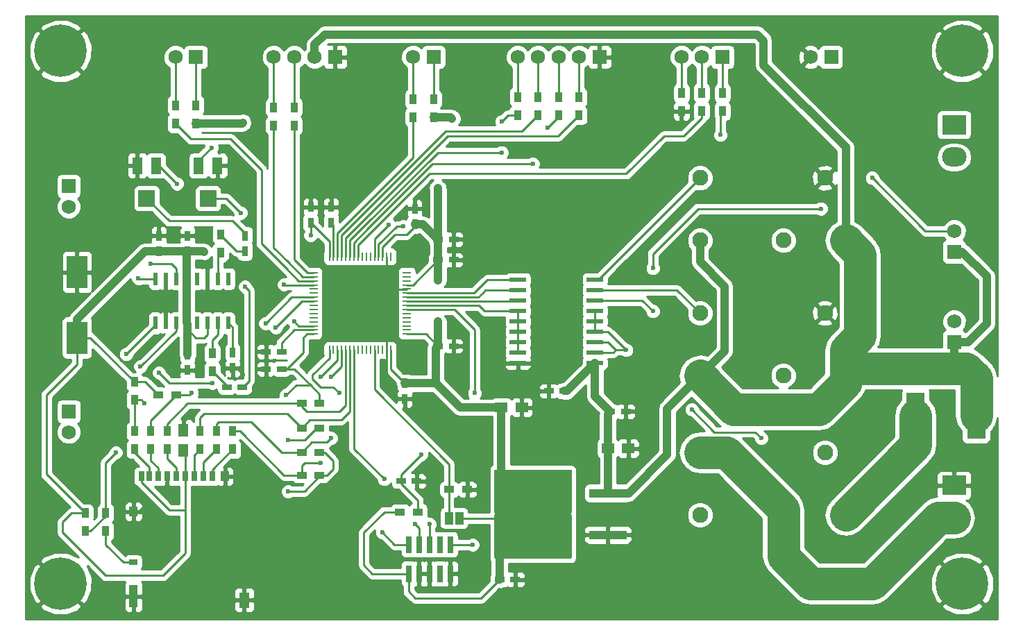
<source format=gtl>
G04 #@! TF.FileFunction,Copper,L1,Top,Signal*
%FSLAX46Y46*%
G04 Gerber Fmt 4.6, Leading zero omitted, Abs format (unit mm)*
G04 Created by KiCad (PCBNEW 4.0.7-e2-6376~61~ubuntu18.04.1) date Wed Aug 19 23:26:29 2020*
%MOMM*%
%LPD*%
G01*
G04 APERTURE LIST*
%ADD10C,0.100000*%
%ADD11R,1.200000X0.750000*%
%ADD12R,0.750000X1.200000*%
%ADD13R,2.500000X4.000000*%
%ADD14R,1.500000X1.250000*%
%ADD15R,1.250000X1.500000*%
%ADD16R,2.300000X5.600000*%
%ADD17R,1.750000X1.750000*%
%ADD18C,1.750000*%
%ADD19R,0.700000X1.200000*%
%ADD20R,1.000000X1.200000*%
%ADD21R,1.000000X0.800000*%
%ADD22R,1.000000X2.800000*%
%ADD23R,1.300000X1.900000*%
%ADD24R,3.000000X2.350000*%
%ADD25O,3.000000X2.350000*%
%ADD26R,0.760000X2.050000*%
%ADD27R,1.000000X1.500000*%
%ADD28C,1.950000*%
%ADD29R,1.200000X0.900000*%
%ADD30R,0.900000X1.200000*%
%ADD31R,1.300000X2.000000*%
%ADD32R,2.000000X2.000000*%
%ADD33R,2.000000X0.600000*%
%ADD34R,1.000000X0.250000*%
%ADD35R,0.250000X1.000000*%
%ADD36R,0.600000X1.600000*%
%ADD37R,4.600000X1.100000*%
%ADD38R,9.400000X10.800000*%
%ADD39R,4.550000X5.250000*%
%ADD40C,6.400000*%
%ADD41C,0.600000*%
%ADD42C,0.250000*%
%ADD43C,1.000000*%
%ADD44C,4.000000*%
%ADD45C,0.254000*%
G04 APERTURE END LIST*
D10*
D11*
X111950000Y-83800000D03*
X110050000Y-83800000D03*
D12*
X127000000Y-85550000D03*
X127000000Y-87450000D03*
D11*
X131050000Y-81000000D03*
X132950000Y-81000000D03*
X131050000Y-70500000D03*
X132950000Y-70500000D03*
D12*
X115500000Y-65950000D03*
X115500000Y-64050000D03*
D11*
X131050000Y-68000000D03*
X132950000Y-68000000D03*
X126550000Y-97500000D03*
X128450000Y-97500000D03*
X146450000Y-86500000D03*
X144550000Y-86500000D03*
D12*
X118000000Y-64050000D03*
X118000000Y-65950000D03*
D11*
X110050000Y-81700000D03*
X111950000Y-81700000D03*
X105300000Y-86000000D03*
X107200000Y-86000000D03*
D12*
X107500000Y-69450000D03*
X107500000Y-67550000D03*
X106000000Y-81800000D03*
X106000000Y-83700000D03*
X97000000Y-67550000D03*
X97000000Y-69450000D03*
X100500000Y-67550000D03*
X100500000Y-69450000D03*
X100500000Y-83950000D03*
X100500000Y-82050000D03*
D13*
X87000000Y-80000000D03*
X87000000Y-72000000D03*
D14*
X151750000Y-93500000D03*
X154250000Y-93500000D03*
D11*
X152050000Y-89000000D03*
X153950000Y-89000000D03*
X138550000Y-109500000D03*
X140450000Y-109500000D03*
D14*
X138750000Y-88500000D03*
X141250000Y-88500000D03*
D15*
X100000000Y-91250000D03*
X100000000Y-93750000D03*
D16*
X189300000Y-89500000D03*
X196700000Y-89500000D03*
D17*
X150750000Y-45750000D03*
D18*
X148250000Y-45750000D03*
X145750000Y-45750000D03*
X143250000Y-45750000D03*
X140750000Y-45750000D03*
D17*
X165750000Y-45750000D03*
D18*
X163250000Y-45750000D03*
X160750000Y-45750000D03*
D17*
X130500000Y-45750000D03*
D18*
X128000000Y-45750000D03*
D17*
X101500000Y-45750000D03*
D18*
X99000000Y-45750000D03*
D17*
X118500000Y-45750000D03*
D18*
X116000000Y-45750000D03*
X113500000Y-45750000D03*
X111000000Y-45750000D03*
D17*
X194000000Y-80500000D03*
D18*
X194000000Y-78000000D03*
D17*
X194000000Y-69500000D03*
D18*
X194000000Y-67000000D03*
D19*
X94850000Y-96900000D03*
X95800000Y-96900000D03*
X103500000Y-96900000D03*
X102400000Y-96900000D03*
X101300000Y-96900000D03*
X100200000Y-96900000D03*
X99100000Y-96900000D03*
X98000000Y-96900000D03*
X96900000Y-96900000D03*
D20*
X105050000Y-96900000D03*
X93900000Y-101200000D03*
D21*
X93900000Y-107400000D03*
D22*
X93900000Y-111550000D03*
D23*
X107400000Y-112000000D03*
D17*
X86000000Y-89000000D03*
D18*
X86000000Y-91500000D03*
D17*
X86000000Y-61500000D03*
D18*
X86000000Y-64000000D03*
D24*
X194000000Y-98000000D03*
D25*
X194000000Y-101960000D03*
D24*
X194000000Y-54000000D03*
D25*
X194000000Y-57960000D03*
D26*
X127460000Y-108780000D03*
X127460000Y-105220000D03*
X128730000Y-108780000D03*
X128730000Y-105220000D03*
X130000000Y-108780000D03*
X130000000Y-105220000D03*
X131270000Y-108780000D03*
X131270000Y-105220000D03*
X132540000Y-108780000D03*
X132540000Y-105220000D03*
D27*
X133650000Y-102000000D03*
X132350000Y-102000000D03*
D28*
X163000000Y-60500000D03*
X178240000Y-60500000D03*
X180780000Y-68120000D03*
X173160000Y-68120000D03*
X163000000Y-68120000D03*
X163000000Y-77000000D03*
X178240000Y-77000000D03*
X180780000Y-84620000D03*
X173160000Y-84620000D03*
X163000000Y-84620000D03*
D29*
X126400000Y-101250000D03*
X128600000Y-101250000D03*
X134600000Y-98500000D03*
X132400000Y-98500000D03*
D30*
X103500000Y-81900000D03*
X103500000Y-84100000D03*
X104500000Y-69600000D03*
X104500000Y-67400000D03*
X148250000Y-52850000D03*
X148250000Y-50650000D03*
X145750000Y-52850000D03*
X145750000Y-50650000D03*
X143250000Y-52850000D03*
X143250000Y-50650000D03*
X140750000Y-52850000D03*
X140750000Y-50650000D03*
X165750000Y-52350000D03*
X165750000Y-50150000D03*
X163200000Y-52300000D03*
X163200000Y-50100000D03*
X160750000Y-52350000D03*
X160750000Y-50150000D03*
X130500000Y-53100000D03*
X130500000Y-50900000D03*
X128000000Y-53100000D03*
X128000000Y-50900000D03*
X101500000Y-53850000D03*
X101500000Y-51650000D03*
X99000000Y-53850000D03*
X99000000Y-51650000D03*
X113500000Y-54100000D03*
X113500000Y-51900000D03*
X111000000Y-54100000D03*
X111000000Y-51900000D03*
X106000000Y-91400000D03*
X106000000Y-93600000D03*
X104000000Y-91400000D03*
X104000000Y-93600000D03*
X102000000Y-91400000D03*
X102000000Y-93600000D03*
X98000000Y-91400000D03*
X98000000Y-93600000D03*
X96000000Y-91400000D03*
X96000000Y-93600000D03*
X94000000Y-91400000D03*
X94000000Y-93600000D03*
X90500000Y-101400000D03*
X90500000Y-103600000D03*
D29*
X114400000Y-96750000D03*
X116600000Y-96750000D03*
X114400000Y-94000000D03*
X116600000Y-94000000D03*
X114400000Y-91000000D03*
X116600000Y-91000000D03*
X114400000Y-88000000D03*
X116600000Y-88000000D03*
X99100000Y-87000000D03*
X96900000Y-87000000D03*
D30*
X94000000Y-87600000D03*
X94000000Y-85400000D03*
X88000000Y-103600000D03*
X88000000Y-101400000D03*
D31*
X101850000Y-59000000D03*
X104150000Y-59000000D03*
D32*
X103000000Y-63000000D03*
D31*
X94350000Y-59000000D03*
X96650000Y-59000000D03*
D32*
X95500000Y-63000000D03*
D33*
X140800000Y-72920000D03*
X140800000Y-74190000D03*
X140800000Y-75460000D03*
X140800000Y-76730000D03*
X140800000Y-78000000D03*
X140800000Y-79270000D03*
X140800000Y-80540000D03*
X140800000Y-81810000D03*
X140800000Y-83080000D03*
X150200000Y-83080000D03*
X150200000Y-81810000D03*
X150200000Y-80540000D03*
X150200000Y-79270000D03*
X150200000Y-78000000D03*
X150200000Y-76730000D03*
X150200000Y-75460000D03*
X150200000Y-74190000D03*
X150200000Y-72920000D03*
D34*
X127240000Y-79550000D03*
X127240000Y-79050000D03*
X127240000Y-78550000D03*
X127240000Y-78050000D03*
X127240000Y-77550000D03*
X127240000Y-77050000D03*
X127240000Y-76550000D03*
X127240000Y-76050000D03*
X127240000Y-75550000D03*
X127240000Y-75050000D03*
X127240000Y-74550000D03*
X127240000Y-74050000D03*
X127240000Y-73550000D03*
X127240000Y-73050000D03*
X127240000Y-72550000D03*
X127240000Y-72050000D03*
D35*
X125290000Y-70100000D03*
X124790000Y-70100000D03*
X124290000Y-70100000D03*
X123790000Y-70100000D03*
X123290000Y-70100000D03*
X122790000Y-70100000D03*
X122290000Y-70100000D03*
X121790000Y-70100000D03*
X121290000Y-70100000D03*
X120790000Y-70100000D03*
X120290000Y-70100000D03*
X119790000Y-70100000D03*
X119290000Y-70100000D03*
X118790000Y-70100000D03*
X118290000Y-70100000D03*
X117790000Y-70100000D03*
D34*
X115840000Y-72050000D03*
X115840000Y-72550000D03*
X115840000Y-73050000D03*
X115840000Y-73550000D03*
X115840000Y-74050000D03*
X115840000Y-74550000D03*
X115840000Y-75050000D03*
X115840000Y-75550000D03*
X115840000Y-76050000D03*
X115840000Y-76550000D03*
X115840000Y-77050000D03*
X115840000Y-77550000D03*
X115840000Y-78050000D03*
X115840000Y-78550000D03*
X115840000Y-79050000D03*
X115840000Y-79550000D03*
D35*
X117790000Y-81500000D03*
X118290000Y-81500000D03*
X118790000Y-81500000D03*
X119290000Y-81500000D03*
X119790000Y-81500000D03*
X120290000Y-81500000D03*
X120790000Y-81500000D03*
X121290000Y-81500000D03*
X121790000Y-81500000D03*
X122290000Y-81500000D03*
X122790000Y-81500000D03*
X123290000Y-81500000D03*
X123790000Y-81500000D03*
X124290000Y-81500000D03*
X124790000Y-81500000D03*
X125290000Y-81500000D03*
D36*
X96555000Y-78200000D03*
X97825000Y-78200000D03*
X99095000Y-78200000D03*
X100365000Y-78200000D03*
X101635000Y-78200000D03*
X102905000Y-78200000D03*
X104175000Y-78200000D03*
X105445000Y-78200000D03*
X105445000Y-72800000D03*
X104175000Y-72800000D03*
X102905000Y-72800000D03*
X101635000Y-72800000D03*
X100365000Y-72800000D03*
X99095000Y-72800000D03*
X97825000Y-72800000D03*
X96555000Y-72800000D03*
D37*
X151775000Y-104040000D03*
X151775000Y-98960000D03*
D38*
X142625000Y-101500000D03*
D39*
X140200000Y-98725000D03*
X145050000Y-104275000D03*
X140200000Y-104275000D03*
X145050000Y-98725000D03*
D17*
X179000000Y-45750000D03*
D18*
X176500000Y-45750000D03*
D28*
X163000000Y-94000000D03*
X178240000Y-94000000D03*
X180780000Y-101620000D03*
X173160000Y-101620000D03*
X163000000Y-101620000D03*
D40*
X85000000Y-45000000D03*
X195000000Y-45000000D03*
X195000000Y-110000000D03*
X85000000Y-110000000D03*
D12*
X128200000Y-66150000D03*
X128200000Y-64250000D03*
D41*
X135250000Y-105250000D03*
X135500000Y-86750000D03*
X129000000Y-94250000D03*
X133250000Y-83750000D03*
X98250000Y-83000000D03*
X95250000Y-100500000D03*
X135500000Y-95750000D03*
X129000000Y-96000000D03*
X135750000Y-68000000D03*
X135750000Y-70500000D03*
X99000000Y-75750000D03*
X97750000Y-75500000D03*
X129250000Y-62250000D03*
X98000000Y-99000000D03*
X105000000Y-99000000D03*
X124750000Y-78500000D03*
X123000000Y-78500000D03*
X121000000Y-78500000D03*
X119000000Y-78500000D03*
X119000000Y-76500000D03*
X121000000Y-76500000D03*
X123000000Y-76500000D03*
X124750000Y-76500000D03*
X124750000Y-74750000D03*
X123000000Y-74750000D03*
X121000000Y-74750000D03*
X119000000Y-74750000D03*
X119000000Y-73000000D03*
X121000000Y-73000000D03*
X123000000Y-73000000D03*
X124750000Y-73000000D03*
X124250000Y-85250000D03*
X107250000Y-84500000D03*
X110000000Y-86250000D03*
X101000000Y-89250000D03*
X107000000Y-64750000D03*
X107500000Y-73750000D03*
X165500000Y-55250000D03*
X115500000Y-67500000D03*
X112750000Y-98750000D03*
X112750000Y-92500000D03*
X112500000Y-87000000D03*
X102500000Y-69500000D03*
X107250000Y-53750000D03*
X131000000Y-61750000D03*
X132750000Y-53250000D03*
X131000000Y-73000000D03*
X131000000Y-78000000D03*
X154000000Y-81500000D03*
X162000000Y-88750000D03*
X170500000Y-92250000D03*
X184000000Y-60500000D03*
X177750000Y-64250000D03*
X157250000Y-71500000D03*
X157250000Y-76750000D03*
X93000000Y-82000000D03*
X94750000Y-83500000D03*
X96000000Y-71000000D03*
X94500000Y-72750000D03*
X113500000Y-78000000D03*
X124250000Y-103750000D03*
X119000000Y-86750000D03*
X128250000Y-102750000D03*
X124500000Y-97250000D03*
X130000000Y-102750000D03*
X144400000Y-54400000D03*
X142600000Y-58800000D03*
X138800000Y-53600000D03*
X138800000Y-57400000D03*
X116750000Y-95250000D03*
X116750000Y-84750000D03*
X118000000Y-92250000D03*
X118000000Y-84750000D03*
X101000000Y-86750000D03*
X110000000Y-78250000D03*
X95250000Y-88000000D03*
X97000000Y-84250000D03*
X103500000Y-85500000D03*
X111250000Y-78750000D03*
X91750000Y-94000000D03*
X112250000Y-73500000D03*
X103400000Y-56800000D03*
X126800000Y-66400000D03*
X99200000Y-61200000D03*
X125000000Y-66200000D03*
D42*
X132540000Y-105220000D02*
X135220000Y-105220000D01*
X135220000Y-105220000D02*
X135250000Y-105250000D01*
X126550000Y-97500000D02*
X126550000Y-96700000D01*
X133050000Y-76550000D02*
X127240000Y-76550000D01*
X135500000Y-79000000D02*
X133050000Y-76550000D01*
X135500000Y-86750000D02*
X135500000Y-79000000D01*
X126550000Y-96700000D02*
X129000000Y-94250000D01*
X126550000Y-97500000D02*
X126550000Y-97800000D01*
X126550000Y-97800000D02*
X128600000Y-99850000D01*
X128600000Y-99850000D02*
X128600000Y-101250000D01*
X126400000Y-97650000D02*
X126550000Y-97500000D01*
X132950000Y-81000000D02*
X132950000Y-83450000D01*
X132950000Y-83450000D02*
X133250000Y-83750000D01*
X100500000Y-83950000D02*
X99200000Y-83950000D01*
X99200000Y-83950000D02*
X98250000Y-83000000D01*
X93900000Y-101200000D02*
X94550000Y-101200000D01*
X94550000Y-101200000D02*
X95250000Y-100500000D01*
X134600000Y-98500000D02*
X134600000Y-96650000D01*
X134600000Y-96650000D02*
X135500000Y-95750000D01*
X128450000Y-97500000D02*
X128450000Y-96550000D01*
X128450000Y-96550000D02*
X129000000Y-96000000D01*
X132950000Y-68000000D02*
X135750000Y-68000000D01*
X132950000Y-70500000D02*
X135750000Y-70500000D01*
X97825000Y-78200000D02*
X97825000Y-76925000D01*
X97825000Y-76925000D02*
X99000000Y-75750000D01*
X97825000Y-72800000D02*
X97825000Y-75425000D01*
X97825000Y-75425000D02*
X97750000Y-75500000D01*
X128200000Y-64250000D02*
X128200000Y-63300000D01*
X128200000Y-63300000D02*
X129250000Y-62250000D01*
X98000000Y-96900000D02*
X98000000Y-99000000D01*
X105050000Y-96900000D02*
X105050000Y-98950000D01*
X105050000Y-98950000D02*
X105000000Y-99000000D01*
X124750000Y-73000000D02*
X124750000Y-73250000D01*
X125599998Y-74099998D02*
X127240000Y-74099998D01*
X124750000Y-73250000D02*
X125599998Y-74099998D01*
X127240000Y-74099998D02*
X127240000Y-74050000D01*
X124750000Y-70140000D02*
X124750000Y-73000000D01*
X124790000Y-78540000D02*
X124750000Y-78500000D01*
X123000000Y-78500000D02*
X121000000Y-78500000D01*
X119000000Y-78500000D02*
X119000000Y-76500000D01*
X121000000Y-76500000D02*
X123000000Y-76500000D01*
X124750000Y-76500000D02*
X124750000Y-74750000D01*
X123000000Y-74750000D02*
X121000000Y-74750000D01*
X119000000Y-74750000D02*
X119000000Y-73000000D01*
X121000000Y-73000000D02*
X123000000Y-73000000D01*
X124790000Y-78540000D02*
X124790000Y-81500000D01*
X124750000Y-70140000D02*
X124790000Y-70100000D01*
X124790000Y-81500000D02*
X124790000Y-84710000D01*
X124790000Y-84710000D02*
X124250000Y-85250000D01*
X110050000Y-81700000D02*
X110050000Y-83800000D01*
X106000000Y-83700000D02*
X106450000Y-83700000D01*
X106450000Y-83700000D02*
X107250000Y-84500000D01*
X110050000Y-83800000D02*
X110050000Y-86200000D01*
X110050000Y-86200000D02*
X110000000Y-86250000D01*
X100000000Y-91250000D02*
X100000000Y-90250000D01*
X100000000Y-90250000D02*
X101000000Y-89250000D01*
D43*
X194000000Y-80500000D02*
X194000000Y-83750000D01*
X194250000Y-83250000D02*
X194250000Y-83750000D01*
X194250000Y-83500000D02*
X194250000Y-83250000D01*
X194000000Y-83750000D02*
X194250000Y-83500000D01*
X194000000Y-69500000D02*
X195000000Y-69500000D01*
X195750000Y-80500000D02*
X194000000Y-80500000D01*
X198000000Y-78250000D02*
X195750000Y-80500000D01*
X198000000Y-72500000D02*
X198000000Y-78250000D01*
X195000000Y-69500000D02*
X198000000Y-72500000D01*
X146450000Y-86500000D02*
X146780000Y-86500000D01*
X146780000Y-86500000D02*
X150200000Y-83080000D01*
X150200000Y-83080000D02*
X150200000Y-87150000D01*
X150200000Y-87150000D02*
X152050000Y-89000000D01*
X151750000Y-93500000D02*
X151750000Y-89300000D01*
X151750000Y-89300000D02*
X152050000Y-89000000D01*
X151775000Y-98960000D02*
X151775000Y-93525000D01*
X151775000Y-93525000D02*
X151750000Y-93500000D01*
X151775000Y-98960000D02*
X154290000Y-98960000D01*
X159000000Y-88620000D02*
X163000000Y-84620000D01*
X159000000Y-94250000D02*
X159000000Y-88620000D01*
X154290000Y-98960000D02*
X159000000Y-94250000D01*
X170750000Y-43750000D02*
X170000000Y-43000000D01*
X180780000Y-56780000D02*
X170750000Y-46750000D01*
X170750000Y-46750000D02*
X170750000Y-43750000D01*
X180780000Y-68120000D02*
X180780000Y-56780000D01*
X116000000Y-44250000D02*
X116000000Y-45750000D01*
X117250000Y-43000000D02*
X116000000Y-44250000D01*
X170000000Y-43000000D02*
X117250000Y-43000000D01*
X163000000Y-68120000D02*
X163000000Y-70750000D01*
X166000000Y-81620000D02*
X163000000Y-84620000D01*
X166000000Y-73750000D02*
X166000000Y-81620000D01*
X163000000Y-70750000D02*
X166000000Y-73750000D01*
D44*
X180780000Y-84620000D02*
X180780000Y-85470000D01*
X180780000Y-85470000D02*
X177500000Y-88750000D01*
X167130000Y-88750000D02*
X163000000Y-84620000D01*
X177500000Y-88750000D02*
X167130000Y-88750000D01*
X180780000Y-84620000D02*
X180780000Y-81470000D01*
X182500000Y-69840000D02*
X180780000Y-68120000D01*
X182500000Y-79750000D02*
X182500000Y-69840000D01*
X180780000Y-81470000D02*
X182500000Y-79750000D01*
X196700000Y-89500000D02*
X196700000Y-84950000D01*
X195500000Y-83750000D02*
X194250000Y-83750000D01*
X196700000Y-84950000D02*
X195500000Y-83750000D01*
X181650000Y-83750000D02*
X180780000Y-84620000D01*
X194250000Y-83750000D02*
X181650000Y-83750000D01*
D42*
X118290000Y-70100000D02*
X118290000Y-66240000D01*
X118290000Y-66240000D02*
X118000000Y-65950000D01*
X111950000Y-81700000D02*
X111950000Y-80650000D01*
X113550000Y-79050000D02*
X115840000Y-79050000D01*
X111950000Y-80650000D02*
X113550000Y-79050000D01*
X105300000Y-86000000D02*
X105300000Y-85900000D01*
X105300000Y-85900000D02*
X103500000Y-84100000D01*
X107200000Y-86000000D02*
X107250000Y-86000000D01*
X107250000Y-86000000D02*
X108000000Y-85250000D01*
X108000000Y-85250000D02*
X108000000Y-82450000D01*
X105250000Y-63000000D02*
X107000000Y-64750000D01*
X107500000Y-73750000D02*
X108000000Y-74250000D01*
X108000000Y-74250000D02*
X108000000Y-82450000D01*
X105250000Y-63000000D02*
X103000000Y-63000000D01*
X104500000Y-67400000D02*
X104500000Y-67500000D01*
X104500000Y-67500000D02*
X106450000Y-69450000D01*
X106450000Y-69450000D02*
X107500000Y-69450000D01*
X107500000Y-67550000D02*
X107500000Y-67250000D01*
X107500000Y-67250000D02*
X106000000Y-65750000D01*
X106000000Y-65750000D02*
X98250000Y-65750000D01*
X98250000Y-65750000D02*
X95500000Y-63000000D01*
X106000000Y-81800000D02*
X106000000Y-78755000D01*
X106000000Y-78755000D02*
X105445000Y-78200000D01*
X116600000Y-94000000D02*
X117250000Y-94000000D01*
X117500000Y-96750000D02*
X116600000Y-96750000D01*
X118250000Y-96000000D02*
X117500000Y-96750000D01*
X118250000Y-95000000D02*
X118250000Y-96000000D01*
X117250000Y-94000000D02*
X118250000Y-95000000D01*
X94850000Y-96900000D02*
X94850000Y-97600000D01*
X98250000Y-101000000D02*
X100200000Y-101000000D01*
X94850000Y-97600000D02*
X98250000Y-101000000D01*
X165500000Y-52600000D02*
X165500000Y-55250000D01*
X165500000Y-52600000D02*
X165750000Y-52350000D01*
X100365000Y-78200000D02*
X100365000Y-78865000D01*
X100365000Y-78865000D02*
X101500000Y-80000000D01*
X102905000Y-79595000D02*
X102905000Y-78200000D01*
X102500000Y-80000000D02*
X102905000Y-79595000D01*
X101500000Y-80000000D02*
X102500000Y-80000000D01*
X126400000Y-101250000D02*
X124500000Y-101250000D01*
X123030000Y-108780000D02*
X127460000Y-108780000D01*
X122000000Y-107750000D02*
X123030000Y-108780000D01*
X122000000Y-103750000D02*
X122000000Y-107750000D01*
X124500000Y-101250000D02*
X122000000Y-103750000D01*
X127460000Y-108780000D02*
X127460000Y-110960000D01*
X136300000Y-111750000D02*
X138550000Y-109500000D01*
X128250000Y-111750000D02*
X136300000Y-111750000D01*
X127460000Y-110960000D02*
X128250000Y-111750000D01*
X133650000Y-102000000D02*
X142125000Y-102000000D01*
X142125000Y-102000000D02*
X142625000Y-101500000D01*
X115500000Y-65950000D02*
X115500000Y-67500000D01*
X116600000Y-96750000D02*
X116600000Y-96900000D01*
X116600000Y-96900000D02*
X114750000Y-98750000D01*
X114750000Y-98750000D02*
X112750000Y-98750000D01*
X116600000Y-91000000D02*
X116250000Y-91000000D01*
X116250000Y-91000000D02*
X114750000Y-92500000D01*
X114750000Y-92500000D02*
X112750000Y-92500000D01*
X113750000Y-85750000D02*
X115500000Y-85750000D01*
X112500000Y-87000000D02*
X113750000Y-85750000D01*
X111950000Y-83800000D02*
X113550000Y-83800000D01*
X116600000Y-86850000D02*
X116600000Y-88000000D01*
X113550000Y-83800000D02*
X115500000Y-85750000D01*
X115500000Y-85750000D02*
X116600000Y-86850000D01*
X96000000Y-109000000D02*
X97500000Y-109000000D01*
X86350000Y-101400000D02*
X85250000Y-102500000D01*
X85250000Y-102500000D02*
X85250000Y-103750000D01*
X85250000Y-103750000D02*
X90500000Y-109000000D01*
X90500000Y-109000000D02*
X96000000Y-109000000D01*
X88000000Y-101400000D02*
X86350000Y-101400000D01*
X100200000Y-106300000D02*
X100200000Y-101000000D01*
X100200000Y-101000000D02*
X100200000Y-96900000D01*
X97500000Y-109000000D02*
X100200000Y-106300000D01*
X87000000Y-80000000D02*
X87000000Y-83250000D01*
X83250000Y-96650000D02*
X88000000Y-101400000D01*
X83250000Y-87000000D02*
X83250000Y-96650000D01*
X87000000Y-83250000D02*
X83250000Y-87000000D01*
X94000000Y-85400000D02*
X95300000Y-85400000D01*
X95300000Y-85400000D02*
X96900000Y-87000000D01*
X87000000Y-80000000D02*
X88600000Y-80000000D01*
X88600000Y-80000000D02*
X94000000Y-85400000D01*
D43*
X100500000Y-69450000D02*
X102450000Y-69450000D01*
X102450000Y-69450000D02*
X102500000Y-69500000D01*
X87000000Y-80000000D02*
X87000000Y-77750000D01*
X95300000Y-69450000D02*
X97000000Y-69450000D01*
X87000000Y-77750000D02*
X95300000Y-69450000D01*
X101500000Y-53850000D02*
X107150000Y-53850000D01*
X107150000Y-53850000D02*
X107250000Y-53750000D01*
X100500000Y-69450000D02*
X97000000Y-69450000D01*
X100365000Y-72800000D02*
X100365000Y-69585000D01*
X100365000Y-69585000D02*
X100500000Y-69450000D01*
X100365000Y-78200000D02*
X100365000Y-72800000D01*
X100500000Y-82050000D02*
X100500000Y-78335000D01*
X100500000Y-78335000D02*
X100365000Y-78200000D01*
D42*
X100365000Y-81915000D02*
X100500000Y-82050000D01*
D43*
X131050000Y-68000000D02*
X131050000Y-61800000D01*
X131050000Y-61800000D02*
X131000000Y-61750000D01*
X132600000Y-53100000D02*
X130500000Y-53100000D01*
X132750000Y-53250000D02*
X132600000Y-53100000D01*
X131050000Y-68000000D02*
X131000000Y-68000000D01*
X131000000Y-68000000D02*
X129150000Y-66150000D01*
X129150000Y-66150000D02*
X128200000Y-66150000D01*
X131050000Y-70500000D02*
X131050000Y-68000000D01*
X131050000Y-81000000D02*
X131050000Y-78050000D01*
X131050000Y-72950000D02*
X131050000Y-70500000D01*
X131000000Y-73000000D02*
X131050000Y-72950000D01*
X131050000Y-78050000D02*
X131000000Y-78000000D01*
X127000000Y-85550000D02*
X130700000Y-85550000D01*
X130700000Y-85550000D02*
X130750000Y-85500000D01*
X130750000Y-81300000D02*
X130750000Y-85500000D01*
X133750000Y-88500000D02*
X130750000Y-85500000D01*
X133750000Y-88500000D02*
X138750000Y-88500000D01*
X130750000Y-81300000D02*
X131050000Y-81000000D01*
X138550000Y-109500000D02*
X138550000Y-105575000D01*
X138550000Y-105575000D02*
X142625000Y-101500000D01*
X138750000Y-88500000D02*
X138750000Y-97625000D01*
X138750000Y-97625000D02*
X142625000Y-101500000D01*
D42*
X111950000Y-83800000D02*
X112600000Y-83800000D01*
X115050000Y-79550000D02*
X115840000Y-79550000D01*
X114600000Y-80000000D02*
X115050000Y-79550000D01*
X114600000Y-81800000D02*
X114600000Y-80000000D01*
X112600000Y-83800000D02*
X114600000Y-81800000D01*
X125290000Y-81500000D02*
X125290000Y-83840000D01*
X125290000Y-83840000D02*
X127000000Y-85550000D01*
X127240000Y-79550000D02*
X129600000Y-79550000D01*
X129600000Y-79550000D02*
X131050000Y-81000000D01*
X100200000Y-96900000D02*
X100200000Y-93950000D01*
X100200000Y-93950000D02*
X100000000Y-93750000D01*
X128200000Y-66150000D02*
X128200000Y-66400000D01*
X128200000Y-66400000D02*
X127200000Y-67400000D01*
X124290000Y-70100000D02*
X124290000Y-68910000D01*
X125800000Y-67400000D02*
X127200000Y-67400000D01*
X124290000Y-68910000D02*
X125800000Y-67400000D01*
X117790000Y-70100000D02*
X117790000Y-68240000D01*
X117790000Y-68240000D02*
X115500000Y-65950000D01*
X127240000Y-73550000D02*
X128000000Y-73550000D01*
X128000000Y-73550000D02*
X131050000Y-70500000D01*
D44*
X173160000Y-101620000D02*
X173160000Y-100910000D01*
X173160000Y-100910000D02*
X166250000Y-94000000D01*
X166250000Y-94000000D02*
X163000000Y-94000000D01*
X194000000Y-101960000D02*
X192040000Y-101960000D01*
X173160000Y-106660000D02*
X173160000Y-101620000D01*
X176500000Y-110000000D02*
X173160000Y-106660000D01*
X184000000Y-110000000D02*
X176500000Y-110000000D01*
X192040000Y-101960000D02*
X184000000Y-110000000D01*
D42*
X148250000Y-50650000D02*
X148250000Y-45750000D01*
X145750000Y-50650000D02*
X145750000Y-45750000D01*
X143250000Y-50650000D02*
X143250000Y-45750000D01*
X140750000Y-50650000D02*
X140750000Y-45750000D01*
X165750000Y-50150000D02*
X165750000Y-45750000D01*
X163200000Y-50100000D02*
X163200000Y-45800000D01*
X163200000Y-45800000D02*
X163250000Y-45750000D01*
X160750000Y-50150000D02*
X160750000Y-45750000D01*
X130500000Y-50900000D02*
X130500000Y-45750000D01*
X128000000Y-50900000D02*
X128000000Y-45750000D01*
X101500000Y-51650000D02*
X101500000Y-45750000D01*
X99000000Y-51650000D02*
X99000000Y-45750000D01*
X113500000Y-51900000D02*
X113500000Y-45750000D01*
X111000000Y-51900000D02*
X111000000Y-45750000D01*
X150200000Y-78000000D02*
X150200000Y-76730000D01*
X150200000Y-79270000D02*
X150200000Y-78000000D01*
X154000000Y-81500000D02*
X152750000Y-81500000D01*
X152750000Y-81500000D02*
X152440000Y-81810000D01*
X152440000Y-81810000D02*
X150200000Y-81810000D01*
X151790000Y-80540000D02*
X150200000Y-80540000D01*
X152750000Y-81500000D02*
X151790000Y-80540000D01*
X151770000Y-79270000D02*
X150200000Y-79270000D01*
X154000000Y-81500000D02*
X151770000Y-79270000D01*
X164750000Y-91500000D02*
X162000000Y-88750000D01*
X169750000Y-91500000D02*
X164750000Y-91500000D01*
X170500000Y-92250000D02*
X169750000Y-91500000D01*
X150200000Y-75460000D02*
X155960000Y-75460000D01*
X190500000Y-67000000D02*
X194000000Y-67000000D01*
X184000000Y-60500000D02*
X190500000Y-67000000D01*
X162750000Y-64250000D02*
X177750000Y-64250000D01*
X157250000Y-69750000D02*
X162750000Y-64250000D01*
X157250000Y-71500000D02*
X157250000Y-69750000D01*
X155960000Y-75460000D02*
X157250000Y-76750000D01*
X95800000Y-96900000D02*
X95800000Y-95800000D01*
X95800000Y-95800000D02*
X94000000Y-94000000D01*
X94000000Y-94000000D02*
X94000000Y-93600000D01*
X103500000Y-96900000D02*
X103500000Y-96100000D01*
X103500000Y-96100000D02*
X106000000Y-93600000D01*
X102400000Y-96900000D02*
X102400000Y-95200000D01*
X102400000Y-95200000D02*
X104000000Y-93600000D01*
X101300000Y-96900000D02*
X101300000Y-94300000D01*
X101300000Y-94300000D02*
X102000000Y-93600000D01*
X99100000Y-96900000D02*
X99100000Y-95850000D01*
X98000000Y-94750000D02*
X98000000Y-93600000D01*
X99100000Y-95850000D02*
X98000000Y-94750000D01*
X96900000Y-96900000D02*
X96900000Y-95900000D01*
X96000000Y-95000000D02*
X96000000Y-93600000D01*
X96900000Y-95900000D02*
X96000000Y-95000000D01*
X93900000Y-107400000D02*
X92650000Y-107400000D01*
X90500000Y-105250000D02*
X90500000Y-103600000D01*
X92650000Y-107400000D02*
X90500000Y-105250000D01*
X96555000Y-78200000D02*
X96555000Y-78445000D01*
X96555000Y-78445000D02*
X93000000Y-82000000D01*
X99095000Y-78200000D02*
X99095000Y-79155000D01*
X99095000Y-79155000D02*
X94750000Y-83500000D01*
X96000000Y-71000000D02*
X98500000Y-71000000D01*
X98500000Y-71000000D02*
X99095000Y-71595000D01*
X99095000Y-71595000D02*
X99095000Y-72800000D01*
X96555000Y-72800000D02*
X94550000Y-72800000D01*
X94550000Y-72800000D02*
X94500000Y-72750000D01*
X127460000Y-105220000D02*
X125720000Y-105220000D01*
X114050000Y-78550000D02*
X115840000Y-78550000D01*
X113500000Y-78000000D02*
X114050000Y-78550000D01*
X125720000Y-105220000D02*
X124250000Y-103750000D01*
X128730000Y-105220000D02*
X128730000Y-103230000D01*
X117790000Y-82460000D02*
X117790000Y-81500000D01*
X115750000Y-84500000D02*
X117790000Y-82460000D01*
X115750000Y-85000000D02*
X115750000Y-84500000D01*
X116750000Y-86000000D02*
X115750000Y-85000000D01*
X118250000Y-86000000D02*
X116750000Y-86000000D01*
X119000000Y-86750000D02*
X118250000Y-86000000D01*
X128730000Y-103230000D02*
X128250000Y-102750000D01*
X130000000Y-105220000D02*
X130000000Y-102750000D01*
X120790000Y-93540000D02*
X120790000Y-81500000D01*
X124500000Y-97250000D02*
X120790000Y-93540000D01*
X132400000Y-98500000D02*
X132400000Y-95400000D01*
X123290000Y-86290000D02*
X123290000Y-81500000D01*
X132400000Y-95400000D02*
X123290000Y-86290000D01*
X132350000Y-102000000D02*
X132350000Y-98550000D01*
X132350000Y-98550000D02*
X132400000Y-98500000D01*
X150200000Y-72920000D02*
X150580000Y-72920000D01*
X150580000Y-72920000D02*
X163000000Y-60500000D01*
X150200000Y-74190000D02*
X160190000Y-74190000D01*
X160190000Y-74190000D02*
X163000000Y-77000000D01*
X103500000Y-81900000D02*
X103500000Y-80250000D01*
X104175000Y-79575000D02*
X104175000Y-78200000D01*
X103500000Y-80250000D02*
X104175000Y-79575000D01*
X104175000Y-72800000D02*
X104175000Y-69925000D01*
X104175000Y-69925000D02*
X104500000Y-69600000D01*
X119790000Y-70100000D02*
X119790000Y-67810000D01*
X145700000Y-55400000D02*
X148250000Y-52850000D01*
X132200000Y-55400000D02*
X145700000Y-55400000D01*
X119790000Y-67810000D02*
X132200000Y-55400000D01*
X122600000Y-66600000D02*
X130400000Y-58800000D01*
X120790000Y-68410000D02*
X122600000Y-66600000D01*
X120790000Y-70100000D02*
X120790000Y-68410000D01*
X144400000Y-54400000D02*
X145750000Y-53050000D01*
X130400000Y-58800000D02*
X142600000Y-58800000D01*
X145750000Y-53050000D02*
X145750000Y-52850000D01*
X120200000Y-66600000D02*
X132000000Y-54800000D01*
X120025000Y-66775000D02*
X120200000Y-66600000D01*
X119290000Y-67510000D02*
X120025000Y-66775000D01*
X119290000Y-70100000D02*
X119290000Y-67510000D01*
X141300000Y-54800000D02*
X143250000Y-52850000D01*
X132000000Y-54800000D02*
X141300000Y-54800000D01*
X121800000Y-66600000D02*
X131000000Y-57400000D01*
X120290000Y-68110000D02*
X121800000Y-66600000D01*
X120290000Y-70100000D02*
X120290000Y-68110000D01*
X139550000Y-52850000D02*
X140750000Y-52850000D01*
X138800000Y-53600000D02*
X139550000Y-52850000D01*
X131000000Y-57400000D02*
X138800000Y-57400000D01*
X160400000Y-55400000D02*
X161000000Y-55400000D01*
X130000000Y-60000000D02*
X154000000Y-60000000D01*
X154000000Y-60000000D02*
X158600000Y-55400000D01*
X158600000Y-55400000D02*
X160400000Y-55400000D01*
X121290000Y-70100000D02*
X121290000Y-68710000D01*
X121290000Y-68710000D02*
X123400000Y-66600000D01*
X123400000Y-66600000D02*
X130000000Y-60000000D01*
X163200000Y-53200000D02*
X163200000Y-52300000D01*
X161000000Y-55400000D02*
X163200000Y-53200000D01*
X128000000Y-53100000D02*
X128000000Y-58000000D01*
X128000000Y-58000000D02*
X119250000Y-66750000D01*
X118790000Y-70100000D02*
X118790000Y-67210000D01*
X118790000Y-67210000D02*
X119250000Y-66750000D01*
X119250000Y-66750000D02*
X119400000Y-66600000D01*
X105750000Y-55750000D02*
X100900000Y-55750000D01*
X109500000Y-68500000D02*
X109500000Y-59500000D01*
X109500000Y-59500000D02*
X105750000Y-55750000D01*
X115840000Y-73050000D02*
X114050000Y-73050000D01*
X114050000Y-73050000D02*
X112500000Y-71500000D01*
X112500000Y-71500000D02*
X109500000Y-68500000D01*
X100900000Y-55750000D02*
X99000000Y-53850000D01*
X113500000Y-69500000D02*
X113500000Y-70500000D01*
X113500000Y-54100000D02*
X113500000Y-69500000D01*
X115099998Y-72099998D02*
X115840000Y-72099998D01*
X113500000Y-70500000D02*
X115099998Y-72099998D01*
X115840000Y-72099998D02*
X115840000Y-72050000D01*
X111000000Y-54100000D02*
X111000000Y-69000000D01*
X111000000Y-69000000D02*
X112750000Y-70750000D01*
X115840000Y-72550000D02*
X114550000Y-72550000D01*
X114550000Y-72550000D02*
X112750000Y-70750000D01*
X112750000Y-70750000D02*
X112600000Y-70600000D01*
X106000000Y-91400000D02*
X106900000Y-91400000D01*
X112250000Y-96750000D02*
X114400000Y-96750000D01*
X106900000Y-91400000D02*
X112250000Y-96750000D01*
X118790000Y-81500000D02*
X118790000Y-82710000D01*
X114400000Y-95600000D02*
X114400000Y-96750000D01*
X114750000Y-95250000D02*
X114400000Y-95600000D01*
X116750000Y-95250000D02*
X114750000Y-95250000D01*
X118790000Y-82710000D02*
X116750000Y-84750000D01*
X104000000Y-91400000D02*
X104000000Y-90500000D01*
X112000000Y-94000000D02*
X114400000Y-94000000D01*
X108250000Y-90250000D02*
X112000000Y-94000000D01*
X104250000Y-90250000D02*
X108250000Y-90250000D01*
X104000000Y-90500000D02*
X104250000Y-90250000D01*
X119290000Y-81500000D02*
X119290000Y-83460000D01*
X115650000Y-92750000D02*
X114400000Y-94000000D01*
X117500000Y-92750000D02*
X115650000Y-92750000D01*
X118000000Y-92250000D02*
X117500000Y-92750000D01*
X119290000Y-83460000D02*
X118000000Y-84750000D01*
X120290000Y-81500000D02*
X120290000Y-88960000D01*
X115400000Y-90000000D02*
X114400000Y-91000000D01*
X119250000Y-90000000D02*
X115400000Y-90000000D01*
X120290000Y-88960000D02*
X119250000Y-90000000D01*
X102000000Y-91400000D02*
X102000000Y-89750000D01*
X112650000Y-89250000D02*
X114400000Y-91000000D01*
X102500000Y-89250000D02*
X112650000Y-89250000D01*
X102000000Y-89750000D02*
X102500000Y-89250000D01*
X114400000Y-88000000D02*
X114400000Y-88400000D01*
X114400000Y-88400000D02*
X115000000Y-89000000D01*
X119790000Y-88210000D02*
X119790000Y-81500000D01*
X119000000Y-89000000D02*
X119790000Y-88210000D01*
X115000000Y-89000000D02*
X119000000Y-89000000D01*
X98000000Y-91400000D02*
X98000000Y-90500000D01*
X100500000Y-88000000D02*
X114400000Y-88000000D01*
X98000000Y-90500000D02*
X100500000Y-88000000D01*
X115840000Y-75050000D02*
X113200000Y-75050000D01*
X100750000Y-87000000D02*
X99100000Y-87000000D01*
X101000000Y-86750000D02*
X100750000Y-87000000D01*
X113200000Y-75050000D02*
X110000000Y-78250000D01*
X96000000Y-91400000D02*
X96000000Y-90100000D01*
X96000000Y-90100000D02*
X99100000Y-87000000D01*
X115840000Y-75550000D02*
X114450000Y-75550000D01*
X94850000Y-87600000D02*
X94000000Y-87600000D01*
X95250000Y-88000000D02*
X94850000Y-87600000D01*
X98250000Y-85500000D02*
X97000000Y-84250000D01*
X101750000Y-85500000D02*
X98250000Y-85500000D01*
X103500000Y-85500000D02*
X101750000Y-85500000D01*
X114450000Y-75550000D02*
X111250000Y-78750000D01*
X94000000Y-87600000D02*
X94000000Y-91400000D01*
X88000000Y-103600000D02*
X88650000Y-103600000D01*
X88650000Y-103600000D02*
X90500000Y-101750000D01*
X90500000Y-101750000D02*
X90500000Y-101400000D01*
X115840000Y-73550000D02*
X112300000Y-73550000D01*
X90500000Y-95250000D02*
X90500000Y-101400000D01*
X91750000Y-94000000D02*
X90500000Y-95250000D01*
X112300000Y-73550000D02*
X112250000Y-73500000D01*
X123790000Y-70100000D02*
X123790000Y-68610000D01*
X103400000Y-56800000D02*
X101850000Y-58350000D01*
X126000000Y-66400000D02*
X126800000Y-66400000D01*
X123790000Y-68610000D02*
X126000000Y-66400000D01*
X101850000Y-58350000D02*
X101850000Y-59000000D01*
X123290000Y-70100000D02*
X123290000Y-67910000D01*
X99200000Y-61200000D02*
X97000000Y-59000000D01*
X123290000Y-67910000D02*
X125000000Y-66200000D01*
X97000000Y-59000000D02*
X96650000Y-59000000D01*
X140800000Y-72920000D02*
X137080000Y-72920000D01*
X135450000Y-74550000D02*
X137000000Y-73000000D01*
X135450000Y-74550000D02*
X127240000Y-74550000D01*
X137080000Y-72920000D02*
X137000000Y-73000000D01*
X140800000Y-74190000D02*
X136810000Y-74190000D01*
X135950000Y-75050000D02*
X136500000Y-74500000D01*
X135950000Y-75050000D02*
X127240000Y-75050000D01*
X136810000Y-74190000D02*
X136500000Y-74500000D01*
X127240000Y-75550000D02*
X140710000Y-75550000D01*
X140710000Y-75550000D02*
X140800000Y-75460000D01*
X140800000Y-80540000D02*
X140800000Y-81810000D01*
X140800000Y-79270000D02*
X140800000Y-80540000D01*
X140800000Y-78000000D02*
X140800000Y-79270000D01*
X140800000Y-76730000D02*
X140800000Y-78000000D01*
X127240000Y-76050000D02*
X136050000Y-76050000D01*
X136730000Y-76730000D02*
X140800000Y-76730000D01*
X136050000Y-76050000D02*
X136730000Y-76730000D01*
D44*
X189300000Y-89500000D02*
X189300000Y-93100000D01*
X189300000Y-93100000D02*
X180780000Y-101620000D01*
D45*
G36*
X199290000Y-84723769D02*
X199134423Y-83941629D01*
X199094958Y-83882566D01*
X198563226Y-83086773D01*
X197363226Y-81886774D01*
X196520732Y-81323837D01*
X196552566Y-81302566D01*
X198802567Y-79052566D01*
X199048604Y-78684345D01*
X199135000Y-78250000D01*
X199135000Y-72500000D01*
X199128968Y-72469673D01*
X199048604Y-72065655D01*
X198802566Y-71697434D01*
X195802566Y-68697434D01*
X195727686Y-68647401D01*
X195497745Y-68493759D01*
X195478162Y-68389683D01*
X195339090Y-68173559D01*
X195126890Y-68028569D01*
X195110324Y-68025214D01*
X195279370Y-67856463D01*
X195509738Y-67301675D01*
X195510262Y-66700960D01*
X195280862Y-66145771D01*
X194856463Y-65720630D01*
X194301675Y-65490262D01*
X193700960Y-65489738D01*
X193145771Y-65719138D01*
X192720630Y-66143537D01*
X192680575Y-66240000D01*
X190814802Y-66240000D01*
X184935122Y-60360320D01*
X184935162Y-60314833D01*
X184793117Y-59971057D01*
X184530327Y-59707808D01*
X184186799Y-59565162D01*
X183814833Y-59564838D01*
X183471057Y-59706883D01*
X183207808Y-59969673D01*
X183065162Y-60313201D01*
X183064838Y-60685167D01*
X183206883Y-61028943D01*
X183469673Y-61292192D01*
X183813201Y-61434838D01*
X183860077Y-61434879D01*
X189962599Y-67537401D01*
X190209161Y-67702148D01*
X190500000Y-67760000D01*
X192680203Y-67760000D01*
X192719138Y-67854229D01*
X192887717Y-68023103D01*
X192673559Y-68160910D01*
X192528569Y-68373110D01*
X192477560Y-68625000D01*
X192477560Y-70375000D01*
X192521838Y-70610317D01*
X192660910Y-70826441D01*
X192873110Y-70971431D01*
X193125000Y-71022440D01*
X194875000Y-71022440D01*
X194910608Y-71015740D01*
X196865000Y-72970132D01*
X196865000Y-77779867D01*
X195390858Y-79254009D01*
X195339090Y-79173559D01*
X195126890Y-79028569D01*
X195110324Y-79025214D01*
X195279370Y-78856463D01*
X195509738Y-78301675D01*
X195510262Y-77700960D01*
X195280862Y-77145771D01*
X194856463Y-76720630D01*
X194301675Y-76490262D01*
X193700960Y-76489738D01*
X193145771Y-76719138D01*
X192720630Y-77143537D01*
X192490262Y-77698325D01*
X192489738Y-78299040D01*
X192719138Y-78854229D01*
X192887717Y-79023103D01*
X192673559Y-79160910D01*
X192528569Y-79373110D01*
X192477560Y-79625000D01*
X192477560Y-81115000D01*
X184696131Y-81115000D01*
X184934423Y-80758371D01*
X184966554Y-80596838D01*
X185135000Y-79750000D01*
X185135000Y-69840000D01*
X184934423Y-68831629D01*
X184839789Y-68690000D01*
X184363226Y-67976773D01*
X182643226Y-66256774D01*
X181915000Y-65770188D01*
X181915000Y-57960000D01*
X191823173Y-57960000D01*
X191960951Y-58652657D01*
X192353310Y-59239863D01*
X192940516Y-59632222D01*
X193633173Y-59770000D01*
X194366827Y-59770000D01*
X195059484Y-59632222D01*
X195646690Y-59239863D01*
X196039049Y-58652657D01*
X196176827Y-57960000D01*
X196039049Y-57267343D01*
X195646690Y-56680137D01*
X195059484Y-56287778D01*
X194366827Y-56150000D01*
X193633173Y-56150000D01*
X192940516Y-56287778D01*
X192353310Y-56680137D01*
X191960951Y-57267343D01*
X191823173Y-57960000D01*
X181915000Y-57960000D01*
X181915000Y-56780000D01*
X181828603Y-56345654D01*
X181582566Y-55977434D01*
X178430132Y-52825000D01*
X191852560Y-52825000D01*
X191852560Y-55175000D01*
X191896838Y-55410317D01*
X192035910Y-55626441D01*
X192248110Y-55771431D01*
X192500000Y-55822440D01*
X195500000Y-55822440D01*
X195735317Y-55778162D01*
X195951441Y-55639090D01*
X196096431Y-55426890D01*
X196147440Y-55175000D01*
X196147440Y-52825000D01*
X196103162Y-52589683D01*
X195964090Y-52373559D01*
X195751890Y-52228569D01*
X195500000Y-52177560D01*
X192500000Y-52177560D01*
X192264683Y-52221838D01*
X192048559Y-52360910D01*
X191903569Y-52573110D01*
X191852560Y-52825000D01*
X178430132Y-52825000D01*
X173346042Y-47740910D01*
X192438695Y-47740910D01*
X192805640Y-48236343D01*
X194211171Y-48829736D01*
X195736793Y-48840087D01*
X197150246Y-48265819D01*
X197194360Y-48236343D01*
X197561305Y-47740910D01*
X195000000Y-45179605D01*
X192438695Y-47740910D01*
X173346042Y-47740910D01*
X171885000Y-46279868D01*
X171885000Y-45515306D01*
X174978410Y-45515306D01*
X175004421Y-46115458D01*
X175184047Y-46549116D01*
X175437940Y-46632455D01*
X176320395Y-45750000D01*
X175437940Y-44867545D01*
X175184047Y-44950884D01*
X174978410Y-45515306D01*
X171885000Y-45515306D01*
X171885000Y-44687940D01*
X175617545Y-44687940D01*
X176500000Y-45570395D01*
X176514143Y-45556253D01*
X176693748Y-45735858D01*
X176679605Y-45750000D01*
X176693748Y-45764143D01*
X176514143Y-45943748D01*
X176500000Y-45929605D01*
X175617545Y-46812060D01*
X175700884Y-47065953D01*
X176265306Y-47271590D01*
X176865458Y-47245579D01*
X177299116Y-47065953D01*
X177382454Y-46812062D01*
X177497086Y-46926694D01*
X177538136Y-46885644D01*
X177660910Y-47076441D01*
X177873110Y-47221431D01*
X178125000Y-47272440D01*
X179875000Y-47272440D01*
X180110317Y-47228162D01*
X180326441Y-47089090D01*
X180471431Y-46876890D01*
X180522440Y-46625000D01*
X180522440Y-45736793D01*
X191159913Y-45736793D01*
X191734181Y-47150246D01*
X191763657Y-47194360D01*
X192259090Y-47561305D01*
X194820395Y-45000000D01*
X195179605Y-45000000D01*
X197740910Y-47561305D01*
X198236343Y-47194360D01*
X198829736Y-45788829D01*
X198840087Y-44263207D01*
X198265819Y-42849754D01*
X198236343Y-42805640D01*
X197740910Y-42438695D01*
X195179605Y-45000000D01*
X194820395Y-45000000D01*
X192259090Y-42438695D01*
X191763657Y-42805640D01*
X191170264Y-44211171D01*
X191159913Y-45736793D01*
X180522440Y-45736793D01*
X180522440Y-44875000D01*
X180478162Y-44639683D01*
X180339090Y-44423559D01*
X180126890Y-44278569D01*
X179875000Y-44227560D01*
X178125000Y-44227560D01*
X177889683Y-44271838D01*
X177673559Y-44410910D01*
X177536006Y-44612226D01*
X177497086Y-44573306D01*
X177382454Y-44687938D01*
X177299116Y-44434047D01*
X176734694Y-44228410D01*
X176134542Y-44254421D01*
X175700884Y-44434047D01*
X175617545Y-44687940D01*
X171885000Y-44687940D01*
X171885000Y-43750000D01*
X171798603Y-43315654D01*
X171552566Y-42947434D01*
X170864222Y-42259090D01*
X192438695Y-42259090D01*
X195000000Y-44820395D01*
X197561305Y-42259090D01*
X197194360Y-41763657D01*
X195788829Y-41170264D01*
X194263207Y-41159913D01*
X192849754Y-41734181D01*
X192805640Y-41763657D01*
X192438695Y-42259090D01*
X170864222Y-42259090D01*
X170802566Y-42197434D01*
X170434346Y-41951397D01*
X170000000Y-41865000D01*
X117250000Y-41865000D01*
X116815654Y-41951397D01*
X116447434Y-42197434D01*
X115197434Y-43447434D01*
X114951397Y-43815654D01*
X114865000Y-44250000D01*
X114865000Y-44749419D01*
X114749682Y-44864536D01*
X114356463Y-44470630D01*
X113801675Y-44240262D01*
X113200960Y-44239738D01*
X112645771Y-44469138D01*
X112249682Y-44864536D01*
X111856463Y-44470630D01*
X111301675Y-44240262D01*
X110700960Y-44239738D01*
X110145771Y-44469138D01*
X109720630Y-44893537D01*
X109490262Y-45448325D01*
X109489738Y-46049040D01*
X109719138Y-46604229D01*
X110143537Y-47029370D01*
X110240000Y-47069425D01*
X110240000Y-50744895D01*
X110098559Y-50835910D01*
X109953569Y-51048110D01*
X109902560Y-51300000D01*
X109902560Y-52500000D01*
X109946838Y-52735317D01*
X110085910Y-52951441D01*
X110155711Y-52999134D01*
X110098559Y-53035910D01*
X109953569Y-53248110D01*
X109902560Y-53500000D01*
X109902560Y-54700000D01*
X109946838Y-54935317D01*
X110085910Y-55151441D01*
X110240000Y-55256726D01*
X110240000Y-59399454D01*
X110202148Y-59209161D01*
X110037401Y-58962599D01*
X106287401Y-55212599D01*
X106040839Y-55047852D01*
X105750000Y-54990000D01*
X102283474Y-54990000D01*
X102291244Y-54985000D01*
X107150000Y-54985000D01*
X107584346Y-54898603D01*
X107952566Y-54652566D01*
X108052566Y-54552566D01*
X108298603Y-54184346D01*
X108384999Y-53750000D01*
X108298603Y-53315655D01*
X108052566Y-52947434D01*
X107684345Y-52701397D01*
X107250000Y-52615001D01*
X106815654Y-52701397D01*
X106795296Y-52715000D01*
X102400027Y-52715000D01*
X102401441Y-52714090D01*
X102546431Y-52501890D01*
X102597440Y-52250000D01*
X102597440Y-51050000D01*
X102553162Y-50814683D01*
X102414090Y-50598559D01*
X102260000Y-50493274D01*
X102260000Y-47272440D01*
X102375000Y-47272440D01*
X102610317Y-47228162D01*
X102826441Y-47089090D01*
X102971431Y-46876890D01*
X103022440Y-46625000D01*
X103022440Y-44875000D01*
X102978162Y-44639683D01*
X102839090Y-44423559D01*
X102626890Y-44278569D01*
X102375000Y-44227560D01*
X100625000Y-44227560D01*
X100389683Y-44271838D01*
X100173559Y-44410910D01*
X100028569Y-44623110D01*
X100025214Y-44639676D01*
X99856463Y-44470630D01*
X99301675Y-44240262D01*
X98700960Y-44239738D01*
X98145771Y-44469138D01*
X97720630Y-44893537D01*
X97490262Y-45448325D01*
X97489738Y-46049040D01*
X97719138Y-46604229D01*
X98143537Y-47029370D01*
X98240000Y-47069425D01*
X98240000Y-50494895D01*
X98098559Y-50585910D01*
X97953569Y-50798110D01*
X97902560Y-51050000D01*
X97902560Y-52250000D01*
X97946838Y-52485317D01*
X98085910Y-52701441D01*
X98155711Y-52749134D01*
X98098559Y-52785910D01*
X97953569Y-52998110D01*
X97902560Y-53250000D01*
X97902560Y-54450000D01*
X97946838Y-54685317D01*
X98085910Y-54901441D01*
X98298110Y-55046431D01*
X98550000Y-55097440D01*
X99172638Y-55097440D01*
X100362599Y-56287401D01*
X100609161Y-56452148D01*
X100900000Y-56510000D01*
X102508015Y-56510000D01*
X102465162Y-56613201D01*
X102465121Y-56660077D01*
X101772638Y-57352560D01*
X101200000Y-57352560D01*
X100964683Y-57396838D01*
X100748559Y-57535910D01*
X100603569Y-57748110D01*
X100552560Y-58000000D01*
X100552560Y-60000000D01*
X100596838Y-60235317D01*
X100735910Y-60451441D01*
X100948110Y-60596431D01*
X101200000Y-60647440D01*
X102500000Y-60647440D01*
X102735317Y-60603162D01*
X102951441Y-60464090D01*
X102997969Y-60395994D01*
X103140302Y-60538327D01*
X103373691Y-60635000D01*
X103864250Y-60635000D01*
X104023000Y-60476250D01*
X104023000Y-59127000D01*
X104277000Y-59127000D01*
X104277000Y-60476250D01*
X104435750Y-60635000D01*
X104926309Y-60635000D01*
X105159698Y-60538327D01*
X105338327Y-60359699D01*
X105435000Y-60126310D01*
X105435000Y-59285750D01*
X105276250Y-59127000D01*
X104277000Y-59127000D01*
X104023000Y-59127000D01*
X104003000Y-59127000D01*
X104003000Y-58873000D01*
X104023000Y-58873000D01*
X104023000Y-58853000D01*
X104277000Y-58853000D01*
X104277000Y-58873000D01*
X105276250Y-58873000D01*
X105435000Y-58714250D01*
X105435000Y-57873690D01*
X105338327Y-57640301D01*
X105159698Y-57461673D01*
X104926309Y-57365000D01*
X104435750Y-57365000D01*
X104277002Y-57523748D01*
X104277002Y-57365000D01*
X104157458Y-57365000D01*
X104192192Y-57330327D01*
X104334838Y-56986799D01*
X104335162Y-56614833D01*
X104291846Y-56510000D01*
X105435198Y-56510000D01*
X108740000Y-59814802D01*
X108740000Y-68500000D01*
X108797852Y-68790839D01*
X108962599Y-69037401D01*
X112528394Y-72603196D01*
X112436799Y-72565162D01*
X112064833Y-72564838D01*
X111721057Y-72706883D01*
X111457808Y-72969673D01*
X111315162Y-73313201D01*
X111314838Y-73685167D01*
X111456883Y-74028943D01*
X111719673Y-74292192D01*
X112063201Y-74434838D01*
X112435167Y-74435162D01*
X112738083Y-74310000D01*
X113099454Y-74310000D01*
X112909160Y-74347852D01*
X112662599Y-74512599D01*
X109860320Y-77314878D01*
X109814833Y-77314838D01*
X109471057Y-77456883D01*
X109207808Y-77719673D01*
X109065162Y-78063201D01*
X109064838Y-78435167D01*
X109206883Y-78778943D01*
X109469673Y-79042192D01*
X109813201Y-79184838D01*
X110185167Y-79185162D01*
X110384160Y-79102940D01*
X110456883Y-79278943D01*
X110719673Y-79542192D01*
X111063201Y-79684838D01*
X111435167Y-79685162D01*
X111778943Y-79543117D01*
X112042192Y-79280327D01*
X112184838Y-78936799D01*
X112184879Y-78889923D01*
X112659803Y-78414999D01*
X112706883Y-78528943D01*
X112851443Y-78673755D01*
X111412599Y-80112599D01*
X111247852Y-80359161D01*
X111190000Y-80650000D01*
X111190000Y-80707666D01*
X111114683Y-80721838D01*
X111011354Y-80788329D01*
X111009698Y-80786673D01*
X110776309Y-80690000D01*
X110335750Y-80690000D01*
X110177000Y-80848750D01*
X110177000Y-81573000D01*
X110197000Y-81573000D01*
X110197000Y-81827000D01*
X110177000Y-81827000D01*
X110177000Y-82551250D01*
X110335750Y-82710000D01*
X110776309Y-82710000D01*
X111009698Y-82613327D01*
X111011068Y-82611957D01*
X111098110Y-82671431D01*
X111350000Y-82722440D01*
X112550000Y-82722440D01*
X112614986Y-82710212D01*
X112547638Y-82777560D01*
X111350000Y-82777560D01*
X111114683Y-82821838D01*
X111011354Y-82888329D01*
X111009698Y-82886673D01*
X110776309Y-82790000D01*
X110335750Y-82790000D01*
X110177000Y-82948750D01*
X110177000Y-83673000D01*
X110197000Y-83673000D01*
X110197000Y-83927000D01*
X110177000Y-83927000D01*
X110177000Y-84651250D01*
X110335750Y-84810000D01*
X110776309Y-84810000D01*
X111009698Y-84713327D01*
X111011068Y-84711957D01*
X111098110Y-84771431D01*
X111350000Y-84822440D01*
X112550000Y-84822440D01*
X112785317Y-84778162D01*
X113001441Y-84639090D01*
X113055481Y-84560000D01*
X113235198Y-84560000D01*
X113679268Y-85004070D01*
X113459161Y-85047852D01*
X113212599Y-85212599D01*
X112360320Y-86064878D01*
X112314833Y-86064838D01*
X111971057Y-86206883D01*
X111707808Y-86469673D01*
X111565162Y-86813201D01*
X111564838Y-87185167D01*
X111587494Y-87240000D01*
X101808937Y-87240000D01*
X101934838Y-86936799D01*
X101935162Y-86564833D01*
X101809208Y-86260000D01*
X102937537Y-86260000D01*
X102969673Y-86292192D01*
X103313201Y-86434838D01*
X103685167Y-86435162D01*
X104028943Y-86293117D01*
X104052560Y-86269541D01*
X104052560Y-86375000D01*
X104096838Y-86610317D01*
X104235910Y-86826441D01*
X104448110Y-86971431D01*
X104700000Y-87022440D01*
X105900000Y-87022440D01*
X106135317Y-86978162D01*
X106249978Y-86904380D01*
X106348110Y-86971431D01*
X106600000Y-87022440D01*
X107800000Y-87022440D01*
X108035317Y-86978162D01*
X108251441Y-86839090D01*
X108396431Y-86626890D01*
X108447440Y-86375000D01*
X108447440Y-85877362D01*
X108537401Y-85787401D01*
X108702148Y-85540840D01*
X108760000Y-85250000D01*
X108760000Y-84085750D01*
X108815000Y-84085750D01*
X108815000Y-84301310D01*
X108911673Y-84534699D01*
X109090302Y-84713327D01*
X109323691Y-84810000D01*
X109764250Y-84810000D01*
X109923000Y-84651250D01*
X109923000Y-83927000D01*
X108973750Y-83927000D01*
X108815000Y-84085750D01*
X108760000Y-84085750D01*
X108760000Y-83298690D01*
X108815000Y-83298690D01*
X108815000Y-83514250D01*
X108973750Y-83673000D01*
X109923000Y-83673000D01*
X109923000Y-82948750D01*
X109764250Y-82790000D01*
X109323691Y-82790000D01*
X109090302Y-82886673D01*
X108911673Y-83065301D01*
X108815000Y-83298690D01*
X108760000Y-83298690D01*
X108760000Y-81985750D01*
X108815000Y-81985750D01*
X108815000Y-82201310D01*
X108911673Y-82434699D01*
X109090302Y-82613327D01*
X109323691Y-82710000D01*
X109764250Y-82710000D01*
X109923000Y-82551250D01*
X109923000Y-81827000D01*
X108973750Y-81827000D01*
X108815000Y-81985750D01*
X108760000Y-81985750D01*
X108760000Y-81198690D01*
X108815000Y-81198690D01*
X108815000Y-81414250D01*
X108973750Y-81573000D01*
X109923000Y-81573000D01*
X109923000Y-80848750D01*
X109764250Y-80690000D01*
X109323691Y-80690000D01*
X109090302Y-80786673D01*
X108911673Y-80965301D01*
X108815000Y-81198690D01*
X108760000Y-81198690D01*
X108760000Y-74250000D01*
X108702148Y-73959161D01*
X108537401Y-73712599D01*
X108435122Y-73610320D01*
X108435162Y-73564833D01*
X108293117Y-73221057D01*
X108030327Y-72957808D01*
X107686799Y-72815162D01*
X107314833Y-72814838D01*
X106971057Y-72956883D01*
X106707808Y-73219673D01*
X106565162Y-73563201D01*
X106564838Y-73935167D01*
X106706883Y-74278943D01*
X106969673Y-74542192D01*
X107240000Y-74654442D01*
X107240000Y-84935198D01*
X107197638Y-84977560D01*
X106600000Y-84977560D01*
X106364683Y-85021838D01*
X106250022Y-85095620D01*
X106151890Y-85028569D01*
X105900000Y-84977560D01*
X105452362Y-84977560D01*
X105346949Y-84872147D01*
X105498690Y-84935000D01*
X105714250Y-84935000D01*
X105873000Y-84776250D01*
X105873000Y-83827000D01*
X106127000Y-83827000D01*
X106127000Y-84776250D01*
X106285750Y-84935000D01*
X106501310Y-84935000D01*
X106734699Y-84838327D01*
X106913327Y-84659698D01*
X107010000Y-84426309D01*
X107010000Y-83985750D01*
X106851250Y-83827000D01*
X106127000Y-83827000D01*
X105873000Y-83827000D01*
X105148750Y-83827000D01*
X104990000Y-83985750D01*
X104990000Y-84426309D01*
X105052854Y-84578052D01*
X104597440Y-84122638D01*
X104597440Y-83500000D01*
X104553162Y-83264683D01*
X104414090Y-83048559D01*
X104344289Y-83000866D01*
X104401441Y-82964090D01*
X104546431Y-82751890D01*
X104597440Y-82500000D01*
X104597440Y-81300000D01*
X104553162Y-81064683D01*
X104414090Y-80848559D01*
X104260000Y-80743274D01*
X104260000Y-80564802D01*
X104712401Y-80112401D01*
X104877148Y-79865839D01*
X104929280Y-79603756D01*
X105145000Y-79647440D01*
X105240000Y-79647440D01*
X105240000Y-80693156D01*
X105173559Y-80735910D01*
X105028569Y-80948110D01*
X104977560Y-81200000D01*
X104977560Y-82400000D01*
X105021838Y-82635317D01*
X105088329Y-82738646D01*
X105086673Y-82740302D01*
X104990000Y-82973691D01*
X104990000Y-83414250D01*
X105148750Y-83573000D01*
X105873000Y-83573000D01*
X105873000Y-83553000D01*
X106127000Y-83553000D01*
X106127000Y-83573000D01*
X106851250Y-83573000D01*
X107010000Y-83414250D01*
X107010000Y-82973691D01*
X106913327Y-82740302D01*
X106911957Y-82738932D01*
X106971431Y-82651890D01*
X107022440Y-82400000D01*
X107022440Y-81200000D01*
X106978162Y-80964683D01*
X106839090Y-80748559D01*
X106760000Y-80694519D01*
X106760000Y-78755000D01*
X106702148Y-78464161D01*
X106537401Y-78217599D01*
X106392440Y-78072638D01*
X106392440Y-77400000D01*
X106348162Y-77164683D01*
X106209090Y-76948559D01*
X105996890Y-76803569D01*
X105745000Y-76752560D01*
X105145000Y-76752560D01*
X104909683Y-76796838D01*
X104810472Y-76860678D01*
X104726890Y-76803569D01*
X104475000Y-76752560D01*
X103875000Y-76752560D01*
X103639683Y-76796838D01*
X103540472Y-76860678D01*
X103456890Y-76803569D01*
X103205000Y-76752560D01*
X102605000Y-76752560D01*
X102369683Y-76796838D01*
X102270472Y-76860678D01*
X102186890Y-76803569D01*
X101935000Y-76752560D01*
X101500000Y-76752560D01*
X101500000Y-74247440D01*
X101935000Y-74247440D01*
X102170317Y-74203162D01*
X102260980Y-74144822D01*
X102478690Y-74235000D01*
X102619250Y-74235000D01*
X102778000Y-74076250D01*
X102778000Y-72927000D01*
X102758000Y-72927000D01*
X102758000Y-72673000D01*
X102778000Y-72673000D01*
X102778000Y-71523750D01*
X102619250Y-71365000D01*
X102478690Y-71365000D01*
X102261878Y-71454806D01*
X102186890Y-71403569D01*
X101935000Y-71352560D01*
X101500000Y-71352560D01*
X101500000Y-70585000D01*
X102248631Y-70585000D01*
X102500000Y-70635000D01*
X102934346Y-70548604D01*
X103302566Y-70302566D01*
X103402560Y-70152915D01*
X103402560Y-70200000D01*
X103415000Y-70266113D01*
X103415000Y-71399666D01*
X103331310Y-71365000D01*
X103190750Y-71365000D01*
X103032000Y-71523750D01*
X103032000Y-72673000D01*
X103052000Y-72673000D01*
X103052000Y-72927000D01*
X103032000Y-72927000D01*
X103032000Y-74076250D01*
X103190750Y-74235000D01*
X103331310Y-74235000D01*
X103548122Y-74145194D01*
X103623110Y-74196431D01*
X103875000Y-74247440D01*
X104475000Y-74247440D01*
X104710317Y-74203162D01*
X104809528Y-74139322D01*
X104893110Y-74196431D01*
X105145000Y-74247440D01*
X105745000Y-74247440D01*
X105980317Y-74203162D01*
X106196441Y-74064090D01*
X106341431Y-73851890D01*
X106392440Y-73600000D01*
X106392440Y-72000000D01*
X106348162Y-71764683D01*
X106209090Y-71548559D01*
X105996890Y-71403569D01*
X105745000Y-71352560D01*
X105145000Y-71352560D01*
X104935000Y-71392074D01*
X104935000Y-70847440D01*
X104950000Y-70847440D01*
X105185317Y-70803162D01*
X105401441Y-70664090D01*
X105546431Y-70451890D01*
X105597440Y-70200000D01*
X105597440Y-69672242D01*
X105912599Y-69987401D01*
X106159160Y-70152148D01*
X106207414Y-70161746D01*
X106450000Y-70210000D01*
X106507666Y-70210000D01*
X106521838Y-70285317D01*
X106660910Y-70501441D01*
X106873110Y-70646431D01*
X107125000Y-70697440D01*
X107875000Y-70697440D01*
X108110317Y-70653162D01*
X108326441Y-70514090D01*
X108471431Y-70301890D01*
X108522440Y-70050000D01*
X108522440Y-68850000D01*
X108478162Y-68614683D01*
X108404380Y-68500022D01*
X108471431Y-68401890D01*
X108522440Y-68150000D01*
X108522440Y-66950000D01*
X108478162Y-66714683D01*
X108339090Y-66498559D01*
X108126890Y-66353569D01*
X107875000Y-66302560D01*
X107627362Y-66302560D01*
X107009811Y-65685009D01*
X107185167Y-65685162D01*
X107528943Y-65543117D01*
X107792192Y-65280327D01*
X107934838Y-64936799D01*
X107935162Y-64564833D01*
X107793117Y-64221057D01*
X107530327Y-63957808D01*
X107186799Y-63815162D01*
X107139923Y-63815121D01*
X105787401Y-62462599D01*
X105540839Y-62297852D01*
X105250000Y-62240000D01*
X104647440Y-62240000D01*
X104647440Y-62000000D01*
X104603162Y-61764683D01*
X104464090Y-61548559D01*
X104251890Y-61403569D01*
X104000000Y-61352560D01*
X102000000Y-61352560D01*
X101764683Y-61396838D01*
X101548559Y-61535910D01*
X101403569Y-61748110D01*
X101352560Y-62000000D01*
X101352560Y-64000000D01*
X101396838Y-64235317D01*
X101535910Y-64451441D01*
X101748110Y-64596431D01*
X102000000Y-64647440D01*
X104000000Y-64647440D01*
X104235317Y-64603162D01*
X104451441Y-64464090D01*
X104596431Y-64251890D01*
X104647440Y-64000000D01*
X104647440Y-63760000D01*
X104935198Y-63760000D01*
X106064878Y-64889680D01*
X106064838Y-64935167D01*
X106095330Y-65008962D01*
X106000000Y-64990000D01*
X98564802Y-64990000D01*
X97147440Y-63572638D01*
X97147440Y-62000000D01*
X97103162Y-61764683D01*
X96964090Y-61548559D01*
X96751890Y-61403569D01*
X96500000Y-61352560D01*
X94500000Y-61352560D01*
X94264683Y-61396838D01*
X94048559Y-61535910D01*
X93903569Y-61748110D01*
X93852560Y-62000000D01*
X93852560Y-64000000D01*
X93896838Y-64235317D01*
X94035910Y-64451441D01*
X94248110Y-64596431D01*
X94500000Y-64647440D01*
X96072638Y-64647440D01*
X97712599Y-66287401D01*
X97959160Y-66452148D01*
X98250000Y-66510000D01*
X99666975Y-66510000D01*
X99586673Y-66590302D01*
X99490000Y-66823691D01*
X99490000Y-67264250D01*
X99648750Y-67423000D01*
X100373000Y-67423000D01*
X100373000Y-67403000D01*
X100627000Y-67403000D01*
X100627000Y-67423000D01*
X101351250Y-67423000D01*
X101510000Y-67264250D01*
X101510000Y-66823691D01*
X101413327Y-66590302D01*
X101333025Y-66510000D01*
X103479608Y-66510000D01*
X103453569Y-66548110D01*
X103402560Y-66800000D01*
X103402560Y-68000000D01*
X103446838Y-68235317D01*
X103585910Y-68451441D01*
X103655711Y-68499134D01*
X103598559Y-68535910D01*
X103453569Y-68748110D01*
X103426324Y-68882650D01*
X103302566Y-68697434D01*
X103252566Y-68647434D01*
X103218991Y-68625000D01*
X102884346Y-68401397D01*
X102450000Y-68315000D01*
X101493974Y-68315000D01*
X101510000Y-68276309D01*
X101510000Y-67835750D01*
X101351250Y-67677000D01*
X100627000Y-67677000D01*
X100627000Y-67697000D01*
X100373000Y-67697000D01*
X100373000Y-67677000D01*
X99648750Y-67677000D01*
X99490000Y-67835750D01*
X99490000Y-68276309D01*
X99506026Y-68315000D01*
X97993974Y-68315000D01*
X98010000Y-68276309D01*
X98010000Y-67835750D01*
X97851250Y-67677000D01*
X97127000Y-67677000D01*
X97127000Y-67697000D01*
X96873000Y-67697000D01*
X96873000Y-67677000D01*
X96148750Y-67677000D01*
X95990000Y-67835750D01*
X95990000Y-68276309D01*
X96006026Y-68315000D01*
X95300000Y-68315000D01*
X94865655Y-68401396D01*
X94497434Y-68647433D01*
X88790560Y-74354308D01*
X88885000Y-74126309D01*
X88885000Y-72285750D01*
X88726250Y-72127000D01*
X87127000Y-72127000D01*
X87127000Y-74476250D01*
X87285750Y-74635000D01*
X88376310Y-74635000D01*
X88604307Y-74540560D01*
X86197434Y-76947434D01*
X85951397Y-77315654D01*
X85944056Y-77352560D01*
X85750000Y-77352560D01*
X85514683Y-77396838D01*
X85298559Y-77535910D01*
X85153569Y-77748110D01*
X85102560Y-78000000D01*
X85102560Y-82000000D01*
X85146838Y-82235317D01*
X85285910Y-82451441D01*
X85498110Y-82596431D01*
X85750000Y-82647440D01*
X86240000Y-82647440D01*
X86240000Y-82935198D01*
X82712599Y-86462599D01*
X82547852Y-86709161D01*
X82490000Y-87000000D01*
X82490000Y-96650000D01*
X82547852Y-96940839D01*
X82712599Y-97187401D01*
X86195859Y-100670661D01*
X86059161Y-100697852D01*
X85812599Y-100862599D01*
X84712599Y-101962599D01*
X84547852Y-102209161D01*
X84490000Y-102500000D01*
X84490000Y-103750000D01*
X84547852Y-104040839D01*
X84712599Y-104287401D01*
X87184833Y-106759635D01*
X85788829Y-106170264D01*
X84263207Y-106159913D01*
X82849754Y-106734181D01*
X82805640Y-106763657D01*
X82438695Y-107259090D01*
X85000000Y-109820395D01*
X85014143Y-109806253D01*
X85193748Y-109985858D01*
X85179605Y-110000000D01*
X87740910Y-112561305D01*
X88236343Y-112194360D01*
X88387742Y-111835750D01*
X92765000Y-111835750D01*
X92765000Y-113076310D01*
X92861673Y-113309699D01*
X93040302Y-113488327D01*
X93273691Y-113585000D01*
X93614250Y-113585000D01*
X93773000Y-113426250D01*
X93773000Y-111677000D01*
X94027000Y-111677000D01*
X94027000Y-113426250D01*
X94185750Y-113585000D01*
X94526309Y-113585000D01*
X94759698Y-113488327D01*
X94938327Y-113309699D01*
X95035000Y-113076310D01*
X95035000Y-112285750D01*
X106115000Y-112285750D01*
X106115000Y-113076310D01*
X106211673Y-113309699D01*
X106390302Y-113488327D01*
X106623691Y-113585000D01*
X107114250Y-113585000D01*
X107273000Y-113426250D01*
X107273000Y-112127000D01*
X107527000Y-112127000D01*
X107527000Y-113426250D01*
X107685750Y-113585000D01*
X108176309Y-113585000D01*
X108409698Y-113488327D01*
X108588327Y-113309699D01*
X108685000Y-113076310D01*
X108685000Y-112740910D01*
X192438695Y-112740910D01*
X192805640Y-113236343D01*
X194211171Y-113829736D01*
X195736793Y-113840087D01*
X197150246Y-113265819D01*
X197194360Y-113236343D01*
X197561305Y-112740910D01*
X195000000Y-110179605D01*
X192438695Y-112740910D01*
X108685000Y-112740910D01*
X108685000Y-112285750D01*
X108526250Y-112127000D01*
X107527000Y-112127000D01*
X107273000Y-112127000D01*
X106273750Y-112127000D01*
X106115000Y-112285750D01*
X95035000Y-112285750D01*
X95035000Y-111835750D01*
X94876250Y-111677000D01*
X94027000Y-111677000D01*
X93773000Y-111677000D01*
X92923750Y-111677000D01*
X92765000Y-111835750D01*
X88387742Y-111835750D01*
X88829736Y-110788829D01*
X88840087Y-109263207D01*
X88265819Y-107849754D01*
X88247428Y-107822230D01*
X89962599Y-109537401D01*
X90209160Y-109702148D01*
X90500000Y-109760000D01*
X92891974Y-109760000D01*
X92861673Y-109790301D01*
X92765000Y-110023690D01*
X92765000Y-111264250D01*
X92923750Y-111423000D01*
X93773000Y-111423000D01*
X93773000Y-111403000D01*
X94027000Y-111403000D01*
X94027000Y-111423000D01*
X94876250Y-111423000D01*
X95035000Y-111264250D01*
X95035000Y-110923690D01*
X106115000Y-110923690D01*
X106115000Y-111714250D01*
X106273750Y-111873000D01*
X107273000Y-111873000D01*
X107273000Y-110573750D01*
X107527000Y-110573750D01*
X107527000Y-111873000D01*
X108526250Y-111873000D01*
X108685000Y-111714250D01*
X108685000Y-110923690D01*
X108588327Y-110690301D01*
X108409698Y-110511673D01*
X108176309Y-110415000D01*
X107685750Y-110415000D01*
X107527000Y-110573750D01*
X107273000Y-110573750D01*
X107114250Y-110415000D01*
X106623691Y-110415000D01*
X106390302Y-110511673D01*
X106211673Y-110690301D01*
X106115000Y-110923690D01*
X95035000Y-110923690D01*
X95035000Y-110023690D01*
X94938327Y-109790301D01*
X94908026Y-109760000D01*
X97500000Y-109760000D01*
X97790839Y-109702148D01*
X98037401Y-109537401D01*
X100737401Y-106837401D01*
X100902148Y-106590839D01*
X100960000Y-106300000D01*
X100960000Y-98147440D01*
X101650000Y-98147440D01*
X101857342Y-98108426D01*
X102050000Y-98147440D01*
X102750000Y-98147440D01*
X102957342Y-98108426D01*
X103150000Y-98147440D01*
X103850000Y-98147440D01*
X104085317Y-98103162D01*
X104188646Y-98036671D01*
X104190302Y-98038327D01*
X104423691Y-98135000D01*
X104764250Y-98135000D01*
X104923000Y-97976250D01*
X104923000Y-97027000D01*
X105177000Y-97027000D01*
X105177000Y-97976250D01*
X105335750Y-98135000D01*
X105676309Y-98135000D01*
X105909698Y-98038327D01*
X106088327Y-97859699D01*
X106185000Y-97626310D01*
X106185000Y-97185750D01*
X106026250Y-97027000D01*
X105177000Y-97027000D01*
X104923000Y-97027000D01*
X104903000Y-97027000D01*
X104903000Y-96773000D01*
X104923000Y-96773000D01*
X104923000Y-95823750D01*
X105177000Y-95823750D01*
X105177000Y-96773000D01*
X106026250Y-96773000D01*
X106185000Y-96614250D01*
X106185000Y-96173690D01*
X106088327Y-95940301D01*
X105909698Y-95761673D01*
X105676309Y-95665000D01*
X105335750Y-95665000D01*
X105177000Y-95823750D01*
X104923000Y-95823750D01*
X104887026Y-95787776D01*
X105827362Y-94847440D01*
X106450000Y-94847440D01*
X106685317Y-94803162D01*
X106901441Y-94664090D01*
X107046431Y-94451890D01*
X107097440Y-94200000D01*
X107097440Y-93000000D01*
X107053162Y-92764683D01*
X106914090Y-92548559D01*
X106844289Y-92500866D01*
X106894046Y-92468848D01*
X111712599Y-97287401D01*
X111959161Y-97452148D01*
X112250000Y-97510000D01*
X113244895Y-97510000D01*
X113335910Y-97651441D01*
X113548110Y-97796431D01*
X113800000Y-97847440D01*
X114577758Y-97847440D01*
X114435198Y-97990000D01*
X113312463Y-97990000D01*
X113280327Y-97957808D01*
X112936799Y-97815162D01*
X112564833Y-97814838D01*
X112221057Y-97956883D01*
X111957808Y-98219673D01*
X111815162Y-98563201D01*
X111814838Y-98935167D01*
X111956883Y-99278943D01*
X112219673Y-99542192D01*
X112563201Y-99684838D01*
X112935167Y-99685162D01*
X113278943Y-99543117D01*
X113312118Y-99510000D01*
X114750000Y-99510000D01*
X115040839Y-99452148D01*
X115287401Y-99287401D01*
X116727362Y-97847440D01*
X117200000Y-97847440D01*
X117435317Y-97803162D01*
X117651441Y-97664090D01*
X117796431Y-97451890D01*
X117797246Y-97447867D01*
X118037401Y-97287401D01*
X118787401Y-96537401D01*
X118952148Y-96290840D01*
X119010000Y-96000000D01*
X119010000Y-95000000D01*
X118952148Y-94709161D01*
X118787401Y-94462599D01*
X117841098Y-93516296D01*
X117824763Y-93429481D01*
X118037401Y-93287401D01*
X118139680Y-93185122D01*
X118185167Y-93185162D01*
X118528943Y-93043117D01*
X118792192Y-92780327D01*
X118934838Y-92436799D01*
X118935162Y-92064833D01*
X118793117Y-91721057D01*
X118530327Y-91457808D01*
X118186799Y-91315162D01*
X117847440Y-91314866D01*
X117847440Y-90760000D01*
X119250000Y-90760000D01*
X119540839Y-90702148D01*
X119787401Y-90537401D01*
X120030000Y-90294802D01*
X120030000Y-93540000D01*
X120087852Y-93830839D01*
X120252599Y-94077401D01*
X123564878Y-97389680D01*
X123564838Y-97435167D01*
X123706883Y-97778943D01*
X123969673Y-98042192D01*
X124313201Y-98184838D01*
X124685167Y-98185162D01*
X125028943Y-98043117D01*
X125292192Y-97780327D01*
X125302560Y-97755358D01*
X125302560Y-97875000D01*
X125346838Y-98110317D01*
X125485910Y-98326441D01*
X125698110Y-98471431D01*
X125950000Y-98522440D01*
X126197638Y-98522440D01*
X127840000Y-100164802D01*
X127840000Y-100182666D01*
X127764683Y-100196838D01*
X127548559Y-100335910D01*
X127500866Y-100405711D01*
X127464090Y-100348559D01*
X127251890Y-100203569D01*
X127000000Y-100152560D01*
X125800000Y-100152560D01*
X125564683Y-100196838D01*
X125348559Y-100335910D01*
X125243274Y-100490000D01*
X124500000Y-100490000D01*
X124209161Y-100547852D01*
X123962599Y-100712599D01*
X121462599Y-103212599D01*
X121297852Y-103459161D01*
X121240000Y-103750000D01*
X121240000Y-107750000D01*
X121297852Y-108040839D01*
X121462599Y-108287401D01*
X122492599Y-109317401D01*
X122739161Y-109482148D01*
X123030000Y-109540000D01*
X126432560Y-109540000D01*
X126432560Y-109805000D01*
X126476838Y-110040317D01*
X126615910Y-110256441D01*
X126700000Y-110313897D01*
X126700000Y-110960000D01*
X126757852Y-111250839D01*
X126922599Y-111497401D01*
X127712599Y-112287401D01*
X127959161Y-112452148D01*
X128250000Y-112510000D01*
X136300000Y-112510000D01*
X136590839Y-112452148D01*
X136837401Y-112287401D01*
X138499790Y-110625012D01*
X138550000Y-110635000D01*
X138984346Y-110548603D01*
X139023502Y-110522440D01*
X139150000Y-110522440D01*
X139385317Y-110478162D01*
X139488646Y-110411671D01*
X139490302Y-110413327D01*
X139723691Y-110510000D01*
X140164250Y-110510000D01*
X140323000Y-110351250D01*
X140323000Y-109627000D01*
X140577000Y-109627000D01*
X140577000Y-110351250D01*
X140735750Y-110510000D01*
X141176309Y-110510000D01*
X141409698Y-110413327D01*
X141588327Y-110234699D01*
X141685000Y-110001310D01*
X141685000Y-109785750D01*
X141526250Y-109627000D01*
X140577000Y-109627000D01*
X140323000Y-109627000D01*
X140303000Y-109627000D01*
X140303000Y-109373000D01*
X140323000Y-109373000D01*
X140323000Y-108648750D01*
X140577000Y-108648750D01*
X140577000Y-109373000D01*
X141526250Y-109373000D01*
X141685000Y-109214250D01*
X141685000Y-108998690D01*
X141588327Y-108765301D01*
X141409698Y-108586673D01*
X141176309Y-108490000D01*
X140735750Y-108490000D01*
X140577000Y-108648750D01*
X140323000Y-108648750D01*
X140164250Y-108490000D01*
X139723691Y-108490000D01*
X139685000Y-108506026D01*
X139685000Y-107547440D01*
X147325000Y-107547440D01*
X147560317Y-107503162D01*
X147776441Y-107364090D01*
X147921431Y-107151890D01*
X147972440Y-106900000D01*
X147972440Y-104325750D01*
X148840000Y-104325750D01*
X148840000Y-104716310D01*
X148936673Y-104949699D01*
X149115302Y-105128327D01*
X149348691Y-105225000D01*
X151489250Y-105225000D01*
X151648000Y-105066250D01*
X151648000Y-104167000D01*
X151902000Y-104167000D01*
X151902000Y-105066250D01*
X152060750Y-105225000D01*
X154201309Y-105225000D01*
X154434698Y-105128327D01*
X154613327Y-104949699D01*
X154710000Y-104716310D01*
X154710000Y-104325750D01*
X154551250Y-104167000D01*
X151902000Y-104167000D01*
X151648000Y-104167000D01*
X148998750Y-104167000D01*
X148840000Y-104325750D01*
X147972440Y-104325750D01*
X147972440Y-103363690D01*
X148840000Y-103363690D01*
X148840000Y-103754250D01*
X148998750Y-103913000D01*
X151648000Y-103913000D01*
X151648000Y-103013750D01*
X151902000Y-103013750D01*
X151902000Y-103913000D01*
X154551250Y-103913000D01*
X154710000Y-103754250D01*
X154710000Y-103363690D01*
X154613327Y-103130301D01*
X154434698Y-102951673D01*
X154201309Y-102855000D01*
X152060750Y-102855000D01*
X151902000Y-103013750D01*
X151648000Y-103013750D01*
X151489250Y-102855000D01*
X149348691Y-102855000D01*
X149115302Y-102951673D01*
X148936673Y-103130301D01*
X148840000Y-103363690D01*
X147972440Y-103363690D01*
X147972440Y-101938844D01*
X161389721Y-101938844D01*
X161634312Y-102530800D01*
X162086817Y-102984096D01*
X162678346Y-103229720D01*
X163318844Y-103230279D01*
X163910800Y-102985688D01*
X164364096Y-102533183D01*
X164609720Y-101941654D01*
X164610279Y-101301156D01*
X164365688Y-100709200D01*
X163913183Y-100255904D01*
X163321654Y-100010280D01*
X162681156Y-100009721D01*
X162089200Y-100254312D01*
X161635904Y-100706817D01*
X161390280Y-101298346D01*
X161389721Y-101938844D01*
X147972440Y-101938844D01*
X147972440Y-96100000D01*
X147928162Y-95864683D01*
X147789090Y-95648559D01*
X147576890Y-95503569D01*
X147325000Y-95452560D01*
X139885000Y-95452560D01*
X139885000Y-89631844D01*
X139951441Y-89589090D01*
X139997969Y-89520994D01*
X140140302Y-89663327D01*
X140373691Y-89760000D01*
X140964250Y-89760000D01*
X141123000Y-89601250D01*
X141123000Y-88627000D01*
X141377000Y-88627000D01*
X141377000Y-89601250D01*
X141535750Y-89760000D01*
X142126309Y-89760000D01*
X142359698Y-89663327D01*
X142538327Y-89484699D01*
X142635000Y-89251310D01*
X142635000Y-88785750D01*
X142476250Y-88627000D01*
X141377000Y-88627000D01*
X141123000Y-88627000D01*
X141103000Y-88627000D01*
X141103000Y-88373000D01*
X141123000Y-88373000D01*
X141123000Y-87398750D01*
X141377000Y-87398750D01*
X141377000Y-88373000D01*
X142476250Y-88373000D01*
X142635000Y-88214250D01*
X142635000Y-87748690D01*
X142538327Y-87515301D01*
X142359698Y-87336673D01*
X142126309Y-87240000D01*
X141535750Y-87240000D01*
X141377000Y-87398750D01*
X141123000Y-87398750D01*
X140964250Y-87240000D01*
X140373691Y-87240000D01*
X140140302Y-87336673D01*
X139999064Y-87477910D01*
X139964090Y-87423559D01*
X139751890Y-87278569D01*
X139500000Y-87227560D01*
X138000000Y-87227560D01*
X137764683Y-87271838D01*
X137619905Y-87365000D01*
X136207371Y-87365000D01*
X136292192Y-87280327D01*
X136434838Y-86936799D01*
X136434969Y-86785750D01*
X143315000Y-86785750D01*
X143315000Y-87001310D01*
X143411673Y-87234699D01*
X143590302Y-87413327D01*
X143823691Y-87510000D01*
X144264250Y-87510000D01*
X144423000Y-87351250D01*
X144423000Y-86627000D01*
X143473750Y-86627000D01*
X143315000Y-86785750D01*
X136434969Y-86785750D01*
X136435162Y-86564833D01*
X136293117Y-86221057D01*
X136260000Y-86187882D01*
X136260000Y-85998690D01*
X143315000Y-85998690D01*
X143315000Y-86214250D01*
X143473750Y-86373000D01*
X144423000Y-86373000D01*
X144423000Y-85648750D01*
X144264250Y-85490000D01*
X143823691Y-85490000D01*
X143590302Y-85586673D01*
X143411673Y-85765301D01*
X143315000Y-85998690D01*
X136260000Y-85998690D01*
X136260000Y-83365750D01*
X139165000Y-83365750D01*
X139165000Y-83506310D01*
X139261673Y-83739699D01*
X139440302Y-83918327D01*
X139673691Y-84015000D01*
X140514250Y-84015000D01*
X140673000Y-83856250D01*
X140673000Y-83207000D01*
X140927000Y-83207000D01*
X140927000Y-83856250D01*
X141085750Y-84015000D01*
X141926309Y-84015000D01*
X142159698Y-83918327D01*
X142338327Y-83739699D01*
X142435000Y-83506310D01*
X142435000Y-83365750D01*
X142276250Y-83207000D01*
X140927000Y-83207000D01*
X140673000Y-83207000D01*
X139323750Y-83207000D01*
X139165000Y-83365750D01*
X136260000Y-83365750D01*
X136260000Y-79000000D01*
X136237125Y-78885000D01*
X136202148Y-78709160D01*
X136037401Y-78462599D01*
X134384802Y-76810000D01*
X135735198Y-76810000D01*
X136192599Y-77267401D01*
X136439160Y-77432148D01*
X136730000Y-77490000D01*
X139195086Y-77490000D01*
X139152560Y-77700000D01*
X139152560Y-78300000D01*
X139196838Y-78535317D01*
X139260678Y-78634528D01*
X139203569Y-78718110D01*
X139152560Y-78970000D01*
X139152560Y-79570000D01*
X139196838Y-79805317D01*
X139260678Y-79904528D01*
X139203569Y-79988110D01*
X139152560Y-80240000D01*
X139152560Y-80840000D01*
X139196838Y-81075317D01*
X139260678Y-81174528D01*
X139203569Y-81258110D01*
X139152560Y-81510000D01*
X139152560Y-82110000D01*
X139196838Y-82345317D01*
X139255178Y-82435980D01*
X139165000Y-82653690D01*
X139165000Y-82794250D01*
X139323750Y-82953000D01*
X140673000Y-82953000D01*
X140673000Y-82933000D01*
X140927000Y-82933000D01*
X140927000Y-82953000D01*
X142276250Y-82953000D01*
X142435000Y-82794250D01*
X142435000Y-82653690D01*
X142345194Y-82436878D01*
X142396431Y-82361890D01*
X142447440Y-82110000D01*
X142447440Y-81510000D01*
X142403162Y-81274683D01*
X142339322Y-81175472D01*
X142396431Y-81091890D01*
X142447440Y-80840000D01*
X142447440Y-80240000D01*
X142403162Y-80004683D01*
X142339322Y-79905472D01*
X142396431Y-79821890D01*
X142447440Y-79570000D01*
X142447440Y-78970000D01*
X142403162Y-78734683D01*
X142339322Y-78635472D01*
X142396431Y-78551890D01*
X142447440Y-78300000D01*
X142447440Y-77700000D01*
X142403162Y-77464683D01*
X142339322Y-77365472D01*
X142396431Y-77281890D01*
X142447440Y-77030000D01*
X142447440Y-76430000D01*
X142403162Y-76194683D01*
X142339322Y-76095472D01*
X142396431Y-76011890D01*
X142447440Y-75760000D01*
X142447440Y-75160000D01*
X142403162Y-74924683D01*
X142339322Y-74825472D01*
X142396431Y-74741890D01*
X142447440Y-74490000D01*
X142447440Y-73890000D01*
X142403162Y-73654683D01*
X142339322Y-73555472D01*
X142396431Y-73471890D01*
X142447440Y-73220000D01*
X142447440Y-72620000D01*
X142403162Y-72384683D01*
X142264090Y-72168559D01*
X142051890Y-72023569D01*
X141800000Y-71972560D01*
X139800000Y-71972560D01*
X139564683Y-72016838D01*
X139348559Y-72155910D01*
X139345764Y-72160000D01*
X137080000Y-72160000D01*
X136789161Y-72217852D01*
X136542599Y-72382599D01*
X135135198Y-73790000D01*
X131815132Y-73790000D01*
X131852566Y-73752566D01*
X132098604Y-73384345D01*
X132185000Y-72950000D01*
X132185000Y-71493974D01*
X132223691Y-71510000D01*
X132664250Y-71510000D01*
X132823000Y-71351250D01*
X132823000Y-70627000D01*
X133077000Y-70627000D01*
X133077000Y-71351250D01*
X133235750Y-71510000D01*
X133676309Y-71510000D01*
X133909698Y-71413327D01*
X134088327Y-71234699D01*
X134185000Y-71001310D01*
X134185000Y-70785750D01*
X134026250Y-70627000D01*
X133077000Y-70627000D01*
X132823000Y-70627000D01*
X132803000Y-70627000D01*
X132803000Y-70373000D01*
X132823000Y-70373000D01*
X132823000Y-69648750D01*
X133077000Y-69648750D01*
X133077000Y-70373000D01*
X134026250Y-70373000D01*
X134185000Y-70214250D01*
X134185000Y-69998690D01*
X134088327Y-69765301D01*
X133909698Y-69586673D01*
X133676309Y-69490000D01*
X133235750Y-69490000D01*
X133077000Y-69648750D01*
X132823000Y-69648750D01*
X132664250Y-69490000D01*
X132223691Y-69490000D01*
X132185000Y-69506026D01*
X132185000Y-68993974D01*
X132223691Y-69010000D01*
X132664250Y-69010000D01*
X132823000Y-68851250D01*
X132823000Y-68127000D01*
X133077000Y-68127000D01*
X133077000Y-68851250D01*
X133235750Y-69010000D01*
X133676309Y-69010000D01*
X133909698Y-68913327D01*
X134088327Y-68734699D01*
X134185000Y-68501310D01*
X134185000Y-68285750D01*
X134026250Y-68127000D01*
X133077000Y-68127000D01*
X132823000Y-68127000D01*
X132803000Y-68127000D01*
X132803000Y-67873000D01*
X132823000Y-67873000D01*
X132823000Y-67148750D01*
X133077000Y-67148750D01*
X133077000Y-67873000D01*
X134026250Y-67873000D01*
X134185000Y-67714250D01*
X134185000Y-67498690D01*
X134088327Y-67265301D01*
X133909698Y-67086673D01*
X133676309Y-66990000D01*
X133235750Y-66990000D01*
X133077000Y-67148750D01*
X132823000Y-67148750D01*
X132664250Y-66990000D01*
X132223691Y-66990000D01*
X132185000Y-67006026D01*
X132185000Y-61800000D01*
X132175054Y-61750000D01*
X132098604Y-61365655D01*
X131852566Y-60997434D01*
X131802566Y-60947434D01*
X131522051Y-60760000D01*
X154000000Y-60760000D01*
X154290839Y-60702148D01*
X154537401Y-60537401D01*
X158914802Y-56160000D01*
X161000000Y-56160000D01*
X161290839Y-56102148D01*
X161537401Y-55937401D01*
X163737401Y-53737401D01*
X163900398Y-53493457D01*
X164101441Y-53364090D01*
X164246431Y-53151890D01*
X164297440Y-52900000D01*
X164297440Y-51700000D01*
X164253162Y-51464683D01*
X164114090Y-51248559D01*
X164044289Y-51200866D01*
X164101441Y-51164090D01*
X164246431Y-50951890D01*
X164297440Y-50700000D01*
X164297440Y-49500000D01*
X164253162Y-49264683D01*
X164114090Y-49048559D01*
X163960000Y-48943274D01*
X163960000Y-47090456D01*
X164104229Y-47030862D01*
X164273103Y-46862283D01*
X164410910Y-47076441D01*
X164623110Y-47221431D01*
X164875000Y-47272440D01*
X164990000Y-47272440D01*
X164990000Y-48994895D01*
X164848559Y-49085910D01*
X164703569Y-49298110D01*
X164652560Y-49550000D01*
X164652560Y-50750000D01*
X164696838Y-50985317D01*
X164835910Y-51201441D01*
X164905711Y-51249134D01*
X164848559Y-51285910D01*
X164703569Y-51498110D01*
X164652560Y-51750000D01*
X164652560Y-52950000D01*
X164696838Y-53185317D01*
X164740000Y-53252393D01*
X164740000Y-54687537D01*
X164707808Y-54719673D01*
X164565162Y-55063201D01*
X164564838Y-55435167D01*
X164706883Y-55778943D01*
X164969673Y-56042192D01*
X165313201Y-56184838D01*
X165685167Y-56185162D01*
X166028943Y-56043117D01*
X166292192Y-55780327D01*
X166434838Y-55436799D01*
X166435162Y-55064833D01*
X166293117Y-54721057D01*
X166260000Y-54687882D01*
X166260000Y-53586150D01*
X166435317Y-53553162D01*
X166651441Y-53414090D01*
X166796431Y-53201890D01*
X166847440Y-52950000D01*
X166847440Y-51750000D01*
X166803162Y-51514683D01*
X166664090Y-51298559D01*
X166594289Y-51250866D01*
X166651441Y-51214090D01*
X166796431Y-51001890D01*
X166847440Y-50750000D01*
X166847440Y-49550000D01*
X166803162Y-49314683D01*
X166664090Y-49098559D01*
X166510000Y-48993274D01*
X166510000Y-47272440D01*
X166625000Y-47272440D01*
X166860317Y-47228162D01*
X167076441Y-47089090D01*
X167221431Y-46876890D01*
X167272440Y-46625000D01*
X167272440Y-44875000D01*
X167228162Y-44639683D01*
X167089090Y-44423559D01*
X166876890Y-44278569D01*
X166625000Y-44227560D01*
X164875000Y-44227560D01*
X164639683Y-44271838D01*
X164423559Y-44410910D01*
X164278569Y-44623110D01*
X164275214Y-44639676D01*
X164106463Y-44470630D01*
X163551675Y-44240262D01*
X162950960Y-44239738D01*
X162395771Y-44469138D01*
X161999682Y-44864536D01*
X161606463Y-44470630D01*
X161051675Y-44240262D01*
X160450960Y-44239738D01*
X159895771Y-44469138D01*
X159470630Y-44893537D01*
X159240262Y-45448325D01*
X159239738Y-46049040D01*
X159469138Y-46604229D01*
X159893537Y-47029370D01*
X159990000Y-47069425D01*
X159990000Y-48994895D01*
X159848559Y-49085910D01*
X159703569Y-49298110D01*
X159652560Y-49550000D01*
X159652560Y-50750000D01*
X159696838Y-50985317D01*
X159835910Y-51201441D01*
X159904006Y-51247969D01*
X159761673Y-51390302D01*
X159665000Y-51623691D01*
X159665000Y-52064250D01*
X159823750Y-52223000D01*
X160623000Y-52223000D01*
X160623000Y-52203000D01*
X160877000Y-52203000D01*
X160877000Y-52223000D01*
X161676250Y-52223000D01*
X161835000Y-52064250D01*
X161835000Y-51623691D01*
X161738327Y-51390302D01*
X161597090Y-51249064D01*
X161651441Y-51214090D01*
X161796431Y-51001890D01*
X161847440Y-50750000D01*
X161847440Y-49550000D01*
X161803162Y-49314683D01*
X161664090Y-49098559D01*
X161510000Y-48993274D01*
X161510000Y-47069797D01*
X161604229Y-47030862D01*
X162000318Y-46635464D01*
X162393537Y-47029370D01*
X162440000Y-47048663D01*
X162440000Y-48944895D01*
X162298559Y-49035910D01*
X162153569Y-49248110D01*
X162102560Y-49500000D01*
X162102560Y-50700000D01*
X162146838Y-50935317D01*
X162285910Y-51151441D01*
X162355711Y-51199134D01*
X162298559Y-51235910D01*
X162153569Y-51448110D01*
X162102560Y-51700000D01*
X162102560Y-52900000D01*
X162146838Y-53135317D01*
X162163691Y-53161507D01*
X160685198Y-54640000D01*
X158600000Y-54640000D01*
X158309160Y-54697852D01*
X158062599Y-54862599D01*
X153685198Y-59240000D01*
X143429699Y-59240000D01*
X143534838Y-58986799D01*
X143535162Y-58614833D01*
X143393117Y-58271057D01*
X143130327Y-58007808D01*
X142786799Y-57865162D01*
X142414833Y-57864838D01*
X142071057Y-58006883D01*
X142037882Y-58040000D01*
X139482327Y-58040000D01*
X139592192Y-57930327D01*
X139734838Y-57586799D01*
X139735162Y-57214833D01*
X139593117Y-56871057D01*
X139330327Y-56607808D01*
X138986799Y-56465162D01*
X138614833Y-56464838D01*
X138271057Y-56606883D01*
X138237882Y-56640000D01*
X132034802Y-56640000D01*
X132514802Y-56160000D01*
X145700000Y-56160000D01*
X145990839Y-56102148D01*
X146237401Y-55937401D01*
X148077362Y-54097440D01*
X148700000Y-54097440D01*
X148935317Y-54053162D01*
X149151441Y-53914090D01*
X149296431Y-53701890D01*
X149347440Y-53450000D01*
X149347440Y-52635750D01*
X159665000Y-52635750D01*
X159665000Y-53076309D01*
X159761673Y-53309698D01*
X159940301Y-53488327D01*
X160173690Y-53585000D01*
X160464250Y-53585000D01*
X160623000Y-53426250D01*
X160623000Y-52477000D01*
X160877000Y-52477000D01*
X160877000Y-53426250D01*
X161035750Y-53585000D01*
X161326310Y-53585000D01*
X161559699Y-53488327D01*
X161738327Y-53309698D01*
X161835000Y-53076309D01*
X161835000Y-52635750D01*
X161676250Y-52477000D01*
X160877000Y-52477000D01*
X160623000Y-52477000D01*
X159823750Y-52477000D01*
X159665000Y-52635750D01*
X149347440Y-52635750D01*
X149347440Y-52250000D01*
X149303162Y-52014683D01*
X149164090Y-51798559D01*
X149094289Y-51750866D01*
X149151441Y-51714090D01*
X149296431Y-51501890D01*
X149347440Y-51250000D01*
X149347440Y-50050000D01*
X149303162Y-49814683D01*
X149164090Y-49598559D01*
X149010000Y-49493274D01*
X149010000Y-47069797D01*
X149104229Y-47030862D01*
X149282203Y-46853198D01*
X149336673Y-46984699D01*
X149515302Y-47163327D01*
X149748691Y-47260000D01*
X150464250Y-47260000D01*
X150623000Y-47101250D01*
X150623000Y-45877000D01*
X150877000Y-45877000D01*
X150877000Y-47101250D01*
X151035750Y-47260000D01*
X151751309Y-47260000D01*
X151984698Y-47163327D01*
X152163327Y-46984699D01*
X152260000Y-46751310D01*
X152260000Y-46035750D01*
X152101250Y-45877000D01*
X150877000Y-45877000D01*
X150623000Y-45877000D01*
X150603000Y-45877000D01*
X150603000Y-45623000D01*
X150623000Y-45623000D01*
X150623000Y-44398750D01*
X150877000Y-44398750D01*
X150877000Y-45623000D01*
X152101250Y-45623000D01*
X152260000Y-45464250D01*
X152260000Y-44748690D01*
X152163327Y-44515301D01*
X151984698Y-44336673D01*
X151751309Y-44240000D01*
X151035750Y-44240000D01*
X150877000Y-44398750D01*
X150623000Y-44398750D01*
X150464250Y-44240000D01*
X149748691Y-44240000D01*
X149515302Y-44336673D01*
X149336673Y-44515301D01*
X149282240Y-44646714D01*
X149106463Y-44470630D01*
X148551675Y-44240262D01*
X147950960Y-44239738D01*
X147395771Y-44469138D01*
X146999682Y-44864536D01*
X146606463Y-44470630D01*
X146051675Y-44240262D01*
X145450960Y-44239738D01*
X144895771Y-44469138D01*
X144499682Y-44864536D01*
X144106463Y-44470630D01*
X143551675Y-44240262D01*
X142950960Y-44239738D01*
X142395771Y-44469138D01*
X141999682Y-44864536D01*
X141606463Y-44470630D01*
X141051675Y-44240262D01*
X140450960Y-44239738D01*
X139895771Y-44469138D01*
X139470630Y-44893537D01*
X139240262Y-45448325D01*
X139239738Y-46049040D01*
X139469138Y-46604229D01*
X139893537Y-47029370D01*
X139990000Y-47069425D01*
X139990000Y-49494895D01*
X139848559Y-49585910D01*
X139703569Y-49798110D01*
X139652560Y-50050000D01*
X139652560Y-51250000D01*
X139696838Y-51485317D01*
X139835910Y-51701441D01*
X139905711Y-51749134D01*
X139848559Y-51785910D01*
X139703569Y-51998110D01*
X139684961Y-52090000D01*
X139550000Y-52090000D01*
X139259160Y-52147852D01*
X139012599Y-52312599D01*
X138660320Y-52664878D01*
X138614833Y-52664838D01*
X138271057Y-52806883D01*
X138007808Y-53069673D01*
X137865162Y-53413201D01*
X137864838Y-53785167D01*
X137970133Y-54040000D01*
X133560962Y-54040000D01*
X133798603Y-53684345D01*
X133885000Y-53250000D01*
X133798603Y-52815655D01*
X133552566Y-52447434D01*
X133402566Y-52297434D01*
X133299502Y-52228569D01*
X133034346Y-52051397D01*
X132600000Y-51965000D01*
X131400027Y-51965000D01*
X131401441Y-51964090D01*
X131546431Y-51751890D01*
X131597440Y-51500000D01*
X131597440Y-50300000D01*
X131553162Y-50064683D01*
X131414090Y-49848559D01*
X131260000Y-49743274D01*
X131260000Y-47272440D01*
X131375000Y-47272440D01*
X131610317Y-47228162D01*
X131826441Y-47089090D01*
X131971431Y-46876890D01*
X132022440Y-46625000D01*
X132022440Y-44875000D01*
X131978162Y-44639683D01*
X131839090Y-44423559D01*
X131626890Y-44278569D01*
X131375000Y-44227560D01*
X129625000Y-44227560D01*
X129389683Y-44271838D01*
X129173559Y-44410910D01*
X129028569Y-44623110D01*
X129025214Y-44639676D01*
X128856463Y-44470630D01*
X128301675Y-44240262D01*
X127700960Y-44239738D01*
X127145771Y-44469138D01*
X126720630Y-44893537D01*
X126490262Y-45448325D01*
X126489738Y-46049040D01*
X126719138Y-46604229D01*
X127143537Y-47029370D01*
X127240000Y-47069425D01*
X127240000Y-49744895D01*
X127098559Y-49835910D01*
X126953569Y-50048110D01*
X126902560Y-50300000D01*
X126902560Y-51500000D01*
X126946838Y-51735317D01*
X127085910Y-51951441D01*
X127155711Y-51999134D01*
X127098559Y-52035910D01*
X126953569Y-52248110D01*
X126902560Y-52500000D01*
X126902560Y-53700000D01*
X126946838Y-53935317D01*
X127085910Y-54151441D01*
X127240000Y-54256726D01*
X127240000Y-57685198D01*
X119022440Y-65902758D01*
X119022440Y-65350000D01*
X118978162Y-65114683D01*
X118911671Y-65011354D01*
X118913327Y-65009698D01*
X119010000Y-64776309D01*
X119010000Y-64335750D01*
X118851250Y-64177000D01*
X118127000Y-64177000D01*
X118127000Y-64197000D01*
X117873000Y-64197000D01*
X117873000Y-64177000D01*
X117148750Y-64177000D01*
X116990000Y-64335750D01*
X116990000Y-64776309D01*
X117086673Y-65009698D01*
X117088043Y-65011068D01*
X117028569Y-65098110D01*
X116977560Y-65350000D01*
X116977560Y-66352758D01*
X116522440Y-65897638D01*
X116522440Y-65350000D01*
X116478162Y-65114683D01*
X116411671Y-65011354D01*
X116413327Y-65009698D01*
X116510000Y-64776309D01*
X116510000Y-64335750D01*
X116351250Y-64177000D01*
X115627000Y-64177000D01*
X115627000Y-64197000D01*
X115373000Y-64197000D01*
X115373000Y-64177000D01*
X114648750Y-64177000D01*
X114490000Y-64335750D01*
X114490000Y-64776309D01*
X114586673Y-65009698D01*
X114588043Y-65011068D01*
X114528569Y-65098110D01*
X114477560Y-65350000D01*
X114477560Y-66550000D01*
X114521838Y-66785317D01*
X114660910Y-67001441D01*
X114687167Y-67019382D01*
X114565162Y-67313201D01*
X114564838Y-67685167D01*
X114706883Y-68028943D01*
X114969673Y-68292192D01*
X115313201Y-68434838D01*
X115685167Y-68435162D01*
X116028943Y-68293117D01*
X116292192Y-68030327D01*
X116354785Y-67879587D01*
X117030000Y-68554802D01*
X117030000Y-69538569D01*
X117017560Y-69600000D01*
X117017560Y-70600000D01*
X117061838Y-70835317D01*
X117200910Y-71051441D01*
X117413110Y-71196431D01*
X117665000Y-71247440D01*
X117915000Y-71247440D01*
X118044589Y-71223056D01*
X118165000Y-71247440D01*
X118415000Y-71247440D01*
X118544589Y-71223056D01*
X118665000Y-71247440D01*
X118915000Y-71247440D01*
X119044589Y-71223056D01*
X119165000Y-71247440D01*
X119415000Y-71247440D01*
X119544589Y-71223056D01*
X119665000Y-71247440D01*
X119915000Y-71247440D01*
X120044589Y-71223056D01*
X120165000Y-71247440D01*
X120415000Y-71247440D01*
X120544589Y-71223056D01*
X120665000Y-71247440D01*
X120915000Y-71247440D01*
X121044589Y-71223056D01*
X121165000Y-71247440D01*
X121415000Y-71247440D01*
X121544589Y-71223056D01*
X121665000Y-71247440D01*
X121915000Y-71247440D01*
X122044589Y-71223056D01*
X122165000Y-71247440D01*
X122415000Y-71247440D01*
X122544589Y-71223056D01*
X122665000Y-71247440D01*
X122915000Y-71247440D01*
X123044589Y-71223056D01*
X123165000Y-71247440D01*
X123415000Y-71247440D01*
X123544589Y-71223056D01*
X123665000Y-71247440D01*
X123915000Y-71247440D01*
X124044589Y-71223056D01*
X124165000Y-71247440D01*
X124415000Y-71247440D01*
X124520705Y-71227550D01*
X124538690Y-71235000D01*
X124568750Y-71235000D01*
X124589062Y-71214688D01*
X124650317Y-71203162D01*
X124790727Y-71112810D01*
X124913110Y-71196431D01*
X124987808Y-71211558D01*
X125011250Y-71235000D01*
X125041310Y-71235000D01*
X125061753Y-71226532D01*
X125165000Y-71247440D01*
X125415000Y-71247440D01*
X125650317Y-71203162D01*
X125866441Y-71064090D01*
X126011431Y-70851890D01*
X126062440Y-70600000D01*
X126062440Y-69600000D01*
X126018162Y-69364683D01*
X125879090Y-69148559D01*
X125666890Y-69003569D01*
X125415000Y-68952560D01*
X125322242Y-68952560D01*
X126114802Y-68160000D01*
X127200000Y-68160000D01*
X127490839Y-68102148D01*
X127737401Y-67937401D01*
X128277362Y-67397440D01*
X128575000Y-67397440D01*
X128757894Y-67363026D01*
X129810137Y-68415269D01*
X129846838Y-68610317D01*
X129915000Y-68716244D01*
X129915000Y-69783203D01*
X129853569Y-69873110D01*
X129802560Y-70125000D01*
X129802560Y-70672638D01*
X128387440Y-72087758D01*
X128387440Y-71925000D01*
X128343162Y-71689683D01*
X128204090Y-71473559D01*
X127991890Y-71328569D01*
X127740000Y-71277560D01*
X126740000Y-71277560D01*
X126504683Y-71321838D01*
X126288559Y-71460910D01*
X126143569Y-71673110D01*
X126092560Y-71925000D01*
X126092560Y-72175000D01*
X126116944Y-72304589D01*
X126092560Y-72425000D01*
X126092560Y-72675000D01*
X126116944Y-72804589D01*
X126092560Y-72925000D01*
X126092560Y-73175000D01*
X126116944Y-73304589D01*
X126092560Y-73425000D01*
X126092560Y-73675000D01*
X126112450Y-73780705D01*
X126105000Y-73798690D01*
X126105000Y-73828750D01*
X126125312Y-73849062D01*
X126136838Y-73910317D01*
X126227190Y-74050727D01*
X126143569Y-74173110D01*
X126128442Y-74247808D01*
X126105000Y-74271250D01*
X126105000Y-74301310D01*
X126113468Y-74321753D01*
X126092560Y-74425000D01*
X126092560Y-74675000D01*
X126116944Y-74804589D01*
X126092560Y-74925000D01*
X126092560Y-75175000D01*
X126116944Y-75304589D01*
X126092560Y-75425000D01*
X126092560Y-75675000D01*
X126116944Y-75804589D01*
X126092560Y-75925000D01*
X126092560Y-76175000D01*
X126116944Y-76304589D01*
X126092560Y-76425000D01*
X126092560Y-76675000D01*
X126116944Y-76804589D01*
X126092560Y-76925000D01*
X126092560Y-77175000D01*
X126116944Y-77304589D01*
X126092560Y-77425000D01*
X126092560Y-77675000D01*
X126116944Y-77804589D01*
X126092560Y-77925000D01*
X126092560Y-78175000D01*
X126116944Y-78304589D01*
X126092560Y-78425000D01*
X126092560Y-78675000D01*
X126116944Y-78804589D01*
X126092560Y-78925000D01*
X126092560Y-79175000D01*
X126116944Y-79304589D01*
X126092560Y-79425000D01*
X126092560Y-79675000D01*
X126136838Y-79910317D01*
X126275910Y-80126441D01*
X126488110Y-80271431D01*
X126740000Y-80322440D01*
X127740000Y-80322440D01*
X127806113Y-80310000D01*
X129285198Y-80310000D01*
X129757255Y-80782057D01*
X129701397Y-80865654D01*
X129615000Y-81300000D01*
X129615000Y-84415000D01*
X127716797Y-84415000D01*
X127626890Y-84353569D01*
X127375000Y-84302560D01*
X126827362Y-84302560D01*
X126050000Y-83525198D01*
X126050000Y-82061431D01*
X126062440Y-82000000D01*
X126062440Y-81000000D01*
X126018162Y-80764683D01*
X125879090Y-80548559D01*
X125666890Y-80403569D01*
X125415000Y-80352560D01*
X125165000Y-80352560D01*
X125059295Y-80372450D01*
X125041310Y-80365000D01*
X125011250Y-80365000D01*
X124990938Y-80385312D01*
X124929683Y-80396838D01*
X124789273Y-80487190D01*
X124666890Y-80403569D01*
X124592192Y-80388442D01*
X124568750Y-80365000D01*
X124538690Y-80365000D01*
X124518247Y-80373468D01*
X124415000Y-80352560D01*
X124165000Y-80352560D01*
X124035411Y-80376944D01*
X123915000Y-80352560D01*
X123665000Y-80352560D01*
X123535411Y-80376944D01*
X123415000Y-80352560D01*
X123165000Y-80352560D01*
X123035411Y-80376944D01*
X122915000Y-80352560D01*
X122665000Y-80352560D01*
X122535411Y-80376944D01*
X122415000Y-80352560D01*
X122165000Y-80352560D01*
X122035411Y-80376944D01*
X121915000Y-80352560D01*
X121665000Y-80352560D01*
X121535411Y-80376944D01*
X121415000Y-80352560D01*
X121165000Y-80352560D01*
X121035411Y-80376944D01*
X120915000Y-80352560D01*
X120665000Y-80352560D01*
X120535411Y-80376944D01*
X120415000Y-80352560D01*
X120165000Y-80352560D01*
X120035411Y-80376944D01*
X119915000Y-80352560D01*
X119665000Y-80352560D01*
X119535411Y-80376944D01*
X119415000Y-80352560D01*
X119165000Y-80352560D01*
X119035411Y-80376944D01*
X118915000Y-80352560D01*
X118665000Y-80352560D01*
X118535411Y-80376944D01*
X118415000Y-80352560D01*
X118165000Y-80352560D01*
X118035411Y-80376944D01*
X117915000Y-80352560D01*
X117665000Y-80352560D01*
X117429683Y-80396838D01*
X117213559Y-80535910D01*
X117068569Y-80748110D01*
X117017560Y-81000000D01*
X117017560Y-82000000D01*
X117030000Y-82066113D01*
X117030000Y-82145198D01*
X115212599Y-83962599D01*
X115047852Y-84209161D01*
X115045548Y-84220746D01*
X114149802Y-83325000D01*
X115137401Y-82337401D01*
X115302148Y-82090839D01*
X115360000Y-81800000D01*
X115360000Y-80322440D01*
X116340000Y-80322440D01*
X116575317Y-80278162D01*
X116791441Y-80139090D01*
X116936431Y-79926890D01*
X116987440Y-79675000D01*
X116987440Y-79425000D01*
X116963056Y-79295411D01*
X116987440Y-79175000D01*
X116987440Y-78925000D01*
X116963056Y-78795411D01*
X116987440Y-78675000D01*
X116987440Y-78425000D01*
X116963056Y-78295411D01*
X116987440Y-78175000D01*
X116987440Y-77925000D01*
X116963056Y-77795411D01*
X116987440Y-77675000D01*
X116987440Y-77425000D01*
X116963056Y-77295411D01*
X116987440Y-77175000D01*
X116987440Y-76925000D01*
X116963056Y-76795411D01*
X116987440Y-76675000D01*
X116987440Y-76425000D01*
X116963056Y-76295411D01*
X116987440Y-76175000D01*
X116987440Y-75925000D01*
X116963056Y-75795411D01*
X116987440Y-75675000D01*
X116987440Y-75425000D01*
X116963056Y-75295411D01*
X116987440Y-75175000D01*
X116987440Y-74925000D01*
X116963056Y-74795411D01*
X116987440Y-74675000D01*
X116987440Y-74425000D01*
X116963056Y-74295411D01*
X116987440Y-74175000D01*
X116987440Y-73925000D01*
X116963056Y-73795411D01*
X116987440Y-73675000D01*
X116987440Y-73425000D01*
X116963056Y-73295411D01*
X116987440Y-73175000D01*
X116987440Y-72925000D01*
X116963056Y-72795411D01*
X116987440Y-72675000D01*
X116987440Y-72425000D01*
X116963056Y-72295411D01*
X116987440Y-72175000D01*
X116987440Y-71925000D01*
X116943162Y-71689683D01*
X116804090Y-71473559D01*
X116591890Y-71328569D01*
X116340000Y-71277560D01*
X115352362Y-71277560D01*
X114260000Y-70185198D01*
X114260000Y-63323691D01*
X114490000Y-63323691D01*
X114490000Y-63764250D01*
X114648750Y-63923000D01*
X115373000Y-63923000D01*
X115373000Y-62973750D01*
X115627000Y-62973750D01*
X115627000Y-63923000D01*
X116351250Y-63923000D01*
X116510000Y-63764250D01*
X116510000Y-63323691D01*
X116990000Y-63323691D01*
X116990000Y-63764250D01*
X117148750Y-63923000D01*
X117873000Y-63923000D01*
X117873000Y-62973750D01*
X118127000Y-62973750D01*
X118127000Y-63923000D01*
X118851250Y-63923000D01*
X119010000Y-63764250D01*
X119010000Y-63323691D01*
X118913327Y-63090302D01*
X118734699Y-62911673D01*
X118501310Y-62815000D01*
X118285750Y-62815000D01*
X118127000Y-62973750D01*
X117873000Y-62973750D01*
X117714250Y-62815000D01*
X117498690Y-62815000D01*
X117265301Y-62911673D01*
X117086673Y-63090302D01*
X116990000Y-63323691D01*
X116510000Y-63323691D01*
X116413327Y-63090302D01*
X116234699Y-62911673D01*
X116001310Y-62815000D01*
X115785750Y-62815000D01*
X115627000Y-62973750D01*
X115373000Y-62973750D01*
X115214250Y-62815000D01*
X114998690Y-62815000D01*
X114765301Y-62911673D01*
X114586673Y-63090302D01*
X114490000Y-63323691D01*
X114260000Y-63323691D01*
X114260000Y-55255105D01*
X114401441Y-55164090D01*
X114546431Y-54951890D01*
X114597440Y-54700000D01*
X114597440Y-53500000D01*
X114553162Y-53264683D01*
X114414090Y-53048559D01*
X114344289Y-53000866D01*
X114401441Y-52964090D01*
X114546431Y-52751890D01*
X114597440Y-52500000D01*
X114597440Y-51300000D01*
X114553162Y-51064683D01*
X114414090Y-50848559D01*
X114260000Y-50743274D01*
X114260000Y-47069797D01*
X114354229Y-47030862D01*
X114750318Y-46635464D01*
X115143537Y-47029370D01*
X115698325Y-47259738D01*
X116299040Y-47260262D01*
X116854229Y-47030862D01*
X117032203Y-46853198D01*
X117086673Y-46984699D01*
X117265302Y-47163327D01*
X117498691Y-47260000D01*
X118214250Y-47260000D01*
X118373000Y-47101250D01*
X118373000Y-45877000D01*
X118627000Y-45877000D01*
X118627000Y-47101250D01*
X118785750Y-47260000D01*
X119501309Y-47260000D01*
X119734698Y-47163327D01*
X119913327Y-46984699D01*
X120010000Y-46751310D01*
X120010000Y-46035750D01*
X119851250Y-45877000D01*
X118627000Y-45877000D01*
X118373000Y-45877000D01*
X118353000Y-45877000D01*
X118353000Y-45623000D01*
X118373000Y-45623000D01*
X118373000Y-44398750D01*
X118627000Y-44398750D01*
X118627000Y-45623000D01*
X119851250Y-45623000D01*
X120010000Y-45464250D01*
X120010000Y-44748690D01*
X119913327Y-44515301D01*
X119734698Y-44336673D01*
X119501309Y-44240000D01*
X118785750Y-44240000D01*
X118627000Y-44398750D01*
X118373000Y-44398750D01*
X118214250Y-44240000D01*
X117615132Y-44240000D01*
X117720132Y-44135000D01*
X169529868Y-44135000D01*
X169615000Y-44220132D01*
X169615000Y-46750000D01*
X169701397Y-47184346D01*
X169752123Y-47260262D01*
X169947434Y-47552566D01*
X179645000Y-57250132D01*
X179645000Y-59655963D01*
X179638704Y-59640763D01*
X179374442Y-59545163D01*
X178419605Y-60500000D01*
X179374442Y-61454837D01*
X179638704Y-61359237D01*
X179645000Y-61342228D01*
X179645000Y-65770188D01*
X178916774Y-66256774D01*
X178345577Y-67111629D01*
X178145001Y-68120000D01*
X178345577Y-69128371D01*
X178916774Y-69983226D01*
X179865000Y-70931453D01*
X179865000Y-78658547D01*
X178916774Y-79606774D01*
X178345577Y-80461629D01*
X178145000Y-81470000D01*
X178145000Y-84378547D01*
X176408548Y-86115000D01*
X173757841Y-86115000D01*
X174070800Y-85985688D01*
X174524096Y-85533183D01*
X174769720Y-84941654D01*
X174770279Y-84301156D01*
X174525688Y-83709200D01*
X174073183Y-83255904D01*
X173481654Y-83010280D01*
X172841156Y-83009721D01*
X172249200Y-83254312D01*
X171795904Y-83706817D01*
X171550280Y-84298346D01*
X171549721Y-84938844D01*
X171794312Y-85530800D01*
X172246817Y-85984096D01*
X172562069Y-86115000D01*
X168221452Y-86115000D01*
X165665792Y-83559340D01*
X166802566Y-82422566D01*
X167048604Y-82054345D01*
X167135000Y-81620000D01*
X167135000Y-78134442D01*
X177285163Y-78134442D01*
X177380763Y-78398704D01*
X177981429Y-78621049D01*
X178621461Y-78596605D01*
X179099237Y-78398704D01*
X179194837Y-78134442D01*
X178240000Y-77179605D01*
X177285163Y-78134442D01*
X167135000Y-78134442D01*
X167135000Y-76741429D01*
X176618951Y-76741429D01*
X176643395Y-77381461D01*
X176841296Y-77859237D01*
X177105558Y-77954837D01*
X178060395Y-77000000D01*
X178419605Y-77000000D01*
X179374442Y-77954837D01*
X179638704Y-77859237D01*
X179861049Y-77258571D01*
X179836605Y-76618539D01*
X179638704Y-76140763D01*
X179374442Y-76045163D01*
X178419605Y-77000000D01*
X178060395Y-77000000D01*
X177105558Y-76045163D01*
X176841296Y-76140763D01*
X176618951Y-76741429D01*
X167135000Y-76741429D01*
X167135000Y-75865558D01*
X177285163Y-75865558D01*
X178240000Y-76820395D01*
X179194837Y-75865558D01*
X179099237Y-75601296D01*
X178498571Y-75378951D01*
X177858539Y-75403395D01*
X177380763Y-75601296D01*
X177285163Y-75865558D01*
X167135000Y-75865558D01*
X167135000Y-73750000D01*
X167130288Y-73726309D01*
X167048604Y-73315655D01*
X166802566Y-72947434D01*
X164135000Y-70279868D01*
X164135000Y-69261879D01*
X164364096Y-69033183D01*
X164609720Y-68441654D01*
X164609722Y-68438844D01*
X171549721Y-68438844D01*
X171794312Y-69030800D01*
X172246817Y-69484096D01*
X172838346Y-69729720D01*
X173478844Y-69730279D01*
X174070800Y-69485688D01*
X174524096Y-69033183D01*
X174769720Y-68441654D01*
X174770279Y-67801156D01*
X174525688Y-67209200D01*
X174073183Y-66755904D01*
X173481654Y-66510280D01*
X172841156Y-66509721D01*
X172249200Y-66754312D01*
X171795904Y-67206817D01*
X171550280Y-67798346D01*
X171549721Y-68438844D01*
X164609722Y-68438844D01*
X164610279Y-67801156D01*
X164365688Y-67209200D01*
X163913183Y-66755904D01*
X163321654Y-66510280D01*
X162681156Y-66509721D01*
X162089200Y-66754312D01*
X161635904Y-67206817D01*
X161390280Y-67798346D01*
X161389721Y-68438844D01*
X161634312Y-69030800D01*
X161865000Y-69261891D01*
X161865000Y-70750000D01*
X161951397Y-71184346D01*
X162168992Y-71510000D01*
X162197434Y-71552566D01*
X164865000Y-74220132D01*
X164865000Y-81149868D01*
X163859002Y-82155866D01*
X163000000Y-81985001D01*
X161991629Y-82185577D01*
X161136774Y-82756774D01*
X160565577Y-83611629D01*
X160365001Y-84620000D01*
X160535866Y-85479002D01*
X158197434Y-87817434D01*
X157951397Y-88185654D01*
X157865000Y-88620000D01*
X157865000Y-93779868D01*
X153882308Y-97762560D01*
X152910000Y-97762560D01*
X152910000Y-94615757D01*
X152951441Y-94589090D01*
X152997969Y-94520994D01*
X153140302Y-94663327D01*
X153373691Y-94760000D01*
X153964250Y-94760000D01*
X154123000Y-94601250D01*
X154123000Y-93627000D01*
X154377000Y-93627000D01*
X154377000Y-94601250D01*
X154535750Y-94760000D01*
X155126309Y-94760000D01*
X155359698Y-94663327D01*
X155538327Y-94484699D01*
X155635000Y-94251310D01*
X155635000Y-93785750D01*
X155476250Y-93627000D01*
X154377000Y-93627000D01*
X154123000Y-93627000D01*
X154103000Y-93627000D01*
X154103000Y-93373000D01*
X154123000Y-93373000D01*
X154123000Y-92398750D01*
X154377000Y-92398750D01*
X154377000Y-93373000D01*
X155476250Y-93373000D01*
X155635000Y-93214250D01*
X155635000Y-92748690D01*
X155538327Y-92515301D01*
X155359698Y-92336673D01*
X155126309Y-92240000D01*
X154535750Y-92240000D01*
X154377000Y-92398750D01*
X154123000Y-92398750D01*
X153964250Y-92240000D01*
X153373691Y-92240000D01*
X153140302Y-92336673D01*
X152999064Y-92477910D01*
X152964090Y-92423559D01*
X152885000Y-92369519D01*
X152885000Y-89978222D01*
X152885317Y-89978162D01*
X152988646Y-89911671D01*
X152990302Y-89913327D01*
X153223691Y-90010000D01*
X153664250Y-90010000D01*
X153823000Y-89851250D01*
X153823000Y-89127000D01*
X154077000Y-89127000D01*
X154077000Y-89851250D01*
X154235750Y-90010000D01*
X154676309Y-90010000D01*
X154909698Y-89913327D01*
X155088327Y-89734699D01*
X155185000Y-89501310D01*
X155185000Y-89285750D01*
X155026250Y-89127000D01*
X154077000Y-89127000D01*
X153823000Y-89127000D01*
X153803000Y-89127000D01*
X153803000Y-88873000D01*
X153823000Y-88873000D01*
X153823000Y-88148750D01*
X154077000Y-88148750D01*
X154077000Y-88873000D01*
X155026250Y-88873000D01*
X155185000Y-88714250D01*
X155185000Y-88498690D01*
X155088327Y-88265301D01*
X154909698Y-88086673D01*
X154676309Y-87990000D01*
X154235750Y-87990000D01*
X154077000Y-88148750D01*
X153823000Y-88148750D01*
X153664250Y-87990000D01*
X153223691Y-87990000D01*
X152990302Y-88086673D01*
X152988932Y-88088043D01*
X152901890Y-88028569D01*
X152650000Y-87977560D01*
X152632692Y-87977560D01*
X151335000Y-86679868D01*
X151335000Y-84002038D01*
X151435317Y-83983162D01*
X151651441Y-83844090D01*
X151796431Y-83631890D01*
X151847440Y-83380000D01*
X151847440Y-82780000D01*
X151807926Y-82570000D01*
X152440000Y-82570000D01*
X152730839Y-82512148D01*
X152977401Y-82347401D01*
X153064802Y-82260000D01*
X153437537Y-82260000D01*
X153469673Y-82292192D01*
X153813201Y-82434838D01*
X154185167Y-82435162D01*
X154528943Y-82293117D01*
X154792192Y-82030327D01*
X154934838Y-81686799D01*
X154935162Y-81314833D01*
X154793117Y-80971057D01*
X154530327Y-80707808D01*
X154186799Y-80565162D01*
X154139923Y-80565121D01*
X152307401Y-78732599D01*
X152060839Y-78567852D01*
X151803562Y-78516676D01*
X151847440Y-78300000D01*
X151847440Y-77700000D01*
X151803162Y-77464683D01*
X151739322Y-77365472D01*
X151796431Y-77281890D01*
X151847440Y-77030000D01*
X151847440Y-76430000D01*
X151807926Y-76220000D01*
X155645198Y-76220000D01*
X156314878Y-76889680D01*
X156314838Y-76935167D01*
X156456883Y-77278943D01*
X156719673Y-77542192D01*
X157063201Y-77684838D01*
X157435167Y-77685162D01*
X157778943Y-77543117D01*
X158042192Y-77280327D01*
X158184838Y-76936799D01*
X158185162Y-76564833D01*
X158043117Y-76221057D01*
X157780327Y-75957808D01*
X157436799Y-75815162D01*
X157389924Y-75815121D01*
X156524802Y-74950000D01*
X159875198Y-74950000D01*
X161452853Y-76527655D01*
X161390280Y-76678346D01*
X161389721Y-77318844D01*
X161634312Y-77910800D01*
X162086817Y-78364096D01*
X162678346Y-78609720D01*
X163318844Y-78610279D01*
X163910800Y-78365688D01*
X164364096Y-77913183D01*
X164609720Y-77321654D01*
X164610279Y-76681156D01*
X164365688Y-76089200D01*
X163913183Y-75635904D01*
X163321654Y-75390280D01*
X162681156Y-75389721D01*
X162527863Y-75453061D01*
X160727401Y-73652599D01*
X160480839Y-73487852D01*
X160190000Y-73430000D01*
X151804914Y-73430000D01*
X151847440Y-73220000D01*
X151847440Y-72727362D01*
X152889635Y-71685167D01*
X156314838Y-71685167D01*
X156456883Y-72028943D01*
X156719673Y-72292192D01*
X157063201Y-72434838D01*
X157435167Y-72435162D01*
X157778943Y-72293117D01*
X158042192Y-72030327D01*
X158184838Y-71686799D01*
X158185162Y-71314833D01*
X158043117Y-70971057D01*
X158010000Y-70937882D01*
X158010000Y-70064802D01*
X163064802Y-65010000D01*
X177187537Y-65010000D01*
X177219673Y-65042192D01*
X177563201Y-65184838D01*
X177935167Y-65185162D01*
X178278943Y-65043117D01*
X178542192Y-64780327D01*
X178684838Y-64436799D01*
X178685162Y-64064833D01*
X178543117Y-63721057D01*
X178280327Y-63457808D01*
X177936799Y-63315162D01*
X177564833Y-63314838D01*
X177221057Y-63456883D01*
X177187882Y-63490000D01*
X162750000Y-63490000D01*
X162459161Y-63547852D01*
X162212599Y-63712599D01*
X156712599Y-69212599D01*
X156547852Y-69459161D01*
X156490000Y-69750000D01*
X156490000Y-70937537D01*
X156457808Y-70969673D01*
X156315162Y-71313201D01*
X156314838Y-71685167D01*
X152889635Y-71685167D01*
X162527655Y-62047147D01*
X162678346Y-62109720D01*
X163318844Y-62110279D01*
X163910800Y-61865688D01*
X164142450Y-61634442D01*
X177285163Y-61634442D01*
X177380763Y-61898704D01*
X177981429Y-62121049D01*
X178621461Y-62096605D01*
X179099237Y-61898704D01*
X179194837Y-61634442D01*
X178240000Y-60679605D01*
X177285163Y-61634442D01*
X164142450Y-61634442D01*
X164364096Y-61413183D01*
X164609720Y-60821654D01*
X164610226Y-60241429D01*
X176618951Y-60241429D01*
X176643395Y-60881461D01*
X176841296Y-61359237D01*
X177105558Y-61454837D01*
X178060395Y-60500000D01*
X177105558Y-59545163D01*
X176841296Y-59640763D01*
X176618951Y-60241429D01*
X164610226Y-60241429D01*
X164610279Y-60181156D01*
X164365688Y-59589200D01*
X164142437Y-59365558D01*
X177285163Y-59365558D01*
X178240000Y-60320395D01*
X179194837Y-59365558D01*
X179099237Y-59101296D01*
X178498571Y-58878951D01*
X177858539Y-58903395D01*
X177380763Y-59101296D01*
X177285163Y-59365558D01*
X164142437Y-59365558D01*
X163913183Y-59135904D01*
X163321654Y-58890280D01*
X162681156Y-58889721D01*
X162089200Y-59134312D01*
X161635904Y-59586817D01*
X161390280Y-60178346D01*
X161389721Y-60818844D01*
X161453061Y-60972137D01*
X150452638Y-71972560D01*
X149200000Y-71972560D01*
X148964683Y-72016838D01*
X148748559Y-72155910D01*
X148603569Y-72368110D01*
X148552560Y-72620000D01*
X148552560Y-73220000D01*
X148596838Y-73455317D01*
X148660678Y-73554528D01*
X148603569Y-73638110D01*
X148552560Y-73890000D01*
X148552560Y-74490000D01*
X148596838Y-74725317D01*
X148660678Y-74824528D01*
X148603569Y-74908110D01*
X148552560Y-75160000D01*
X148552560Y-75760000D01*
X148596838Y-75995317D01*
X148660678Y-76094528D01*
X148603569Y-76178110D01*
X148552560Y-76430000D01*
X148552560Y-77030000D01*
X148596838Y-77265317D01*
X148660678Y-77364528D01*
X148603569Y-77448110D01*
X148552560Y-77700000D01*
X148552560Y-78300000D01*
X148596838Y-78535317D01*
X148660678Y-78634528D01*
X148603569Y-78718110D01*
X148552560Y-78970000D01*
X148552560Y-79570000D01*
X148596838Y-79805317D01*
X148660678Y-79904528D01*
X148603569Y-79988110D01*
X148552560Y-80240000D01*
X148552560Y-80840000D01*
X148596838Y-81075317D01*
X148660678Y-81174528D01*
X148603569Y-81258110D01*
X148552560Y-81510000D01*
X148552560Y-82110000D01*
X148596838Y-82345317D01*
X148660678Y-82444528D01*
X148603569Y-82528110D01*
X148552560Y-82780000D01*
X148552560Y-83122308D01*
X146275073Y-85399795D01*
X146015654Y-85451397D01*
X145976498Y-85477560D01*
X145850000Y-85477560D01*
X145614683Y-85521838D01*
X145511354Y-85588329D01*
X145509698Y-85586673D01*
X145276309Y-85490000D01*
X144835750Y-85490000D01*
X144677000Y-85648750D01*
X144677000Y-86373000D01*
X144697000Y-86373000D01*
X144697000Y-86627000D01*
X144677000Y-86627000D01*
X144677000Y-87351250D01*
X144835750Y-87510000D01*
X145276309Y-87510000D01*
X145509698Y-87413327D01*
X145511068Y-87411957D01*
X145598110Y-87471431D01*
X145850000Y-87522440D01*
X145976498Y-87522440D01*
X146015654Y-87548603D01*
X146450000Y-87635000D01*
X146780000Y-87635000D01*
X147214346Y-87548603D01*
X147582566Y-87302566D01*
X149065000Y-85820132D01*
X149065000Y-87150000D01*
X149151397Y-87584346D01*
X149307142Y-87817434D01*
X149397434Y-87952566D01*
X150636547Y-89191679D01*
X150615000Y-89300000D01*
X150615000Y-92368156D01*
X150548559Y-92410910D01*
X150403569Y-92623110D01*
X150352560Y-92875000D01*
X150352560Y-94125000D01*
X150396838Y-94360317D01*
X150535910Y-94576441D01*
X150640000Y-94647563D01*
X150640000Y-97762560D01*
X149475000Y-97762560D01*
X149239683Y-97806838D01*
X149023559Y-97945910D01*
X148878569Y-98158110D01*
X148827560Y-98410000D01*
X148827560Y-99510000D01*
X148871838Y-99745317D01*
X149010910Y-99961441D01*
X149223110Y-100106431D01*
X149475000Y-100157440D01*
X154075000Y-100157440D01*
X154310317Y-100113162D01*
X154360260Y-100081024D01*
X154724346Y-100008603D01*
X155092566Y-99762566D01*
X159802566Y-95052566D01*
X159836254Y-95002148D01*
X160048603Y-94684346D01*
X160135000Y-94250000D01*
X160135000Y-89090132D01*
X161939340Y-87285792D01*
X165266774Y-90613226D01*
X165456504Y-90740000D01*
X165064802Y-90740000D01*
X162935122Y-88610320D01*
X162935162Y-88564833D01*
X162793117Y-88221057D01*
X162530327Y-87957808D01*
X162186799Y-87815162D01*
X161814833Y-87814838D01*
X161471057Y-87956883D01*
X161207808Y-88219673D01*
X161065162Y-88563201D01*
X161064838Y-88935167D01*
X161206883Y-89278943D01*
X161469673Y-89542192D01*
X161813201Y-89684838D01*
X161860077Y-89684879D01*
X163540198Y-91365000D01*
X163000000Y-91365000D01*
X161991629Y-91565577D01*
X161136774Y-92136774D01*
X160565577Y-92991629D01*
X160365000Y-94000000D01*
X160565577Y-95008371D01*
X161136774Y-95863226D01*
X161991629Y-96434423D01*
X163000000Y-96635000D01*
X165158548Y-96635000D01*
X170525000Y-102001453D01*
X170525000Y-106660000D01*
X170705130Y-107565577D01*
X170725577Y-107668371D01*
X171296774Y-108523226D01*
X174636773Y-111863226D01*
X175271595Y-112287401D01*
X175491629Y-112434423D01*
X176500000Y-112635000D01*
X184000000Y-112635000D01*
X185008371Y-112434423D01*
X185863226Y-111863226D01*
X186989659Y-110736793D01*
X191159913Y-110736793D01*
X191734181Y-112150246D01*
X191763657Y-112194360D01*
X192259090Y-112561305D01*
X194820395Y-110000000D01*
X195179605Y-110000000D01*
X197740910Y-112561305D01*
X198236343Y-112194360D01*
X198829736Y-110788829D01*
X198840087Y-109263207D01*
X198265819Y-107849754D01*
X198236343Y-107805640D01*
X197740910Y-107438695D01*
X195179605Y-110000000D01*
X194820395Y-110000000D01*
X192259090Y-107438695D01*
X191763657Y-107805640D01*
X191170264Y-109211171D01*
X191159913Y-110736793D01*
X186989659Y-110736793D01*
X190467362Y-107259090D01*
X192438695Y-107259090D01*
X195000000Y-109820395D01*
X197561305Y-107259090D01*
X197194360Y-106763657D01*
X195788829Y-106170264D01*
X194263207Y-106159913D01*
X192849754Y-106734181D01*
X192805640Y-106763657D01*
X192438695Y-107259090D01*
X190467362Y-107259090D01*
X193131452Y-104595000D01*
X194000000Y-104595000D01*
X195008371Y-104394423D01*
X195863226Y-103823226D01*
X196434423Y-102968371D01*
X196635000Y-101960000D01*
X196434423Y-100951629D01*
X195863226Y-100096774D01*
X195434039Y-99810000D01*
X195626310Y-99810000D01*
X195859699Y-99713327D01*
X196038327Y-99534698D01*
X196135000Y-99301309D01*
X196135000Y-98285750D01*
X195976250Y-98127000D01*
X194127000Y-98127000D01*
X194127000Y-98147000D01*
X193873000Y-98147000D01*
X193873000Y-98127000D01*
X192023750Y-98127000D01*
X191865000Y-98285750D01*
X191865000Y-99301309D01*
X191887387Y-99355356D01*
X191109940Y-99510000D01*
X191031629Y-99525577D01*
X190176774Y-100096774D01*
X182908548Y-107365000D01*
X177591453Y-107365000D01*
X175795000Y-105568548D01*
X175795000Y-100910000D01*
X175594423Y-99901629D01*
X175497634Y-99756774D01*
X175023227Y-99046774D01*
X170295297Y-94318844D01*
X176629721Y-94318844D01*
X176874312Y-94910800D01*
X177326817Y-95364096D01*
X177918346Y-95609720D01*
X178558844Y-95610279D01*
X179150800Y-95365688D01*
X179604096Y-94913183D01*
X179849720Y-94321654D01*
X179850279Y-93681156D01*
X179605688Y-93089200D01*
X179153183Y-92635904D01*
X178561654Y-92390280D01*
X177921156Y-92389721D01*
X177329200Y-92634312D01*
X176875904Y-93086817D01*
X176630280Y-93678346D01*
X176629721Y-94318844D01*
X170295297Y-94318844D01*
X168236452Y-92260000D01*
X169435198Y-92260000D01*
X169564878Y-92389680D01*
X169564838Y-92435167D01*
X169706883Y-92778943D01*
X169969673Y-93042192D01*
X170313201Y-93184838D01*
X170685167Y-93185162D01*
X171028943Y-93043117D01*
X171292192Y-92780327D01*
X171434838Y-92436799D01*
X171435162Y-92064833D01*
X171293117Y-91721057D01*
X171030327Y-91457808D01*
X170854987Y-91385000D01*
X177500000Y-91385000D01*
X178508371Y-91184423D01*
X179363226Y-90613226D01*
X182643226Y-87333227D01*
X183214423Y-86478371D01*
X183230641Y-86396838D01*
X183232996Y-86385000D01*
X187596690Y-86385000D01*
X187553569Y-86448110D01*
X187502560Y-86700000D01*
X187502560Y-87592817D01*
X187436774Y-87636774D01*
X186865577Y-88491629D01*
X186665000Y-89500000D01*
X186665000Y-92008547D01*
X178916774Y-99756774D01*
X178345577Y-100611629D01*
X178145001Y-101620000D01*
X178345577Y-102628371D01*
X178916774Y-103483226D01*
X179771629Y-104054423D01*
X180780000Y-104254999D01*
X181788371Y-104054423D01*
X182643226Y-103483226D01*
X189427761Y-96698691D01*
X191865000Y-96698691D01*
X191865000Y-97714250D01*
X192023750Y-97873000D01*
X193873000Y-97873000D01*
X193873000Y-96348750D01*
X194127000Y-96348750D01*
X194127000Y-97873000D01*
X195976250Y-97873000D01*
X196135000Y-97714250D01*
X196135000Y-96698691D01*
X196038327Y-96465302D01*
X195859699Y-96286673D01*
X195626310Y-96190000D01*
X194285750Y-96190000D01*
X194127000Y-96348750D01*
X193873000Y-96348750D01*
X193714250Y-96190000D01*
X192373690Y-96190000D01*
X192140301Y-96286673D01*
X191961673Y-96465302D01*
X191865000Y-96698691D01*
X189427761Y-96698691D01*
X191163227Y-94963226D01*
X191734423Y-94108371D01*
X191935000Y-93100000D01*
X191935000Y-89500000D01*
X191734423Y-88491629D01*
X191163226Y-87636774D01*
X191097440Y-87592817D01*
X191097440Y-86700000D01*
X191053162Y-86464683D01*
X191001887Y-86385000D01*
X194065000Y-86385000D01*
X194065000Y-89500000D01*
X194265577Y-90508371D01*
X194836774Y-91363226D01*
X194902560Y-91407183D01*
X194902560Y-92300000D01*
X194946838Y-92535317D01*
X195085910Y-92751441D01*
X195298110Y-92896431D01*
X195550000Y-92947440D01*
X197850000Y-92947440D01*
X198085317Y-92903162D01*
X198301441Y-92764090D01*
X198446431Y-92551890D01*
X198497440Y-92300000D01*
X198497440Y-91407183D01*
X198563226Y-91363226D01*
X199134423Y-90508371D01*
X199290000Y-89726231D01*
X199290000Y-114290000D01*
X80710000Y-114290000D01*
X80710000Y-112740910D01*
X82438695Y-112740910D01*
X82805640Y-113236343D01*
X84211171Y-113829736D01*
X85736793Y-113840087D01*
X87150246Y-113265819D01*
X87194360Y-113236343D01*
X87561305Y-112740910D01*
X85000000Y-110179605D01*
X82438695Y-112740910D01*
X80710000Y-112740910D01*
X80710000Y-110736793D01*
X81159913Y-110736793D01*
X81734181Y-112150246D01*
X81763657Y-112194360D01*
X82259090Y-112561305D01*
X84820395Y-110000000D01*
X82259090Y-107438695D01*
X81763657Y-107805640D01*
X81170264Y-109211171D01*
X81159913Y-110736793D01*
X80710000Y-110736793D01*
X80710000Y-72285750D01*
X85115000Y-72285750D01*
X85115000Y-74126309D01*
X85211673Y-74359698D01*
X85390301Y-74538327D01*
X85623690Y-74635000D01*
X86714250Y-74635000D01*
X86873000Y-74476250D01*
X86873000Y-72127000D01*
X85273750Y-72127000D01*
X85115000Y-72285750D01*
X80710000Y-72285750D01*
X80710000Y-69873691D01*
X85115000Y-69873691D01*
X85115000Y-71714250D01*
X85273750Y-71873000D01*
X86873000Y-71873000D01*
X86873000Y-69523750D01*
X87127000Y-69523750D01*
X87127000Y-71873000D01*
X88726250Y-71873000D01*
X88885000Y-71714250D01*
X88885000Y-69873691D01*
X88788327Y-69640302D01*
X88609699Y-69461673D01*
X88376310Y-69365000D01*
X87285750Y-69365000D01*
X87127000Y-69523750D01*
X86873000Y-69523750D01*
X86714250Y-69365000D01*
X85623690Y-69365000D01*
X85390301Y-69461673D01*
X85211673Y-69640302D01*
X85115000Y-69873691D01*
X80710000Y-69873691D01*
X80710000Y-66823691D01*
X95990000Y-66823691D01*
X95990000Y-67264250D01*
X96148750Y-67423000D01*
X96873000Y-67423000D01*
X96873000Y-66473750D01*
X97127000Y-66473750D01*
X97127000Y-67423000D01*
X97851250Y-67423000D01*
X98010000Y-67264250D01*
X98010000Y-66823691D01*
X97913327Y-66590302D01*
X97734699Y-66411673D01*
X97501310Y-66315000D01*
X97285750Y-66315000D01*
X97127000Y-66473750D01*
X96873000Y-66473750D01*
X96714250Y-66315000D01*
X96498690Y-66315000D01*
X96265301Y-66411673D01*
X96086673Y-66590302D01*
X95990000Y-66823691D01*
X80710000Y-66823691D01*
X80710000Y-60625000D01*
X84477560Y-60625000D01*
X84477560Y-62375000D01*
X84521838Y-62610317D01*
X84660910Y-62826441D01*
X84873110Y-62971431D01*
X84889676Y-62974786D01*
X84720630Y-63143537D01*
X84490262Y-63698325D01*
X84489738Y-64299040D01*
X84719138Y-64854229D01*
X85143537Y-65279370D01*
X85698325Y-65509738D01*
X86299040Y-65510262D01*
X86854229Y-65280862D01*
X87279370Y-64856463D01*
X87509738Y-64301675D01*
X87510262Y-63700960D01*
X87280862Y-63145771D01*
X87112283Y-62976897D01*
X87326441Y-62839090D01*
X87471431Y-62626890D01*
X87522440Y-62375000D01*
X87522440Y-60625000D01*
X87478162Y-60389683D01*
X87339090Y-60173559D01*
X87126890Y-60028569D01*
X86875000Y-59977560D01*
X85125000Y-59977560D01*
X84889683Y-60021838D01*
X84673559Y-60160910D01*
X84528569Y-60373110D01*
X84477560Y-60625000D01*
X80710000Y-60625000D01*
X80710000Y-59285750D01*
X93065000Y-59285750D01*
X93065000Y-60126310D01*
X93161673Y-60359699D01*
X93340302Y-60538327D01*
X93573691Y-60635000D01*
X94064250Y-60635000D01*
X94223000Y-60476250D01*
X94223000Y-59127000D01*
X93223750Y-59127000D01*
X93065000Y-59285750D01*
X80710000Y-59285750D01*
X80710000Y-57873690D01*
X93065000Y-57873690D01*
X93065000Y-58714250D01*
X93223750Y-58873000D01*
X94223000Y-58873000D01*
X94223000Y-57523750D01*
X94477000Y-57523750D01*
X94477000Y-58873000D01*
X94497000Y-58873000D01*
X94497000Y-59127000D01*
X94477000Y-59127000D01*
X94477000Y-60476250D01*
X94635750Y-60635000D01*
X95126309Y-60635000D01*
X95359698Y-60538327D01*
X95500936Y-60397090D01*
X95535910Y-60451441D01*
X95748110Y-60596431D01*
X96000000Y-60647440D01*
X97300000Y-60647440D01*
X97529462Y-60604264D01*
X98264878Y-61339680D01*
X98264838Y-61385167D01*
X98406883Y-61728943D01*
X98669673Y-61992192D01*
X99013201Y-62134838D01*
X99385167Y-62135162D01*
X99728943Y-61993117D01*
X99992192Y-61730327D01*
X100134838Y-61386799D01*
X100135162Y-61014833D01*
X99993117Y-60671057D01*
X99730327Y-60407808D01*
X99386799Y-60265162D01*
X99339923Y-60265121D01*
X97947440Y-58872638D01*
X97947440Y-58000000D01*
X97903162Y-57764683D01*
X97764090Y-57548559D01*
X97551890Y-57403569D01*
X97300000Y-57352560D01*
X96000000Y-57352560D01*
X95764683Y-57396838D01*
X95548559Y-57535910D01*
X95502031Y-57604006D01*
X95359698Y-57461673D01*
X95126309Y-57365000D01*
X94635750Y-57365000D01*
X94477000Y-57523750D01*
X94223000Y-57523750D01*
X94064250Y-57365000D01*
X93573691Y-57365000D01*
X93340302Y-57461673D01*
X93161673Y-57640301D01*
X93065000Y-57873690D01*
X80710000Y-57873690D01*
X80710000Y-47740910D01*
X82438695Y-47740910D01*
X82805640Y-48236343D01*
X84211171Y-48829736D01*
X85736793Y-48840087D01*
X87150246Y-48265819D01*
X87194360Y-48236343D01*
X87561305Y-47740910D01*
X85000000Y-45179605D01*
X82438695Y-47740910D01*
X80710000Y-47740910D01*
X80710000Y-45736793D01*
X81159913Y-45736793D01*
X81734181Y-47150246D01*
X81763657Y-47194360D01*
X82259090Y-47561305D01*
X84820395Y-45000000D01*
X85179605Y-45000000D01*
X87740910Y-47561305D01*
X88236343Y-47194360D01*
X88829736Y-45788829D01*
X88840087Y-44263207D01*
X88265819Y-42849754D01*
X88236343Y-42805640D01*
X87740910Y-42438695D01*
X85179605Y-45000000D01*
X84820395Y-45000000D01*
X82259090Y-42438695D01*
X81763657Y-42805640D01*
X81170264Y-44211171D01*
X81159913Y-45736793D01*
X80710000Y-45736793D01*
X80710000Y-42259090D01*
X82438695Y-42259090D01*
X85000000Y-44820395D01*
X87561305Y-42259090D01*
X87194360Y-41763657D01*
X85788829Y-41170264D01*
X84263207Y-41159913D01*
X82849754Y-41734181D01*
X82805640Y-41763657D01*
X82438695Y-42259090D01*
X80710000Y-42259090D01*
X80710000Y-40710000D01*
X199290000Y-40710000D01*
X199290000Y-84723769D01*
X199290000Y-84723769D01*
G37*
X199290000Y-84723769D02*
X199134423Y-83941629D01*
X199094958Y-83882566D01*
X198563226Y-83086773D01*
X197363226Y-81886774D01*
X196520732Y-81323837D01*
X196552566Y-81302566D01*
X198802567Y-79052566D01*
X199048604Y-78684345D01*
X199135000Y-78250000D01*
X199135000Y-72500000D01*
X199128968Y-72469673D01*
X199048604Y-72065655D01*
X198802566Y-71697434D01*
X195802566Y-68697434D01*
X195727686Y-68647401D01*
X195497745Y-68493759D01*
X195478162Y-68389683D01*
X195339090Y-68173559D01*
X195126890Y-68028569D01*
X195110324Y-68025214D01*
X195279370Y-67856463D01*
X195509738Y-67301675D01*
X195510262Y-66700960D01*
X195280862Y-66145771D01*
X194856463Y-65720630D01*
X194301675Y-65490262D01*
X193700960Y-65489738D01*
X193145771Y-65719138D01*
X192720630Y-66143537D01*
X192680575Y-66240000D01*
X190814802Y-66240000D01*
X184935122Y-60360320D01*
X184935162Y-60314833D01*
X184793117Y-59971057D01*
X184530327Y-59707808D01*
X184186799Y-59565162D01*
X183814833Y-59564838D01*
X183471057Y-59706883D01*
X183207808Y-59969673D01*
X183065162Y-60313201D01*
X183064838Y-60685167D01*
X183206883Y-61028943D01*
X183469673Y-61292192D01*
X183813201Y-61434838D01*
X183860077Y-61434879D01*
X189962599Y-67537401D01*
X190209161Y-67702148D01*
X190500000Y-67760000D01*
X192680203Y-67760000D01*
X192719138Y-67854229D01*
X192887717Y-68023103D01*
X192673559Y-68160910D01*
X192528569Y-68373110D01*
X192477560Y-68625000D01*
X192477560Y-70375000D01*
X192521838Y-70610317D01*
X192660910Y-70826441D01*
X192873110Y-70971431D01*
X193125000Y-71022440D01*
X194875000Y-71022440D01*
X194910608Y-71015740D01*
X196865000Y-72970132D01*
X196865000Y-77779867D01*
X195390858Y-79254009D01*
X195339090Y-79173559D01*
X195126890Y-79028569D01*
X195110324Y-79025214D01*
X195279370Y-78856463D01*
X195509738Y-78301675D01*
X195510262Y-77700960D01*
X195280862Y-77145771D01*
X194856463Y-76720630D01*
X194301675Y-76490262D01*
X193700960Y-76489738D01*
X193145771Y-76719138D01*
X192720630Y-77143537D01*
X192490262Y-77698325D01*
X192489738Y-78299040D01*
X192719138Y-78854229D01*
X192887717Y-79023103D01*
X192673559Y-79160910D01*
X192528569Y-79373110D01*
X192477560Y-79625000D01*
X192477560Y-81115000D01*
X184696131Y-81115000D01*
X184934423Y-80758371D01*
X184966554Y-80596838D01*
X185135000Y-79750000D01*
X185135000Y-69840000D01*
X184934423Y-68831629D01*
X184839789Y-68690000D01*
X184363226Y-67976773D01*
X182643226Y-66256774D01*
X181915000Y-65770188D01*
X181915000Y-57960000D01*
X191823173Y-57960000D01*
X191960951Y-58652657D01*
X192353310Y-59239863D01*
X192940516Y-59632222D01*
X193633173Y-59770000D01*
X194366827Y-59770000D01*
X195059484Y-59632222D01*
X195646690Y-59239863D01*
X196039049Y-58652657D01*
X196176827Y-57960000D01*
X196039049Y-57267343D01*
X195646690Y-56680137D01*
X195059484Y-56287778D01*
X194366827Y-56150000D01*
X193633173Y-56150000D01*
X192940516Y-56287778D01*
X192353310Y-56680137D01*
X191960951Y-57267343D01*
X191823173Y-57960000D01*
X181915000Y-57960000D01*
X181915000Y-56780000D01*
X181828603Y-56345654D01*
X181582566Y-55977434D01*
X178430132Y-52825000D01*
X191852560Y-52825000D01*
X191852560Y-55175000D01*
X191896838Y-55410317D01*
X192035910Y-55626441D01*
X192248110Y-55771431D01*
X192500000Y-55822440D01*
X195500000Y-55822440D01*
X195735317Y-55778162D01*
X195951441Y-55639090D01*
X196096431Y-55426890D01*
X196147440Y-55175000D01*
X196147440Y-52825000D01*
X196103162Y-52589683D01*
X195964090Y-52373559D01*
X195751890Y-52228569D01*
X195500000Y-52177560D01*
X192500000Y-52177560D01*
X192264683Y-52221838D01*
X192048559Y-52360910D01*
X191903569Y-52573110D01*
X191852560Y-52825000D01*
X178430132Y-52825000D01*
X173346042Y-47740910D01*
X192438695Y-47740910D01*
X192805640Y-48236343D01*
X194211171Y-48829736D01*
X195736793Y-48840087D01*
X197150246Y-48265819D01*
X197194360Y-48236343D01*
X197561305Y-47740910D01*
X195000000Y-45179605D01*
X192438695Y-47740910D01*
X173346042Y-47740910D01*
X171885000Y-46279868D01*
X171885000Y-45515306D01*
X174978410Y-45515306D01*
X175004421Y-46115458D01*
X175184047Y-46549116D01*
X175437940Y-46632455D01*
X176320395Y-45750000D01*
X175437940Y-44867545D01*
X175184047Y-44950884D01*
X174978410Y-45515306D01*
X171885000Y-45515306D01*
X171885000Y-44687940D01*
X175617545Y-44687940D01*
X176500000Y-45570395D01*
X176514143Y-45556253D01*
X176693748Y-45735858D01*
X176679605Y-45750000D01*
X176693748Y-45764143D01*
X176514143Y-45943748D01*
X176500000Y-45929605D01*
X175617545Y-46812060D01*
X175700884Y-47065953D01*
X176265306Y-47271590D01*
X176865458Y-47245579D01*
X177299116Y-47065953D01*
X177382454Y-46812062D01*
X177497086Y-46926694D01*
X177538136Y-46885644D01*
X177660910Y-47076441D01*
X177873110Y-47221431D01*
X178125000Y-47272440D01*
X179875000Y-47272440D01*
X180110317Y-47228162D01*
X180326441Y-47089090D01*
X180471431Y-46876890D01*
X180522440Y-46625000D01*
X180522440Y-45736793D01*
X191159913Y-45736793D01*
X191734181Y-47150246D01*
X191763657Y-47194360D01*
X192259090Y-47561305D01*
X194820395Y-45000000D01*
X195179605Y-45000000D01*
X197740910Y-47561305D01*
X198236343Y-47194360D01*
X198829736Y-45788829D01*
X198840087Y-44263207D01*
X198265819Y-42849754D01*
X198236343Y-42805640D01*
X197740910Y-42438695D01*
X195179605Y-45000000D01*
X194820395Y-45000000D01*
X192259090Y-42438695D01*
X191763657Y-42805640D01*
X191170264Y-44211171D01*
X191159913Y-45736793D01*
X180522440Y-45736793D01*
X180522440Y-44875000D01*
X180478162Y-44639683D01*
X180339090Y-44423559D01*
X180126890Y-44278569D01*
X179875000Y-44227560D01*
X178125000Y-44227560D01*
X177889683Y-44271838D01*
X177673559Y-44410910D01*
X177536006Y-44612226D01*
X177497086Y-44573306D01*
X177382454Y-44687938D01*
X177299116Y-44434047D01*
X176734694Y-44228410D01*
X176134542Y-44254421D01*
X175700884Y-44434047D01*
X175617545Y-44687940D01*
X171885000Y-44687940D01*
X171885000Y-43750000D01*
X171798603Y-43315654D01*
X171552566Y-42947434D01*
X170864222Y-42259090D01*
X192438695Y-42259090D01*
X195000000Y-44820395D01*
X197561305Y-42259090D01*
X197194360Y-41763657D01*
X195788829Y-41170264D01*
X194263207Y-41159913D01*
X192849754Y-41734181D01*
X192805640Y-41763657D01*
X192438695Y-42259090D01*
X170864222Y-42259090D01*
X170802566Y-42197434D01*
X170434346Y-41951397D01*
X170000000Y-41865000D01*
X117250000Y-41865000D01*
X116815654Y-41951397D01*
X116447434Y-42197434D01*
X115197434Y-43447434D01*
X114951397Y-43815654D01*
X114865000Y-44250000D01*
X114865000Y-44749419D01*
X114749682Y-44864536D01*
X114356463Y-44470630D01*
X113801675Y-44240262D01*
X113200960Y-44239738D01*
X112645771Y-44469138D01*
X112249682Y-44864536D01*
X111856463Y-44470630D01*
X111301675Y-44240262D01*
X110700960Y-44239738D01*
X110145771Y-44469138D01*
X109720630Y-44893537D01*
X109490262Y-45448325D01*
X109489738Y-46049040D01*
X109719138Y-46604229D01*
X110143537Y-47029370D01*
X110240000Y-47069425D01*
X110240000Y-50744895D01*
X110098559Y-50835910D01*
X109953569Y-51048110D01*
X109902560Y-51300000D01*
X109902560Y-52500000D01*
X109946838Y-52735317D01*
X110085910Y-52951441D01*
X110155711Y-52999134D01*
X110098559Y-53035910D01*
X109953569Y-53248110D01*
X109902560Y-53500000D01*
X109902560Y-54700000D01*
X109946838Y-54935317D01*
X110085910Y-55151441D01*
X110240000Y-55256726D01*
X110240000Y-59399454D01*
X110202148Y-59209161D01*
X110037401Y-58962599D01*
X106287401Y-55212599D01*
X106040839Y-55047852D01*
X105750000Y-54990000D01*
X102283474Y-54990000D01*
X102291244Y-54985000D01*
X107150000Y-54985000D01*
X107584346Y-54898603D01*
X107952566Y-54652566D01*
X108052566Y-54552566D01*
X108298603Y-54184346D01*
X108384999Y-53750000D01*
X108298603Y-53315655D01*
X108052566Y-52947434D01*
X107684345Y-52701397D01*
X107250000Y-52615001D01*
X106815654Y-52701397D01*
X106795296Y-52715000D01*
X102400027Y-52715000D01*
X102401441Y-52714090D01*
X102546431Y-52501890D01*
X102597440Y-52250000D01*
X102597440Y-51050000D01*
X102553162Y-50814683D01*
X102414090Y-50598559D01*
X102260000Y-50493274D01*
X102260000Y-47272440D01*
X102375000Y-47272440D01*
X102610317Y-47228162D01*
X102826441Y-47089090D01*
X102971431Y-46876890D01*
X103022440Y-46625000D01*
X103022440Y-44875000D01*
X102978162Y-44639683D01*
X102839090Y-44423559D01*
X102626890Y-44278569D01*
X102375000Y-44227560D01*
X100625000Y-44227560D01*
X100389683Y-44271838D01*
X100173559Y-44410910D01*
X100028569Y-44623110D01*
X100025214Y-44639676D01*
X99856463Y-44470630D01*
X99301675Y-44240262D01*
X98700960Y-44239738D01*
X98145771Y-44469138D01*
X97720630Y-44893537D01*
X97490262Y-45448325D01*
X97489738Y-46049040D01*
X97719138Y-46604229D01*
X98143537Y-47029370D01*
X98240000Y-47069425D01*
X98240000Y-50494895D01*
X98098559Y-50585910D01*
X97953569Y-50798110D01*
X97902560Y-51050000D01*
X97902560Y-52250000D01*
X97946838Y-52485317D01*
X98085910Y-52701441D01*
X98155711Y-52749134D01*
X98098559Y-52785910D01*
X97953569Y-52998110D01*
X97902560Y-53250000D01*
X97902560Y-54450000D01*
X97946838Y-54685317D01*
X98085910Y-54901441D01*
X98298110Y-55046431D01*
X98550000Y-55097440D01*
X99172638Y-55097440D01*
X100362599Y-56287401D01*
X100609161Y-56452148D01*
X100900000Y-56510000D01*
X102508015Y-56510000D01*
X102465162Y-56613201D01*
X102465121Y-56660077D01*
X101772638Y-57352560D01*
X101200000Y-57352560D01*
X100964683Y-57396838D01*
X100748559Y-57535910D01*
X100603569Y-57748110D01*
X100552560Y-58000000D01*
X100552560Y-60000000D01*
X100596838Y-60235317D01*
X100735910Y-60451441D01*
X100948110Y-60596431D01*
X101200000Y-60647440D01*
X102500000Y-60647440D01*
X102735317Y-60603162D01*
X102951441Y-60464090D01*
X102997969Y-60395994D01*
X103140302Y-60538327D01*
X103373691Y-60635000D01*
X103864250Y-60635000D01*
X104023000Y-60476250D01*
X104023000Y-59127000D01*
X104277000Y-59127000D01*
X104277000Y-60476250D01*
X104435750Y-60635000D01*
X104926309Y-60635000D01*
X105159698Y-60538327D01*
X105338327Y-60359699D01*
X105435000Y-60126310D01*
X105435000Y-59285750D01*
X105276250Y-59127000D01*
X104277000Y-59127000D01*
X104023000Y-59127000D01*
X104003000Y-59127000D01*
X104003000Y-58873000D01*
X104023000Y-58873000D01*
X104023000Y-58853000D01*
X104277000Y-58853000D01*
X104277000Y-58873000D01*
X105276250Y-58873000D01*
X105435000Y-58714250D01*
X105435000Y-57873690D01*
X105338327Y-57640301D01*
X105159698Y-57461673D01*
X104926309Y-57365000D01*
X104435750Y-57365000D01*
X104277002Y-57523748D01*
X104277002Y-57365000D01*
X104157458Y-57365000D01*
X104192192Y-57330327D01*
X104334838Y-56986799D01*
X104335162Y-56614833D01*
X104291846Y-56510000D01*
X105435198Y-56510000D01*
X108740000Y-59814802D01*
X108740000Y-68500000D01*
X108797852Y-68790839D01*
X108962599Y-69037401D01*
X112528394Y-72603196D01*
X112436799Y-72565162D01*
X112064833Y-72564838D01*
X111721057Y-72706883D01*
X111457808Y-72969673D01*
X111315162Y-73313201D01*
X111314838Y-73685167D01*
X111456883Y-74028943D01*
X111719673Y-74292192D01*
X112063201Y-74434838D01*
X112435167Y-74435162D01*
X112738083Y-74310000D01*
X113099454Y-74310000D01*
X112909160Y-74347852D01*
X112662599Y-74512599D01*
X109860320Y-77314878D01*
X109814833Y-77314838D01*
X109471057Y-77456883D01*
X109207808Y-77719673D01*
X109065162Y-78063201D01*
X109064838Y-78435167D01*
X109206883Y-78778943D01*
X109469673Y-79042192D01*
X109813201Y-79184838D01*
X110185167Y-79185162D01*
X110384160Y-79102940D01*
X110456883Y-79278943D01*
X110719673Y-79542192D01*
X111063201Y-79684838D01*
X111435167Y-79685162D01*
X111778943Y-79543117D01*
X112042192Y-79280327D01*
X112184838Y-78936799D01*
X112184879Y-78889923D01*
X112659803Y-78414999D01*
X112706883Y-78528943D01*
X112851443Y-78673755D01*
X111412599Y-80112599D01*
X111247852Y-80359161D01*
X111190000Y-80650000D01*
X111190000Y-80707666D01*
X111114683Y-80721838D01*
X111011354Y-80788329D01*
X111009698Y-80786673D01*
X110776309Y-80690000D01*
X110335750Y-80690000D01*
X110177000Y-80848750D01*
X110177000Y-81573000D01*
X110197000Y-81573000D01*
X110197000Y-81827000D01*
X110177000Y-81827000D01*
X110177000Y-82551250D01*
X110335750Y-82710000D01*
X110776309Y-82710000D01*
X111009698Y-82613327D01*
X111011068Y-82611957D01*
X111098110Y-82671431D01*
X111350000Y-82722440D01*
X112550000Y-82722440D01*
X112614986Y-82710212D01*
X112547638Y-82777560D01*
X111350000Y-82777560D01*
X111114683Y-82821838D01*
X111011354Y-82888329D01*
X111009698Y-82886673D01*
X110776309Y-82790000D01*
X110335750Y-82790000D01*
X110177000Y-82948750D01*
X110177000Y-83673000D01*
X110197000Y-83673000D01*
X110197000Y-83927000D01*
X110177000Y-83927000D01*
X110177000Y-84651250D01*
X110335750Y-84810000D01*
X110776309Y-84810000D01*
X111009698Y-84713327D01*
X111011068Y-84711957D01*
X111098110Y-84771431D01*
X111350000Y-84822440D01*
X112550000Y-84822440D01*
X112785317Y-84778162D01*
X113001441Y-84639090D01*
X113055481Y-84560000D01*
X113235198Y-84560000D01*
X113679268Y-85004070D01*
X113459161Y-85047852D01*
X113212599Y-85212599D01*
X112360320Y-86064878D01*
X112314833Y-86064838D01*
X111971057Y-86206883D01*
X111707808Y-86469673D01*
X111565162Y-86813201D01*
X111564838Y-87185167D01*
X111587494Y-87240000D01*
X101808937Y-87240000D01*
X101934838Y-86936799D01*
X101935162Y-86564833D01*
X101809208Y-86260000D01*
X102937537Y-86260000D01*
X102969673Y-86292192D01*
X103313201Y-86434838D01*
X103685167Y-86435162D01*
X104028943Y-86293117D01*
X104052560Y-86269541D01*
X104052560Y-86375000D01*
X104096838Y-86610317D01*
X104235910Y-86826441D01*
X104448110Y-86971431D01*
X104700000Y-87022440D01*
X105900000Y-87022440D01*
X106135317Y-86978162D01*
X106249978Y-86904380D01*
X106348110Y-86971431D01*
X106600000Y-87022440D01*
X107800000Y-87022440D01*
X108035317Y-86978162D01*
X108251441Y-86839090D01*
X108396431Y-86626890D01*
X108447440Y-86375000D01*
X108447440Y-85877362D01*
X108537401Y-85787401D01*
X108702148Y-85540840D01*
X108760000Y-85250000D01*
X108760000Y-84085750D01*
X108815000Y-84085750D01*
X108815000Y-84301310D01*
X108911673Y-84534699D01*
X109090302Y-84713327D01*
X109323691Y-84810000D01*
X109764250Y-84810000D01*
X109923000Y-84651250D01*
X109923000Y-83927000D01*
X108973750Y-83927000D01*
X108815000Y-84085750D01*
X108760000Y-84085750D01*
X108760000Y-83298690D01*
X108815000Y-83298690D01*
X108815000Y-83514250D01*
X108973750Y-83673000D01*
X109923000Y-83673000D01*
X109923000Y-82948750D01*
X109764250Y-82790000D01*
X109323691Y-82790000D01*
X109090302Y-82886673D01*
X108911673Y-83065301D01*
X108815000Y-83298690D01*
X108760000Y-83298690D01*
X108760000Y-81985750D01*
X108815000Y-81985750D01*
X108815000Y-82201310D01*
X108911673Y-82434699D01*
X109090302Y-82613327D01*
X109323691Y-82710000D01*
X109764250Y-82710000D01*
X109923000Y-82551250D01*
X109923000Y-81827000D01*
X108973750Y-81827000D01*
X108815000Y-81985750D01*
X108760000Y-81985750D01*
X108760000Y-81198690D01*
X108815000Y-81198690D01*
X108815000Y-81414250D01*
X108973750Y-81573000D01*
X109923000Y-81573000D01*
X109923000Y-80848750D01*
X109764250Y-80690000D01*
X109323691Y-80690000D01*
X109090302Y-80786673D01*
X108911673Y-80965301D01*
X108815000Y-81198690D01*
X108760000Y-81198690D01*
X108760000Y-74250000D01*
X108702148Y-73959161D01*
X108537401Y-73712599D01*
X108435122Y-73610320D01*
X108435162Y-73564833D01*
X108293117Y-73221057D01*
X108030327Y-72957808D01*
X107686799Y-72815162D01*
X107314833Y-72814838D01*
X106971057Y-72956883D01*
X106707808Y-73219673D01*
X106565162Y-73563201D01*
X106564838Y-73935167D01*
X106706883Y-74278943D01*
X106969673Y-74542192D01*
X107240000Y-74654442D01*
X107240000Y-84935198D01*
X107197638Y-84977560D01*
X106600000Y-84977560D01*
X106364683Y-85021838D01*
X106250022Y-85095620D01*
X106151890Y-85028569D01*
X105900000Y-84977560D01*
X105452362Y-84977560D01*
X105346949Y-84872147D01*
X105498690Y-84935000D01*
X105714250Y-84935000D01*
X105873000Y-84776250D01*
X105873000Y-83827000D01*
X106127000Y-83827000D01*
X106127000Y-84776250D01*
X106285750Y-84935000D01*
X106501310Y-84935000D01*
X106734699Y-84838327D01*
X106913327Y-84659698D01*
X107010000Y-84426309D01*
X107010000Y-83985750D01*
X106851250Y-83827000D01*
X106127000Y-83827000D01*
X105873000Y-83827000D01*
X105148750Y-83827000D01*
X104990000Y-83985750D01*
X104990000Y-84426309D01*
X105052854Y-84578052D01*
X104597440Y-84122638D01*
X104597440Y-83500000D01*
X104553162Y-83264683D01*
X104414090Y-83048559D01*
X104344289Y-83000866D01*
X104401441Y-82964090D01*
X104546431Y-82751890D01*
X104597440Y-82500000D01*
X104597440Y-81300000D01*
X104553162Y-81064683D01*
X104414090Y-80848559D01*
X104260000Y-80743274D01*
X104260000Y-80564802D01*
X104712401Y-80112401D01*
X104877148Y-79865839D01*
X104929280Y-79603756D01*
X105145000Y-79647440D01*
X105240000Y-79647440D01*
X105240000Y-80693156D01*
X105173559Y-80735910D01*
X105028569Y-80948110D01*
X104977560Y-81200000D01*
X104977560Y-82400000D01*
X105021838Y-82635317D01*
X105088329Y-82738646D01*
X105086673Y-82740302D01*
X104990000Y-82973691D01*
X104990000Y-83414250D01*
X105148750Y-83573000D01*
X105873000Y-83573000D01*
X105873000Y-83553000D01*
X106127000Y-83553000D01*
X106127000Y-83573000D01*
X106851250Y-83573000D01*
X107010000Y-83414250D01*
X107010000Y-82973691D01*
X106913327Y-82740302D01*
X106911957Y-82738932D01*
X106971431Y-82651890D01*
X107022440Y-82400000D01*
X107022440Y-81200000D01*
X106978162Y-80964683D01*
X106839090Y-80748559D01*
X106760000Y-80694519D01*
X106760000Y-78755000D01*
X106702148Y-78464161D01*
X106537401Y-78217599D01*
X106392440Y-78072638D01*
X106392440Y-77400000D01*
X106348162Y-77164683D01*
X106209090Y-76948559D01*
X105996890Y-76803569D01*
X105745000Y-76752560D01*
X105145000Y-76752560D01*
X104909683Y-76796838D01*
X104810472Y-76860678D01*
X104726890Y-76803569D01*
X104475000Y-76752560D01*
X103875000Y-76752560D01*
X103639683Y-76796838D01*
X103540472Y-76860678D01*
X103456890Y-76803569D01*
X103205000Y-76752560D01*
X102605000Y-76752560D01*
X102369683Y-76796838D01*
X102270472Y-76860678D01*
X102186890Y-76803569D01*
X101935000Y-76752560D01*
X101500000Y-76752560D01*
X101500000Y-74247440D01*
X101935000Y-74247440D01*
X102170317Y-74203162D01*
X102260980Y-74144822D01*
X102478690Y-74235000D01*
X102619250Y-74235000D01*
X102778000Y-74076250D01*
X102778000Y-72927000D01*
X102758000Y-72927000D01*
X102758000Y-72673000D01*
X102778000Y-72673000D01*
X102778000Y-71523750D01*
X102619250Y-71365000D01*
X102478690Y-71365000D01*
X102261878Y-71454806D01*
X102186890Y-71403569D01*
X101935000Y-71352560D01*
X101500000Y-71352560D01*
X101500000Y-70585000D01*
X102248631Y-70585000D01*
X102500000Y-70635000D01*
X102934346Y-70548604D01*
X103302566Y-70302566D01*
X103402560Y-70152915D01*
X103402560Y-70200000D01*
X103415000Y-70266113D01*
X103415000Y-71399666D01*
X103331310Y-71365000D01*
X103190750Y-71365000D01*
X103032000Y-71523750D01*
X103032000Y-72673000D01*
X103052000Y-72673000D01*
X103052000Y-72927000D01*
X103032000Y-72927000D01*
X103032000Y-74076250D01*
X103190750Y-74235000D01*
X103331310Y-74235000D01*
X103548122Y-74145194D01*
X103623110Y-74196431D01*
X103875000Y-74247440D01*
X104475000Y-74247440D01*
X104710317Y-74203162D01*
X104809528Y-74139322D01*
X104893110Y-74196431D01*
X105145000Y-74247440D01*
X105745000Y-74247440D01*
X105980317Y-74203162D01*
X106196441Y-74064090D01*
X106341431Y-73851890D01*
X106392440Y-73600000D01*
X106392440Y-72000000D01*
X106348162Y-71764683D01*
X106209090Y-71548559D01*
X105996890Y-71403569D01*
X105745000Y-71352560D01*
X105145000Y-71352560D01*
X104935000Y-71392074D01*
X104935000Y-70847440D01*
X104950000Y-70847440D01*
X105185317Y-70803162D01*
X105401441Y-70664090D01*
X105546431Y-70451890D01*
X105597440Y-70200000D01*
X105597440Y-69672242D01*
X105912599Y-69987401D01*
X106159160Y-70152148D01*
X106207414Y-70161746D01*
X106450000Y-70210000D01*
X106507666Y-70210000D01*
X106521838Y-70285317D01*
X106660910Y-70501441D01*
X106873110Y-70646431D01*
X107125000Y-70697440D01*
X107875000Y-70697440D01*
X108110317Y-70653162D01*
X108326441Y-70514090D01*
X108471431Y-70301890D01*
X108522440Y-70050000D01*
X108522440Y-68850000D01*
X108478162Y-68614683D01*
X108404380Y-68500022D01*
X108471431Y-68401890D01*
X108522440Y-68150000D01*
X108522440Y-66950000D01*
X108478162Y-66714683D01*
X108339090Y-66498559D01*
X108126890Y-66353569D01*
X107875000Y-66302560D01*
X107627362Y-66302560D01*
X107009811Y-65685009D01*
X107185167Y-65685162D01*
X107528943Y-65543117D01*
X107792192Y-65280327D01*
X107934838Y-64936799D01*
X107935162Y-64564833D01*
X107793117Y-64221057D01*
X107530327Y-63957808D01*
X107186799Y-63815162D01*
X107139923Y-63815121D01*
X105787401Y-62462599D01*
X105540839Y-62297852D01*
X105250000Y-62240000D01*
X104647440Y-62240000D01*
X104647440Y-62000000D01*
X104603162Y-61764683D01*
X104464090Y-61548559D01*
X104251890Y-61403569D01*
X104000000Y-61352560D01*
X102000000Y-61352560D01*
X101764683Y-61396838D01*
X101548559Y-61535910D01*
X101403569Y-61748110D01*
X101352560Y-62000000D01*
X101352560Y-64000000D01*
X101396838Y-64235317D01*
X101535910Y-64451441D01*
X101748110Y-64596431D01*
X102000000Y-64647440D01*
X104000000Y-64647440D01*
X104235317Y-64603162D01*
X104451441Y-64464090D01*
X104596431Y-64251890D01*
X104647440Y-64000000D01*
X104647440Y-63760000D01*
X104935198Y-63760000D01*
X106064878Y-64889680D01*
X106064838Y-64935167D01*
X106095330Y-65008962D01*
X106000000Y-64990000D01*
X98564802Y-64990000D01*
X97147440Y-63572638D01*
X97147440Y-62000000D01*
X97103162Y-61764683D01*
X96964090Y-61548559D01*
X96751890Y-61403569D01*
X96500000Y-61352560D01*
X94500000Y-61352560D01*
X94264683Y-61396838D01*
X94048559Y-61535910D01*
X93903569Y-61748110D01*
X93852560Y-62000000D01*
X93852560Y-64000000D01*
X93896838Y-64235317D01*
X94035910Y-64451441D01*
X94248110Y-64596431D01*
X94500000Y-64647440D01*
X96072638Y-64647440D01*
X97712599Y-66287401D01*
X97959160Y-66452148D01*
X98250000Y-66510000D01*
X99666975Y-66510000D01*
X99586673Y-66590302D01*
X99490000Y-66823691D01*
X99490000Y-67264250D01*
X99648750Y-67423000D01*
X100373000Y-67423000D01*
X100373000Y-67403000D01*
X100627000Y-67403000D01*
X100627000Y-67423000D01*
X101351250Y-67423000D01*
X101510000Y-67264250D01*
X101510000Y-66823691D01*
X101413327Y-66590302D01*
X101333025Y-66510000D01*
X103479608Y-66510000D01*
X103453569Y-66548110D01*
X103402560Y-66800000D01*
X103402560Y-68000000D01*
X103446838Y-68235317D01*
X103585910Y-68451441D01*
X103655711Y-68499134D01*
X103598559Y-68535910D01*
X103453569Y-68748110D01*
X103426324Y-68882650D01*
X103302566Y-68697434D01*
X103252566Y-68647434D01*
X103218991Y-68625000D01*
X102884346Y-68401397D01*
X102450000Y-68315000D01*
X101493974Y-68315000D01*
X101510000Y-68276309D01*
X101510000Y-67835750D01*
X101351250Y-67677000D01*
X100627000Y-67677000D01*
X100627000Y-67697000D01*
X100373000Y-67697000D01*
X100373000Y-67677000D01*
X99648750Y-67677000D01*
X99490000Y-67835750D01*
X99490000Y-68276309D01*
X99506026Y-68315000D01*
X97993974Y-68315000D01*
X98010000Y-68276309D01*
X98010000Y-67835750D01*
X97851250Y-67677000D01*
X97127000Y-67677000D01*
X97127000Y-67697000D01*
X96873000Y-67697000D01*
X96873000Y-67677000D01*
X96148750Y-67677000D01*
X95990000Y-67835750D01*
X95990000Y-68276309D01*
X96006026Y-68315000D01*
X95300000Y-68315000D01*
X94865655Y-68401396D01*
X94497434Y-68647433D01*
X88790560Y-74354308D01*
X88885000Y-74126309D01*
X88885000Y-72285750D01*
X88726250Y-72127000D01*
X87127000Y-72127000D01*
X87127000Y-74476250D01*
X87285750Y-74635000D01*
X88376310Y-74635000D01*
X88604307Y-74540560D01*
X86197434Y-76947434D01*
X85951397Y-77315654D01*
X85944056Y-77352560D01*
X85750000Y-77352560D01*
X85514683Y-77396838D01*
X85298559Y-77535910D01*
X85153569Y-77748110D01*
X85102560Y-78000000D01*
X85102560Y-82000000D01*
X85146838Y-82235317D01*
X85285910Y-82451441D01*
X85498110Y-82596431D01*
X85750000Y-82647440D01*
X86240000Y-82647440D01*
X86240000Y-82935198D01*
X82712599Y-86462599D01*
X82547852Y-86709161D01*
X82490000Y-87000000D01*
X82490000Y-96650000D01*
X82547852Y-96940839D01*
X82712599Y-97187401D01*
X86195859Y-100670661D01*
X86059161Y-100697852D01*
X85812599Y-100862599D01*
X84712599Y-101962599D01*
X84547852Y-102209161D01*
X84490000Y-102500000D01*
X84490000Y-103750000D01*
X84547852Y-104040839D01*
X84712599Y-104287401D01*
X87184833Y-106759635D01*
X85788829Y-106170264D01*
X84263207Y-106159913D01*
X82849754Y-106734181D01*
X82805640Y-106763657D01*
X82438695Y-107259090D01*
X85000000Y-109820395D01*
X85014143Y-109806253D01*
X85193748Y-109985858D01*
X85179605Y-110000000D01*
X87740910Y-112561305D01*
X88236343Y-112194360D01*
X88387742Y-111835750D01*
X92765000Y-111835750D01*
X92765000Y-113076310D01*
X92861673Y-113309699D01*
X93040302Y-113488327D01*
X93273691Y-113585000D01*
X93614250Y-113585000D01*
X93773000Y-113426250D01*
X93773000Y-111677000D01*
X94027000Y-111677000D01*
X94027000Y-113426250D01*
X94185750Y-113585000D01*
X94526309Y-113585000D01*
X94759698Y-113488327D01*
X94938327Y-113309699D01*
X95035000Y-113076310D01*
X95035000Y-112285750D01*
X106115000Y-112285750D01*
X106115000Y-113076310D01*
X106211673Y-113309699D01*
X106390302Y-113488327D01*
X106623691Y-113585000D01*
X107114250Y-113585000D01*
X107273000Y-113426250D01*
X107273000Y-112127000D01*
X107527000Y-112127000D01*
X107527000Y-113426250D01*
X107685750Y-113585000D01*
X108176309Y-113585000D01*
X108409698Y-113488327D01*
X108588327Y-113309699D01*
X108685000Y-113076310D01*
X108685000Y-112740910D01*
X192438695Y-112740910D01*
X192805640Y-113236343D01*
X194211171Y-113829736D01*
X195736793Y-113840087D01*
X197150246Y-113265819D01*
X197194360Y-113236343D01*
X197561305Y-112740910D01*
X195000000Y-110179605D01*
X192438695Y-112740910D01*
X108685000Y-112740910D01*
X108685000Y-112285750D01*
X108526250Y-112127000D01*
X107527000Y-112127000D01*
X107273000Y-112127000D01*
X106273750Y-112127000D01*
X106115000Y-112285750D01*
X95035000Y-112285750D01*
X95035000Y-111835750D01*
X94876250Y-111677000D01*
X94027000Y-111677000D01*
X93773000Y-111677000D01*
X92923750Y-111677000D01*
X92765000Y-111835750D01*
X88387742Y-111835750D01*
X88829736Y-110788829D01*
X88840087Y-109263207D01*
X88265819Y-107849754D01*
X88247428Y-107822230D01*
X89962599Y-109537401D01*
X90209160Y-109702148D01*
X90500000Y-109760000D01*
X92891974Y-109760000D01*
X92861673Y-109790301D01*
X92765000Y-110023690D01*
X92765000Y-111264250D01*
X92923750Y-111423000D01*
X93773000Y-111423000D01*
X93773000Y-111403000D01*
X94027000Y-111403000D01*
X94027000Y-111423000D01*
X94876250Y-111423000D01*
X95035000Y-111264250D01*
X95035000Y-110923690D01*
X106115000Y-110923690D01*
X106115000Y-111714250D01*
X106273750Y-111873000D01*
X107273000Y-111873000D01*
X107273000Y-110573750D01*
X107527000Y-110573750D01*
X107527000Y-111873000D01*
X108526250Y-111873000D01*
X108685000Y-111714250D01*
X108685000Y-110923690D01*
X108588327Y-110690301D01*
X108409698Y-110511673D01*
X108176309Y-110415000D01*
X107685750Y-110415000D01*
X107527000Y-110573750D01*
X107273000Y-110573750D01*
X107114250Y-110415000D01*
X106623691Y-110415000D01*
X106390302Y-110511673D01*
X106211673Y-110690301D01*
X106115000Y-110923690D01*
X95035000Y-110923690D01*
X95035000Y-110023690D01*
X94938327Y-109790301D01*
X94908026Y-109760000D01*
X97500000Y-109760000D01*
X97790839Y-109702148D01*
X98037401Y-109537401D01*
X100737401Y-106837401D01*
X100902148Y-106590839D01*
X100960000Y-106300000D01*
X100960000Y-98147440D01*
X101650000Y-98147440D01*
X101857342Y-98108426D01*
X102050000Y-98147440D01*
X102750000Y-98147440D01*
X102957342Y-98108426D01*
X103150000Y-98147440D01*
X103850000Y-98147440D01*
X104085317Y-98103162D01*
X104188646Y-98036671D01*
X104190302Y-98038327D01*
X104423691Y-98135000D01*
X104764250Y-98135000D01*
X104923000Y-97976250D01*
X104923000Y-97027000D01*
X105177000Y-97027000D01*
X105177000Y-97976250D01*
X105335750Y-98135000D01*
X105676309Y-98135000D01*
X105909698Y-98038327D01*
X106088327Y-97859699D01*
X106185000Y-97626310D01*
X106185000Y-97185750D01*
X106026250Y-97027000D01*
X105177000Y-97027000D01*
X104923000Y-97027000D01*
X104903000Y-97027000D01*
X104903000Y-96773000D01*
X104923000Y-96773000D01*
X104923000Y-95823750D01*
X105177000Y-95823750D01*
X105177000Y-96773000D01*
X106026250Y-96773000D01*
X106185000Y-96614250D01*
X106185000Y-96173690D01*
X106088327Y-95940301D01*
X105909698Y-95761673D01*
X105676309Y-95665000D01*
X105335750Y-95665000D01*
X105177000Y-95823750D01*
X104923000Y-95823750D01*
X104887026Y-95787776D01*
X105827362Y-94847440D01*
X106450000Y-94847440D01*
X106685317Y-94803162D01*
X106901441Y-94664090D01*
X107046431Y-94451890D01*
X107097440Y-94200000D01*
X107097440Y-93000000D01*
X107053162Y-92764683D01*
X106914090Y-92548559D01*
X106844289Y-92500866D01*
X106894046Y-92468848D01*
X111712599Y-97287401D01*
X111959161Y-97452148D01*
X112250000Y-97510000D01*
X113244895Y-97510000D01*
X113335910Y-97651441D01*
X113548110Y-97796431D01*
X113800000Y-97847440D01*
X114577758Y-97847440D01*
X114435198Y-97990000D01*
X113312463Y-97990000D01*
X113280327Y-97957808D01*
X112936799Y-97815162D01*
X112564833Y-97814838D01*
X112221057Y-97956883D01*
X111957808Y-98219673D01*
X111815162Y-98563201D01*
X111814838Y-98935167D01*
X111956883Y-99278943D01*
X112219673Y-99542192D01*
X112563201Y-99684838D01*
X112935167Y-99685162D01*
X113278943Y-99543117D01*
X113312118Y-99510000D01*
X114750000Y-99510000D01*
X115040839Y-99452148D01*
X115287401Y-99287401D01*
X116727362Y-97847440D01*
X117200000Y-97847440D01*
X117435317Y-97803162D01*
X117651441Y-97664090D01*
X117796431Y-97451890D01*
X117797246Y-97447867D01*
X118037401Y-97287401D01*
X118787401Y-96537401D01*
X118952148Y-96290840D01*
X119010000Y-96000000D01*
X119010000Y-95000000D01*
X118952148Y-94709161D01*
X118787401Y-94462599D01*
X117841098Y-93516296D01*
X117824763Y-93429481D01*
X118037401Y-93287401D01*
X118139680Y-93185122D01*
X118185167Y-93185162D01*
X118528943Y-93043117D01*
X118792192Y-92780327D01*
X118934838Y-92436799D01*
X118935162Y-92064833D01*
X118793117Y-91721057D01*
X118530327Y-91457808D01*
X118186799Y-91315162D01*
X117847440Y-91314866D01*
X117847440Y-90760000D01*
X119250000Y-90760000D01*
X119540839Y-90702148D01*
X119787401Y-90537401D01*
X120030000Y-90294802D01*
X120030000Y-93540000D01*
X120087852Y-93830839D01*
X120252599Y-94077401D01*
X123564878Y-97389680D01*
X123564838Y-97435167D01*
X123706883Y-97778943D01*
X123969673Y-98042192D01*
X124313201Y-98184838D01*
X124685167Y-98185162D01*
X125028943Y-98043117D01*
X125292192Y-97780327D01*
X125302560Y-97755358D01*
X125302560Y-97875000D01*
X125346838Y-98110317D01*
X125485910Y-98326441D01*
X125698110Y-98471431D01*
X125950000Y-98522440D01*
X126197638Y-98522440D01*
X127840000Y-100164802D01*
X127840000Y-100182666D01*
X127764683Y-100196838D01*
X127548559Y-100335910D01*
X127500866Y-100405711D01*
X127464090Y-100348559D01*
X127251890Y-100203569D01*
X127000000Y-100152560D01*
X125800000Y-100152560D01*
X125564683Y-100196838D01*
X125348559Y-100335910D01*
X125243274Y-100490000D01*
X124500000Y-100490000D01*
X124209161Y-100547852D01*
X123962599Y-100712599D01*
X121462599Y-103212599D01*
X121297852Y-103459161D01*
X121240000Y-103750000D01*
X121240000Y-107750000D01*
X121297852Y-108040839D01*
X121462599Y-108287401D01*
X122492599Y-109317401D01*
X122739161Y-109482148D01*
X123030000Y-109540000D01*
X126432560Y-109540000D01*
X126432560Y-109805000D01*
X126476838Y-110040317D01*
X126615910Y-110256441D01*
X126700000Y-110313897D01*
X126700000Y-110960000D01*
X126757852Y-111250839D01*
X126922599Y-111497401D01*
X127712599Y-112287401D01*
X127959161Y-112452148D01*
X128250000Y-112510000D01*
X136300000Y-112510000D01*
X136590839Y-112452148D01*
X136837401Y-112287401D01*
X138499790Y-110625012D01*
X138550000Y-110635000D01*
X138984346Y-110548603D01*
X139023502Y-110522440D01*
X139150000Y-110522440D01*
X139385317Y-110478162D01*
X139488646Y-110411671D01*
X139490302Y-110413327D01*
X139723691Y-110510000D01*
X140164250Y-110510000D01*
X140323000Y-110351250D01*
X140323000Y-109627000D01*
X140577000Y-109627000D01*
X140577000Y-110351250D01*
X140735750Y-110510000D01*
X141176309Y-110510000D01*
X141409698Y-110413327D01*
X141588327Y-110234699D01*
X141685000Y-110001310D01*
X141685000Y-109785750D01*
X141526250Y-109627000D01*
X140577000Y-109627000D01*
X140323000Y-109627000D01*
X140303000Y-109627000D01*
X140303000Y-109373000D01*
X140323000Y-109373000D01*
X140323000Y-108648750D01*
X140577000Y-108648750D01*
X140577000Y-109373000D01*
X141526250Y-109373000D01*
X141685000Y-109214250D01*
X141685000Y-108998690D01*
X141588327Y-108765301D01*
X141409698Y-108586673D01*
X141176309Y-108490000D01*
X140735750Y-108490000D01*
X140577000Y-108648750D01*
X140323000Y-108648750D01*
X140164250Y-108490000D01*
X139723691Y-108490000D01*
X139685000Y-108506026D01*
X139685000Y-107547440D01*
X147325000Y-107547440D01*
X147560317Y-107503162D01*
X147776441Y-107364090D01*
X147921431Y-107151890D01*
X147972440Y-106900000D01*
X147972440Y-104325750D01*
X148840000Y-104325750D01*
X148840000Y-104716310D01*
X148936673Y-104949699D01*
X149115302Y-105128327D01*
X149348691Y-105225000D01*
X151489250Y-105225000D01*
X151648000Y-105066250D01*
X151648000Y-104167000D01*
X151902000Y-104167000D01*
X151902000Y-105066250D01*
X152060750Y-105225000D01*
X154201309Y-105225000D01*
X154434698Y-105128327D01*
X154613327Y-104949699D01*
X154710000Y-104716310D01*
X154710000Y-104325750D01*
X154551250Y-104167000D01*
X151902000Y-104167000D01*
X151648000Y-104167000D01*
X148998750Y-104167000D01*
X148840000Y-104325750D01*
X147972440Y-104325750D01*
X147972440Y-103363690D01*
X148840000Y-103363690D01*
X148840000Y-103754250D01*
X148998750Y-103913000D01*
X151648000Y-103913000D01*
X151648000Y-103013750D01*
X151902000Y-103013750D01*
X151902000Y-103913000D01*
X154551250Y-103913000D01*
X154710000Y-103754250D01*
X154710000Y-103363690D01*
X154613327Y-103130301D01*
X154434698Y-102951673D01*
X154201309Y-102855000D01*
X152060750Y-102855000D01*
X151902000Y-103013750D01*
X151648000Y-103013750D01*
X151489250Y-102855000D01*
X149348691Y-102855000D01*
X149115302Y-102951673D01*
X148936673Y-103130301D01*
X148840000Y-103363690D01*
X147972440Y-103363690D01*
X147972440Y-101938844D01*
X161389721Y-101938844D01*
X161634312Y-102530800D01*
X162086817Y-102984096D01*
X162678346Y-103229720D01*
X163318844Y-103230279D01*
X163910800Y-102985688D01*
X164364096Y-102533183D01*
X164609720Y-101941654D01*
X164610279Y-101301156D01*
X164365688Y-100709200D01*
X163913183Y-100255904D01*
X163321654Y-100010280D01*
X162681156Y-100009721D01*
X162089200Y-100254312D01*
X161635904Y-100706817D01*
X161390280Y-101298346D01*
X161389721Y-101938844D01*
X147972440Y-101938844D01*
X147972440Y-96100000D01*
X147928162Y-95864683D01*
X147789090Y-95648559D01*
X147576890Y-95503569D01*
X147325000Y-95452560D01*
X139885000Y-95452560D01*
X139885000Y-89631844D01*
X139951441Y-89589090D01*
X139997969Y-89520994D01*
X140140302Y-89663327D01*
X140373691Y-89760000D01*
X140964250Y-89760000D01*
X141123000Y-89601250D01*
X141123000Y-88627000D01*
X141377000Y-88627000D01*
X141377000Y-89601250D01*
X141535750Y-89760000D01*
X142126309Y-89760000D01*
X142359698Y-89663327D01*
X142538327Y-89484699D01*
X142635000Y-89251310D01*
X142635000Y-88785750D01*
X142476250Y-88627000D01*
X141377000Y-88627000D01*
X141123000Y-88627000D01*
X141103000Y-88627000D01*
X141103000Y-88373000D01*
X141123000Y-88373000D01*
X141123000Y-87398750D01*
X141377000Y-87398750D01*
X141377000Y-88373000D01*
X142476250Y-88373000D01*
X142635000Y-88214250D01*
X142635000Y-87748690D01*
X142538327Y-87515301D01*
X142359698Y-87336673D01*
X142126309Y-87240000D01*
X141535750Y-87240000D01*
X141377000Y-87398750D01*
X141123000Y-87398750D01*
X140964250Y-87240000D01*
X140373691Y-87240000D01*
X140140302Y-87336673D01*
X139999064Y-87477910D01*
X139964090Y-87423559D01*
X139751890Y-87278569D01*
X139500000Y-87227560D01*
X138000000Y-87227560D01*
X137764683Y-87271838D01*
X137619905Y-87365000D01*
X136207371Y-87365000D01*
X136292192Y-87280327D01*
X136434838Y-86936799D01*
X136434969Y-86785750D01*
X143315000Y-86785750D01*
X143315000Y-87001310D01*
X143411673Y-87234699D01*
X143590302Y-87413327D01*
X143823691Y-87510000D01*
X144264250Y-87510000D01*
X144423000Y-87351250D01*
X144423000Y-86627000D01*
X143473750Y-86627000D01*
X143315000Y-86785750D01*
X136434969Y-86785750D01*
X136435162Y-86564833D01*
X136293117Y-86221057D01*
X136260000Y-86187882D01*
X136260000Y-85998690D01*
X143315000Y-85998690D01*
X143315000Y-86214250D01*
X143473750Y-86373000D01*
X144423000Y-86373000D01*
X144423000Y-85648750D01*
X144264250Y-85490000D01*
X143823691Y-85490000D01*
X143590302Y-85586673D01*
X143411673Y-85765301D01*
X143315000Y-85998690D01*
X136260000Y-85998690D01*
X136260000Y-83365750D01*
X139165000Y-83365750D01*
X139165000Y-83506310D01*
X139261673Y-83739699D01*
X139440302Y-83918327D01*
X139673691Y-84015000D01*
X140514250Y-84015000D01*
X140673000Y-83856250D01*
X140673000Y-83207000D01*
X140927000Y-83207000D01*
X140927000Y-83856250D01*
X141085750Y-84015000D01*
X141926309Y-84015000D01*
X142159698Y-83918327D01*
X142338327Y-83739699D01*
X142435000Y-83506310D01*
X142435000Y-83365750D01*
X142276250Y-83207000D01*
X140927000Y-83207000D01*
X140673000Y-83207000D01*
X139323750Y-83207000D01*
X139165000Y-83365750D01*
X136260000Y-83365750D01*
X136260000Y-79000000D01*
X136237125Y-78885000D01*
X136202148Y-78709160D01*
X136037401Y-78462599D01*
X134384802Y-76810000D01*
X135735198Y-76810000D01*
X136192599Y-77267401D01*
X136439160Y-77432148D01*
X136730000Y-77490000D01*
X139195086Y-77490000D01*
X139152560Y-77700000D01*
X139152560Y-78300000D01*
X139196838Y-78535317D01*
X139260678Y-78634528D01*
X139203569Y-78718110D01*
X139152560Y-78970000D01*
X139152560Y-79570000D01*
X139196838Y-79805317D01*
X139260678Y-79904528D01*
X139203569Y-79988110D01*
X139152560Y-80240000D01*
X139152560Y-80840000D01*
X139196838Y-81075317D01*
X139260678Y-81174528D01*
X139203569Y-81258110D01*
X139152560Y-81510000D01*
X139152560Y-82110000D01*
X139196838Y-82345317D01*
X139255178Y-82435980D01*
X139165000Y-82653690D01*
X139165000Y-82794250D01*
X139323750Y-82953000D01*
X140673000Y-82953000D01*
X140673000Y-82933000D01*
X140927000Y-82933000D01*
X140927000Y-82953000D01*
X142276250Y-82953000D01*
X142435000Y-82794250D01*
X142435000Y-82653690D01*
X142345194Y-82436878D01*
X142396431Y-82361890D01*
X142447440Y-82110000D01*
X142447440Y-81510000D01*
X142403162Y-81274683D01*
X142339322Y-81175472D01*
X142396431Y-81091890D01*
X142447440Y-80840000D01*
X142447440Y-80240000D01*
X142403162Y-80004683D01*
X142339322Y-79905472D01*
X142396431Y-79821890D01*
X142447440Y-79570000D01*
X142447440Y-78970000D01*
X142403162Y-78734683D01*
X142339322Y-78635472D01*
X142396431Y-78551890D01*
X142447440Y-78300000D01*
X142447440Y-77700000D01*
X142403162Y-77464683D01*
X142339322Y-77365472D01*
X142396431Y-77281890D01*
X142447440Y-77030000D01*
X142447440Y-76430000D01*
X142403162Y-76194683D01*
X142339322Y-76095472D01*
X142396431Y-76011890D01*
X142447440Y-75760000D01*
X142447440Y-75160000D01*
X142403162Y-74924683D01*
X142339322Y-74825472D01*
X142396431Y-74741890D01*
X142447440Y-74490000D01*
X142447440Y-73890000D01*
X142403162Y-73654683D01*
X142339322Y-73555472D01*
X142396431Y-73471890D01*
X142447440Y-73220000D01*
X142447440Y-72620000D01*
X142403162Y-72384683D01*
X142264090Y-72168559D01*
X142051890Y-72023569D01*
X141800000Y-71972560D01*
X139800000Y-71972560D01*
X139564683Y-72016838D01*
X139348559Y-72155910D01*
X139345764Y-72160000D01*
X137080000Y-72160000D01*
X136789161Y-72217852D01*
X136542599Y-72382599D01*
X135135198Y-73790000D01*
X131815132Y-73790000D01*
X131852566Y-73752566D01*
X132098604Y-73384345D01*
X132185000Y-72950000D01*
X132185000Y-71493974D01*
X132223691Y-71510000D01*
X132664250Y-71510000D01*
X132823000Y-71351250D01*
X132823000Y-70627000D01*
X133077000Y-70627000D01*
X133077000Y-71351250D01*
X133235750Y-71510000D01*
X133676309Y-71510000D01*
X133909698Y-71413327D01*
X134088327Y-71234699D01*
X134185000Y-71001310D01*
X134185000Y-70785750D01*
X134026250Y-70627000D01*
X133077000Y-70627000D01*
X132823000Y-70627000D01*
X132803000Y-70627000D01*
X132803000Y-70373000D01*
X132823000Y-70373000D01*
X132823000Y-69648750D01*
X133077000Y-69648750D01*
X133077000Y-70373000D01*
X134026250Y-70373000D01*
X134185000Y-70214250D01*
X134185000Y-69998690D01*
X134088327Y-69765301D01*
X133909698Y-69586673D01*
X133676309Y-69490000D01*
X133235750Y-69490000D01*
X133077000Y-69648750D01*
X132823000Y-69648750D01*
X132664250Y-69490000D01*
X132223691Y-69490000D01*
X132185000Y-69506026D01*
X132185000Y-68993974D01*
X132223691Y-69010000D01*
X132664250Y-69010000D01*
X132823000Y-68851250D01*
X132823000Y-68127000D01*
X133077000Y-68127000D01*
X133077000Y-68851250D01*
X133235750Y-69010000D01*
X133676309Y-69010000D01*
X133909698Y-68913327D01*
X134088327Y-68734699D01*
X134185000Y-68501310D01*
X134185000Y-68285750D01*
X134026250Y-68127000D01*
X133077000Y-68127000D01*
X132823000Y-68127000D01*
X132803000Y-68127000D01*
X132803000Y-67873000D01*
X132823000Y-67873000D01*
X132823000Y-67148750D01*
X133077000Y-67148750D01*
X133077000Y-67873000D01*
X134026250Y-67873000D01*
X134185000Y-67714250D01*
X134185000Y-67498690D01*
X134088327Y-67265301D01*
X133909698Y-67086673D01*
X133676309Y-66990000D01*
X133235750Y-66990000D01*
X133077000Y-67148750D01*
X132823000Y-67148750D01*
X132664250Y-66990000D01*
X132223691Y-66990000D01*
X132185000Y-67006026D01*
X132185000Y-61800000D01*
X132175054Y-61750000D01*
X132098604Y-61365655D01*
X131852566Y-60997434D01*
X131802566Y-60947434D01*
X131522051Y-60760000D01*
X154000000Y-60760000D01*
X154290839Y-60702148D01*
X154537401Y-60537401D01*
X158914802Y-56160000D01*
X161000000Y-56160000D01*
X161290839Y-56102148D01*
X161537401Y-55937401D01*
X163737401Y-53737401D01*
X163900398Y-53493457D01*
X164101441Y-53364090D01*
X164246431Y-53151890D01*
X164297440Y-52900000D01*
X164297440Y-51700000D01*
X164253162Y-51464683D01*
X164114090Y-51248559D01*
X164044289Y-51200866D01*
X164101441Y-51164090D01*
X164246431Y-50951890D01*
X164297440Y-50700000D01*
X164297440Y-49500000D01*
X164253162Y-49264683D01*
X164114090Y-49048559D01*
X163960000Y-48943274D01*
X163960000Y-47090456D01*
X164104229Y-47030862D01*
X164273103Y-46862283D01*
X164410910Y-47076441D01*
X164623110Y-47221431D01*
X164875000Y-47272440D01*
X164990000Y-47272440D01*
X164990000Y-48994895D01*
X164848559Y-49085910D01*
X164703569Y-49298110D01*
X164652560Y-49550000D01*
X164652560Y-50750000D01*
X164696838Y-50985317D01*
X164835910Y-51201441D01*
X164905711Y-51249134D01*
X164848559Y-51285910D01*
X164703569Y-51498110D01*
X164652560Y-51750000D01*
X164652560Y-52950000D01*
X164696838Y-53185317D01*
X164740000Y-53252393D01*
X164740000Y-54687537D01*
X164707808Y-54719673D01*
X164565162Y-55063201D01*
X164564838Y-55435167D01*
X164706883Y-55778943D01*
X164969673Y-56042192D01*
X165313201Y-56184838D01*
X165685167Y-56185162D01*
X166028943Y-56043117D01*
X166292192Y-55780327D01*
X166434838Y-55436799D01*
X166435162Y-55064833D01*
X166293117Y-54721057D01*
X166260000Y-54687882D01*
X166260000Y-53586150D01*
X166435317Y-53553162D01*
X166651441Y-53414090D01*
X166796431Y-53201890D01*
X166847440Y-52950000D01*
X166847440Y-51750000D01*
X166803162Y-51514683D01*
X166664090Y-51298559D01*
X166594289Y-51250866D01*
X166651441Y-51214090D01*
X166796431Y-51001890D01*
X166847440Y-50750000D01*
X166847440Y-49550000D01*
X166803162Y-49314683D01*
X166664090Y-49098559D01*
X166510000Y-48993274D01*
X166510000Y-47272440D01*
X166625000Y-47272440D01*
X166860317Y-47228162D01*
X167076441Y-47089090D01*
X167221431Y-46876890D01*
X167272440Y-46625000D01*
X167272440Y-44875000D01*
X167228162Y-44639683D01*
X167089090Y-44423559D01*
X166876890Y-44278569D01*
X166625000Y-44227560D01*
X164875000Y-44227560D01*
X164639683Y-44271838D01*
X164423559Y-44410910D01*
X164278569Y-44623110D01*
X164275214Y-44639676D01*
X164106463Y-44470630D01*
X163551675Y-44240262D01*
X162950960Y-44239738D01*
X162395771Y-44469138D01*
X161999682Y-44864536D01*
X161606463Y-44470630D01*
X161051675Y-44240262D01*
X160450960Y-44239738D01*
X159895771Y-44469138D01*
X159470630Y-44893537D01*
X159240262Y-45448325D01*
X159239738Y-46049040D01*
X159469138Y-46604229D01*
X159893537Y-47029370D01*
X159990000Y-47069425D01*
X159990000Y-48994895D01*
X159848559Y-49085910D01*
X159703569Y-49298110D01*
X159652560Y-49550000D01*
X159652560Y-50750000D01*
X159696838Y-50985317D01*
X159835910Y-51201441D01*
X159904006Y-51247969D01*
X159761673Y-51390302D01*
X159665000Y-51623691D01*
X159665000Y-52064250D01*
X159823750Y-52223000D01*
X160623000Y-52223000D01*
X160623000Y-52203000D01*
X160877000Y-52203000D01*
X160877000Y-52223000D01*
X161676250Y-52223000D01*
X161835000Y-52064250D01*
X161835000Y-51623691D01*
X161738327Y-51390302D01*
X161597090Y-51249064D01*
X161651441Y-51214090D01*
X161796431Y-51001890D01*
X161847440Y-50750000D01*
X161847440Y-49550000D01*
X161803162Y-49314683D01*
X161664090Y-49098559D01*
X161510000Y-48993274D01*
X161510000Y-47069797D01*
X161604229Y-47030862D01*
X162000318Y-46635464D01*
X162393537Y-47029370D01*
X162440000Y-47048663D01*
X162440000Y-48944895D01*
X162298559Y-49035910D01*
X162153569Y-49248110D01*
X162102560Y-49500000D01*
X162102560Y-50700000D01*
X162146838Y-50935317D01*
X162285910Y-51151441D01*
X162355711Y-51199134D01*
X162298559Y-51235910D01*
X162153569Y-51448110D01*
X162102560Y-51700000D01*
X162102560Y-52900000D01*
X162146838Y-53135317D01*
X162163691Y-53161507D01*
X160685198Y-54640000D01*
X158600000Y-54640000D01*
X158309160Y-54697852D01*
X158062599Y-54862599D01*
X153685198Y-59240000D01*
X143429699Y-59240000D01*
X143534838Y-58986799D01*
X143535162Y-58614833D01*
X143393117Y-58271057D01*
X143130327Y-58007808D01*
X142786799Y-57865162D01*
X142414833Y-57864838D01*
X142071057Y-58006883D01*
X142037882Y-58040000D01*
X139482327Y-58040000D01*
X139592192Y-57930327D01*
X139734838Y-57586799D01*
X139735162Y-57214833D01*
X139593117Y-56871057D01*
X139330327Y-56607808D01*
X138986799Y-56465162D01*
X138614833Y-56464838D01*
X138271057Y-56606883D01*
X138237882Y-56640000D01*
X132034802Y-56640000D01*
X132514802Y-56160000D01*
X145700000Y-56160000D01*
X145990839Y-56102148D01*
X146237401Y-55937401D01*
X148077362Y-54097440D01*
X148700000Y-54097440D01*
X148935317Y-54053162D01*
X149151441Y-53914090D01*
X149296431Y-53701890D01*
X149347440Y-53450000D01*
X149347440Y-52635750D01*
X159665000Y-52635750D01*
X159665000Y-53076309D01*
X159761673Y-53309698D01*
X159940301Y-53488327D01*
X160173690Y-53585000D01*
X160464250Y-53585000D01*
X160623000Y-53426250D01*
X160623000Y-52477000D01*
X160877000Y-52477000D01*
X160877000Y-53426250D01*
X161035750Y-53585000D01*
X161326310Y-53585000D01*
X161559699Y-53488327D01*
X161738327Y-53309698D01*
X161835000Y-53076309D01*
X161835000Y-52635750D01*
X161676250Y-52477000D01*
X160877000Y-52477000D01*
X160623000Y-52477000D01*
X159823750Y-52477000D01*
X159665000Y-52635750D01*
X149347440Y-52635750D01*
X149347440Y-52250000D01*
X149303162Y-52014683D01*
X149164090Y-51798559D01*
X149094289Y-51750866D01*
X149151441Y-51714090D01*
X149296431Y-51501890D01*
X149347440Y-51250000D01*
X149347440Y-50050000D01*
X149303162Y-49814683D01*
X149164090Y-49598559D01*
X149010000Y-49493274D01*
X149010000Y-47069797D01*
X149104229Y-47030862D01*
X149282203Y-46853198D01*
X149336673Y-46984699D01*
X149515302Y-47163327D01*
X149748691Y-47260000D01*
X150464250Y-47260000D01*
X150623000Y-47101250D01*
X150623000Y-45877000D01*
X150877000Y-45877000D01*
X150877000Y-47101250D01*
X151035750Y-47260000D01*
X151751309Y-47260000D01*
X151984698Y-47163327D01*
X152163327Y-46984699D01*
X152260000Y-46751310D01*
X152260000Y-46035750D01*
X152101250Y-45877000D01*
X150877000Y-45877000D01*
X150623000Y-45877000D01*
X150603000Y-45877000D01*
X150603000Y-45623000D01*
X150623000Y-45623000D01*
X150623000Y-44398750D01*
X150877000Y-44398750D01*
X150877000Y-45623000D01*
X152101250Y-45623000D01*
X152260000Y-45464250D01*
X152260000Y-44748690D01*
X152163327Y-44515301D01*
X151984698Y-44336673D01*
X151751309Y-44240000D01*
X151035750Y-44240000D01*
X150877000Y-44398750D01*
X150623000Y-44398750D01*
X150464250Y-44240000D01*
X149748691Y-44240000D01*
X149515302Y-44336673D01*
X149336673Y-44515301D01*
X149282240Y-44646714D01*
X149106463Y-44470630D01*
X148551675Y-44240262D01*
X147950960Y-44239738D01*
X147395771Y-44469138D01*
X146999682Y-44864536D01*
X146606463Y-44470630D01*
X146051675Y-44240262D01*
X145450960Y-44239738D01*
X144895771Y-44469138D01*
X144499682Y-44864536D01*
X144106463Y-44470630D01*
X143551675Y-44240262D01*
X142950960Y-44239738D01*
X142395771Y-44469138D01*
X141999682Y-44864536D01*
X141606463Y-44470630D01*
X141051675Y-44240262D01*
X140450960Y-44239738D01*
X139895771Y-44469138D01*
X139470630Y-44893537D01*
X139240262Y-45448325D01*
X139239738Y-46049040D01*
X139469138Y-46604229D01*
X139893537Y-47029370D01*
X139990000Y-47069425D01*
X139990000Y-49494895D01*
X139848559Y-49585910D01*
X139703569Y-49798110D01*
X139652560Y-50050000D01*
X139652560Y-51250000D01*
X139696838Y-51485317D01*
X139835910Y-51701441D01*
X139905711Y-51749134D01*
X139848559Y-51785910D01*
X139703569Y-51998110D01*
X139684961Y-52090000D01*
X139550000Y-52090000D01*
X139259160Y-52147852D01*
X139012599Y-52312599D01*
X138660320Y-52664878D01*
X138614833Y-52664838D01*
X138271057Y-52806883D01*
X138007808Y-53069673D01*
X137865162Y-53413201D01*
X137864838Y-53785167D01*
X137970133Y-54040000D01*
X133560962Y-54040000D01*
X133798603Y-53684345D01*
X133885000Y-53250000D01*
X133798603Y-52815655D01*
X133552566Y-52447434D01*
X133402566Y-52297434D01*
X133299502Y-52228569D01*
X133034346Y-52051397D01*
X132600000Y-51965000D01*
X131400027Y-51965000D01*
X131401441Y-51964090D01*
X131546431Y-51751890D01*
X131597440Y-51500000D01*
X131597440Y-50300000D01*
X131553162Y-50064683D01*
X131414090Y-49848559D01*
X131260000Y-49743274D01*
X131260000Y-47272440D01*
X131375000Y-47272440D01*
X131610317Y-47228162D01*
X131826441Y-47089090D01*
X131971431Y-46876890D01*
X132022440Y-46625000D01*
X132022440Y-44875000D01*
X131978162Y-44639683D01*
X131839090Y-44423559D01*
X131626890Y-44278569D01*
X131375000Y-44227560D01*
X129625000Y-44227560D01*
X129389683Y-44271838D01*
X129173559Y-44410910D01*
X129028569Y-44623110D01*
X129025214Y-44639676D01*
X128856463Y-44470630D01*
X128301675Y-44240262D01*
X127700960Y-44239738D01*
X127145771Y-44469138D01*
X126720630Y-44893537D01*
X126490262Y-45448325D01*
X126489738Y-46049040D01*
X126719138Y-46604229D01*
X127143537Y-47029370D01*
X127240000Y-47069425D01*
X127240000Y-49744895D01*
X127098559Y-49835910D01*
X126953569Y-50048110D01*
X126902560Y-50300000D01*
X126902560Y-51500000D01*
X126946838Y-51735317D01*
X127085910Y-51951441D01*
X127155711Y-51999134D01*
X127098559Y-52035910D01*
X126953569Y-52248110D01*
X126902560Y-52500000D01*
X126902560Y-53700000D01*
X126946838Y-53935317D01*
X127085910Y-54151441D01*
X127240000Y-54256726D01*
X127240000Y-57685198D01*
X119022440Y-65902758D01*
X119022440Y-65350000D01*
X118978162Y-65114683D01*
X118911671Y-65011354D01*
X118913327Y-65009698D01*
X119010000Y-64776309D01*
X119010000Y-64335750D01*
X118851250Y-64177000D01*
X118127000Y-64177000D01*
X118127000Y-64197000D01*
X117873000Y-64197000D01*
X117873000Y-64177000D01*
X117148750Y-64177000D01*
X116990000Y-64335750D01*
X116990000Y-64776309D01*
X117086673Y-65009698D01*
X117088043Y-65011068D01*
X117028569Y-65098110D01*
X116977560Y-65350000D01*
X116977560Y-66352758D01*
X116522440Y-65897638D01*
X116522440Y-65350000D01*
X116478162Y-65114683D01*
X116411671Y-65011354D01*
X116413327Y-65009698D01*
X116510000Y-64776309D01*
X116510000Y-64335750D01*
X116351250Y-64177000D01*
X115627000Y-64177000D01*
X115627000Y-64197000D01*
X115373000Y-64197000D01*
X115373000Y-64177000D01*
X114648750Y-64177000D01*
X114490000Y-64335750D01*
X114490000Y-64776309D01*
X114586673Y-65009698D01*
X114588043Y-65011068D01*
X114528569Y-65098110D01*
X114477560Y-65350000D01*
X114477560Y-66550000D01*
X114521838Y-66785317D01*
X114660910Y-67001441D01*
X114687167Y-67019382D01*
X114565162Y-67313201D01*
X114564838Y-67685167D01*
X114706883Y-68028943D01*
X114969673Y-68292192D01*
X115313201Y-68434838D01*
X115685167Y-68435162D01*
X116028943Y-68293117D01*
X116292192Y-68030327D01*
X116354785Y-67879587D01*
X117030000Y-68554802D01*
X117030000Y-69538569D01*
X117017560Y-69600000D01*
X117017560Y-70600000D01*
X117061838Y-70835317D01*
X117200910Y-71051441D01*
X117413110Y-71196431D01*
X117665000Y-71247440D01*
X117915000Y-71247440D01*
X118044589Y-71223056D01*
X118165000Y-71247440D01*
X118415000Y-71247440D01*
X118544589Y-71223056D01*
X118665000Y-71247440D01*
X118915000Y-71247440D01*
X119044589Y-71223056D01*
X119165000Y-71247440D01*
X119415000Y-71247440D01*
X119544589Y-71223056D01*
X119665000Y-71247440D01*
X119915000Y-71247440D01*
X120044589Y-71223056D01*
X120165000Y-71247440D01*
X120415000Y-71247440D01*
X120544589Y-71223056D01*
X120665000Y-71247440D01*
X120915000Y-71247440D01*
X121044589Y-71223056D01*
X121165000Y-71247440D01*
X121415000Y-71247440D01*
X121544589Y-71223056D01*
X121665000Y-71247440D01*
X121915000Y-71247440D01*
X122044589Y-71223056D01*
X122165000Y-71247440D01*
X122415000Y-71247440D01*
X122544589Y-71223056D01*
X122665000Y-71247440D01*
X122915000Y-71247440D01*
X123044589Y-71223056D01*
X123165000Y-71247440D01*
X123415000Y-71247440D01*
X123544589Y-71223056D01*
X123665000Y-71247440D01*
X123915000Y-71247440D01*
X124044589Y-71223056D01*
X124165000Y-71247440D01*
X124415000Y-71247440D01*
X124520705Y-71227550D01*
X124538690Y-71235000D01*
X124568750Y-71235000D01*
X124589062Y-71214688D01*
X124650317Y-71203162D01*
X124790727Y-71112810D01*
X124913110Y-71196431D01*
X124987808Y-71211558D01*
X125011250Y-71235000D01*
X125041310Y-71235000D01*
X125061753Y-71226532D01*
X125165000Y-71247440D01*
X125415000Y-71247440D01*
X125650317Y-71203162D01*
X125866441Y-71064090D01*
X126011431Y-70851890D01*
X126062440Y-70600000D01*
X126062440Y-69600000D01*
X126018162Y-69364683D01*
X125879090Y-69148559D01*
X125666890Y-69003569D01*
X125415000Y-68952560D01*
X125322242Y-68952560D01*
X126114802Y-68160000D01*
X127200000Y-68160000D01*
X127490839Y-68102148D01*
X127737401Y-67937401D01*
X128277362Y-67397440D01*
X128575000Y-67397440D01*
X128757894Y-67363026D01*
X129810137Y-68415269D01*
X129846838Y-68610317D01*
X129915000Y-68716244D01*
X129915000Y-69783203D01*
X129853569Y-69873110D01*
X129802560Y-70125000D01*
X129802560Y-70672638D01*
X128387440Y-72087758D01*
X128387440Y-71925000D01*
X128343162Y-71689683D01*
X128204090Y-71473559D01*
X127991890Y-71328569D01*
X127740000Y-71277560D01*
X126740000Y-71277560D01*
X126504683Y-71321838D01*
X126288559Y-71460910D01*
X126143569Y-71673110D01*
X126092560Y-71925000D01*
X126092560Y-72175000D01*
X126116944Y-72304589D01*
X126092560Y-72425000D01*
X126092560Y-72675000D01*
X126116944Y-72804589D01*
X126092560Y-72925000D01*
X126092560Y-73175000D01*
X126116944Y-73304589D01*
X126092560Y-73425000D01*
X126092560Y-73675000D01*
X126112450Y-73780705D01*
X126105000Y-73798690D01*
X126105000Y-73828750D01*
X126125312Y-73849062D01*
X126136838Y-73910317D01*
X126227190Y-74050727D01*
X126143569Y-74173110D01*
X126128442Y-74247808D01*
X126105000Y-74271250D01*
X126105000Y-74301310D01*
X126113468Y-74321753D01*
X126092560Y-74425000D01*
X126092560Y-74675000D01*
X126116944Y-74804589D01*
X126092560Y-74925000D01*
X126092560Y-75175000D01*
X126116944Y-75304589D01*
X126092560Y-75425000D01*
X126092560Y-75675000D01*
X126116944Y-75804589D01*
X126092560Y-75925000D01*
X126092560Y-76175000D01*
X126116944Y-76304589D01*
X126092560Y-76425000D01*
X126092560Y-76675000D01*
X126116944Y-76804589D01*
X126092560Y-76925000D01*
X126092560Y-77175000D01*
X126116944Y-77304589D01*
X126092560Y-77425000D01*
X126092560Y-77675000D01*
X126116944Y-77804589D01*
X126092560Y-77925000D01*
X126092560Y-78175000D01*
X126116944Y-78304589D01*
X126092560Y-78425000D01*
X126092560Y-78675000D01*
X126116944Y-78804589D01*
X126092560Y-78925000D01*
X126092560Y-79175000D01*
X126116944Y-79304589D01*
X126092560Y-79425000D01*
X126092560Y-79675000D01*
X126136838Y-79910317D01*
X126275910Y-80126441D01*
X126488110Y-80271431D01*
X126740000Y-80322440D01*
X127740000Y-80322440D01*
X127806113Y-80310000D01*
X129285198Y-80310000D01*
X129757255Y-80782057D01*
X129701397Y-80865654D01*
X129615000Y-81300000D01*
X129615000Y-84415000D01*
X127716797Y-84415000D01*
X127626890Y-84353569D01*
X127375000Y-84302560D01*
X126827362Y-84302560D01*
X126050000Y-83525198D01*
X126050000Y-82061431D01*
X126062440Y-82000000D01*
X126062440Y-81000000D01*
X126018162Y-80764683D01*
X125879090Y-80548559D01*
X125666890Y-80403569D01*
X125415000Y-80352560D01*
X125165000Y-80352560D01*
X125059295Y-80372450D01*
X125041310Y-80365000D01*
X125011250Y-80365000D01*
X124990938Y-80385312D01*
X124929683Y-80396838D01*
X124789273Y-80487190D01*
X124666890Y-80403569D01*
X124592192Y-80388442D01*
X124568750Y-80365000D01*
X124538690Y-80365000D01*
X124518247Y-80373468D01*
X124415000Y-80352560D01*
X124165000Y-80352560D01*
X124035411Y-80376944D01*
X123915000Y-80352560D01*
X123665000Y-80352560D01*
X123535411Y-80376944D01*
X123415000Y-80352560D01*
X123165000Y-80352560D01*
X123035411Y-80376944D01*
X122915000Y-80352560D01*
X122665000Y-80352560D01*
X122535411Y-80376944D01*
X122415000Y-80352560D01*
X122165000Y-80352560D01*
X122035411Y-80376944D01*
X121915000Y-80352560D01*
X121665000Y-80352560D01*
X121535411Y-80376944D01*
X121415000Y-80352560D01*
X121165000Y-80352560D01*
X121035411Y-80376944D01*
X120915000Y-80352560D01*
X120665000Y-80352560D01*
X120535411Y-80376944D01*
X120415000Y-80352560D01*
X120165000Y-80352560D01*
X120035411Y-80376944D01*
X119915000Y-80352560D01*
X119665000Y-80352560D01*
X119535411Y-80376944D01*
X119415000Y-80352560D01*
X119165000Y-80352560D01*
X119035411Y-80376944D01*
X118915000Y-80352560D01*
X118665000Y-80352560D01*
X118535411Y-80376944D01*
X118415000Y-80352560D01*
X118165000Y-80352560D01*
X118035411Y-80376944D01*
X117915000Y-80352560D01*
X117665000Y-80352560D01*
X117429683Y-80396838D01*
X117213559Y-80535910D01*
X117068569Y-80748110D01*
X117017560Y-81000000D01*
X117017560Y-82000000D01*
X117030000Y-82066113D01*
X117030000Y-82145198D01*
X115212599Y-83962599D01*
X115047852Y-84209161D01*
X115045548Y-84220746D01*
X114149802Y-83325000D01*
X115137401Y-82337401D01*
X115302148Y-82090839D01*
X115360000Y-81800000D01*
X115360000Y-80322440D01*
X116340000Y-80322440D01*
X116575317Y-80278162D01*
X116791441Y-80139090D01*
X116936431Y-79926890D01*
X116987440Y-79675000D01*
X116987440Y-79425000D01*
X116963056Y-79295411D01*
X116987440Y-79175000D01*
X116987440Y-78925000D01*
X116963056Y-78795411D01*
X116987440Y-78675000D01*
X116987440Y-78425000D01*
X116963056Y-78295411D01*
X116987440Y-78175000D01*
X116987440Y-77925000D01*
X116963056Y-77795411D01*
X116987440Y-77675000D01*
X116987440Y-77425000D01*
X116963056Y-77295411D01*
X116987440Y-77175000D01*
X116987440Y-76925000D01*
X116963056Y-76795411D01*
X116987440Y-76675000D01*
X116987440Y-76425000D01*
X116963056Y-76295411D01*
X116987440Y-76175000D01*
X116987440Y-75925000D01*
X116963056Y-75795411D01*
X116987440Y-75675000D01*
X116987440Y-75425000D01*
X116963056Y-75295411D01*
X116987440Y-75175000D01*
X116987440Y-74925000D01*
X116963056Y-74795411D01*
X116987440Y-74675000D01*
X116987440Y-74425000D01*
X116963056Y-74295411D01*
X116987440Y-74175000D01*
X116987440Y-73925000D01*
X116963056Y-73795411D01*
X116987440Y-73675000D01*
X116987440Y-73425000D01*
X116963056Y-73295411D01*
X116987440Y-73175000D01*
X116987440Y-72925000D01*
X116963056Y-72795411D01*
X116987440Y-72675000D01*
X116987440Y-72425000D01*
X116963056Y-72295411D01*
X116987440Y-72175000D01*
X116987440Y-71925000D01*
X116943162Y-71689683D01*
X116804090Y-71473559D01*
X116591890Y-71328569D01*
X116340000Y-71277560D01*
X115352362Y-71277560D01*
X114260000Y-70185198D01*
X114260000Y-63323691D01*
X114490000Y-63323691D01*
X114490000Y-63764250D01*
X114648750Y-63923000D01*
X115373000Y-63923000D01*
X115373000Y-62973750D01*
X115627000Y-62973750D01*
X115627000Y-63923000D01*
X116351250Y-63923000D01*
X116510000Y-63764250D01*
X116510000Y-63323691D01*
X116990000Y-63323691D01*
X116990000Y-63764250D01*
X117148750Y-63923000D01*
X117873000Y-63923000D01*
X117873000Y-62973750D01*
X118127000Y-62973750D01*
X118127000Y-63923000D01*
X118851250Y-63923000D01*
X119010000Y-63764250D01*
X119010000Y-63323691D01*
X118913327Y-63090302D01*
X118734699Y-62911673D01*
X118501310Y-62815000D01*
X118285750Y-62815000D01*
X118127000Y-62973750D01*
X117873000Y-62973750D01*
X117714250Y-62815000D01*
X117498690Y-62815000D01*
X117265301Y-62911673D01*
X117086673Y-63090302D01*
X116990000Y-63323691D01*
X116510000Y-63323691D01*
X116413327Y-63090302D01*
X116234699Y-62911673D01*
X116001310Y-62815000D01*
X115785750Y-62815000D01*
X115627000Y-62973750D01*
X115373000Y-62973750D01*
X115214250Y-62815000D01*
X114998690Y-62815000D01*
X114765301Y-62911673D01*
X114586673Y-63090302D01*
X114490000Y-63323691D01*
X114260000Y-63323691D01*
X114260000Y-55255105D01*
X114401441Y-55164090D01*
X114546431Y-54951890D01*
X114597440Y-54700000D01*
X114597440Y-53500000D01*
X114553162Y-53264683D01*
X114414090Y-53048559D01*
X114344289Y-53000866D01*
X114401441Y-52964090D01*
X114546431Y-52751890D01*
X114597440Y-52500000D01*
X114597440Y-51300000D01*
X114553162Y-51064683D01*
X114414090Y-50848559D01*
X114260000Y-50743274D01*
X114260000Y-47069797D01*
X114354229Y-47030862D01*
X114750318Y-46635464D01*
X115143537Y-47029370D01*
X115698325Y-47259738D01*
X116299040Y-47260262D01*
X116854229Y-47030862D01*
X117032203Y-46853198D01*
X117086673Y-46984699D01*
X117265302Y-47163327D01*
X117498691Y-47260000D01*
X118214250Y-47260000D01*
X118373000Y-47101250D01*
X118373000Y-45877000D01*
X118627000Y-45877000D01*
X118627000Y-47101250D01*
X118785750Y-47260000D01*
X119501309Y-47260000D01*
X119734698Y-47163327D01*
X119913327Y-46984699D01*
X120010000Y-46751310D01*
X120010000Y-46035750D01*
X119851250Y-45877000D01*
X118627000Y-45877000D01*
X118373000Y-45877000D01*
X118353000Y-45877000D01*
X118353000Y-45623000D01*
X118373000Y-45623000D01*
X118373000Y-44398750D01*
X118627000Y-44398750D01*
X118627000Y-45623000D01*
X119851250Y-45623000D01*
X120010000Y-45464250D01*
X120010000Y-44748690D01*
X119913327Y-44515301D01*
X119734698Y-44336673D01*
X119501309Y-44240000D01*
X118785750Y-44240000D01*
X118627000Y-44398750D01*
X118373000Y-44398750D01*
X118214250Y-44240000D01*
X117615132Y-44240000D01*
X117720132Y-44135000D01*
X169529868Y-44135000D01*
X169615000Y-44220132D01*
X169615000Y-46750000D01*
X169701397Y-47184346D01*
X169752123Y-47260262D01*
X169947434Y-47552566D01*
X179645000Y-57250132D01*
X179645000Y-59655963D01*
X179638704Y-59640763D01*
X179374442Y-59545163D01*
X178419605Y-60500000D01*
X179374442Y-61454837D01*
X179638704Y-61359237D01*
X179645000Y-61342228D01*
X179645000Y-65770188D01*
X178916774Y-66256774D01*
X178345577Y-67111629D01*
X178145001Y-68120000D01*
X178345577Y-69128371D01*
X178916774Y-69983226D01*
X179865000Y-70931453D01*
X179865000Y-78658547D01*
X178916774Y-79606774D01*
X178345577Y-80461629D01*
X178145000Y-81470000D01*
X178145000Y-84378547D01*
X176408548Y-86115000D01*
X173757841Y-86115000D01*
X174070800Y-85985688D01*
X174524096Y-85533183D01*
X174769720Y-84941654D01*
X174770279Y-84301156D01*
X174525688Y-83709200D01*
X174073183Y-83255904D01*
X173481654Y-83010280D01*
X172841156Y-83009721D01*
X172249200Y-83254312D01*
X171795904Y-83706817D01*
X171550280Y-84298346D01*
X171549721Y-84938844D01*
X171794312Y-85530800D01*
X172246817Y-85984096D01*
X172562069Y-86115000D01*
X168221452Y-86115000D01*
X165665792Y-83559340D01*
X166802566Y-82422566D01*
X167048604Y-82054345D01*
X167135000Y-81620000D01*
X167135000Y-78134442D01*
X177285163Y-78134442D01*
X177380763Y-78398704D01*
X177981429Y-78621049D01*
X178621461Y-78596605D01*
X179099237Y-78398704D01*
X179194837Y-78134442D01*
X178240000Y-77179605D01*
X177285163Y-78134442D01*
X167135000Y-78134442D01*
X167135000Y-76741429D01*
X176618951Y-76741429D01*
X176643395Y-77381461D01*
X176841296Y-77859237D01*
X177105558Y-77954837D01*
X178060395Y-77000000D01*
X178419605Y-77000000D01*
X179374442Y-77954837D01*
X179638704Y-77859237D01*
X179861049Y-77258571D01*
X179836605Y-76618539D01*
X179638704Y-76140763D01*
X179374442Y-76045163D01*
X178419605Y-77000000D01*
X178060395Y-77000000D01*
X177105558Y-76045163D01*
X176841296Y-76140763D01*
X176618951Y-76741429D01*
X167135000Y-76741429D01*
X167135000Y-75865558D01*
X177285163Y-75865558D01*
X178240000Y-76820395D01*
X179194837Y-75865558D01*
X179099237Y-75601296D01*
X178498571Y-75378951D01*
X177858539Y-75403395D01*
X177380763Y-75601296D01*
X177285163Y-75865558D01*
X167135000Y-75865558D01*
X167135000Y-73750000D01*
X167130288Y-73726309D01*
X167048604Y-73315655D01*
X166802566Y-72947434D01*
X164135000Y-70279868D01*
X164135000Y-69261879D01*
X164364096Y-69033183D01*
X164609720Y-68441654D01*
X164609722Y-68438844D01*
X171549721Y-68438844D01*
X171794312Y-69030800D01*
X172246817Y-69484096D01*
X172838346Y-69729720D01*
X173478844Y-69730279D01*
X174070800Y-69485688D01*
X174524096Y-69033183D01*
X174769720Y-68441654D01*
X174770279Y-67801156D01*
X174525688Y-67209200D01*
X174073183Y-66755904D01*
X173481654Y-66510280D01*
X172841156Y-66509721D01*
X172249200Y-66754312D01*
X171795904Y-67206817D01*
X171550280Y-67798346D01*
X171549721Y-68438844D01*
X164609722Y-68438844D01*
X164610279Y-67801156D01*
X164365688Y-67209200D01*
X163913183Y-66755904D01*
X163321654Y-66510280D01*
X162681156Y-66509721D01*
X162089200Y-66754312D01*
X161635904Y-67206817D01*
X161390280Y-67798346D01*
X161389721Y-68438844D01*
X161634312Y-69030800D01*
X161865000Y-69261891D01*
X161865000Y-70750000D01*
X161951397Y-71184346D01*
X162168992Y-71510000D01*
X162197434Y-71552566D01*
X164865000Y-74220132D01*
X164865000Y-81149868D01*
X163859002Y-82155866D01*
X163000000Y-81985001D01*
X161991629Y-82185577D01*
X161136774Y-82756774D01*
X160565577Y-83611629D01*
X160365001Y-84620000D01*
X160535866Y-85479002D01*
X158197434Y-87817434D01*
X157951397Y-88185654D01*
X157865000Y-88620000D01*
X157865000Y-93779868D01*
X153882308Y-97762560D01*
X152910000Y-97762560D01*
X152910000Y-94615757D01*
X152951441Y-94589090D01*
X152997969Y-94520994D01*
X153140302Y-94663327D01*
X153373691Y-94760000D01*
X153964250Y-94760000D01*
X154123000Y-94601250D01*
X154123000Y-93627000D01*
X154377000Y-93627000D01*
X154377000Y-94601250D01*
X154535750Y-94760000D01*
X155126309Y-94760000D01*
X155359698Y-94663327D01*
X155538327Y-94484699D01*
X155635000Y-94251310D01*
X155635000Y-93785750D01*
X155476250Y-93627000D01*
X154377000Y-93627000D01*
X154123000Y-93627000D01*
X154103000Y-93627000D01*
X154103000Y-93373000D01*
X154123000Y-93373000D01*
X154123000Y-92398750D01*
X154377000Y-92398750D01*
X154377000Y-93373000D01*
X155476250Y-93373000D01*
X155635000Y-93214250D01*
X155635000Y-92748690D01*
X155538327Y-92515301D01*
X155359698Y-92336673D01*
X155126309Y-92240000D01*
X154535750Y-92240000D01*
X154377000Y-92398750D01*
X154123000Y-92398750D01*
X153964250Y-92240000D01*
X153373691Y-92240000D01*
X153140302Y-92336673D01*
X152999064Y-92477910D01*
X152964090Y-92423559D01*
X152885000Y-92369519D01*
X152885000Y-89978222D01*
X152885317Y-89978162D01*
X152988646Y-89911671D01*
X152990302Y-89913327D01*
X153223691Y-90010000D01*
X153664250Y-90010000D01*
X153823000Y-89851250D01*
X153823000Y-89127000D01*
X154077000Y-89127000D01*
X154077000Y-89851250D01*
X154235750Y-90010000D01*
X154676309Y-90010000D01*
X154909698Y-89913327D01*
X155088327Y-89734699D01*
X155185000Y-89501310D01*
X155185000Y-89285750D01*
X155026250Y-89127000D01*
X154077000Y-89127000D01*
X153823000Y-89127000D01*
X153803000Y-89127000D01*
X153803000Y-88873000D01*
X153823000Y-88873000D01*
X153823000Y-88148750D01*
X154077000Y-88148750D01*
X154077000Y-88873000D01*
X155026250Y-88873000D01*
X155185000Y-88714250D01*
X155185000Y-88498690D01*
X155088327Y-88265301D01*
X154909698Y-88086673D01*
X154676309Y-87990000D01*
X154235750Y-87990000D01*
X154077000Y-88148750D01*
X153823000Y-88148750D01*
X153664250Y-87990000D01*
X153223691Y-87990000D01*
X152990302Y-88086673D01*
X152988932Y-88088043D01*
X152901890Y-88028569D01*
X152650000Y-87977560D01*
X152632692Y-87977560D01*
X151335000Y-86679868D01*
X151335000Y-84002038D01*
X151435317Y-83983162D01*
X151651441Y-83844090D01*
X151796431Y-83631890D01*
X151847440Y-83380000D01*
X151847440Y-82780000D01*
X151807926Y-82570000D01*
X152440000Y-82570000D01*
X152730839Y-82512148D01*
X152977401Y-82347401D01*
X153064802Y-82260000D01*
X153437537Y-82260000D01*
X153469673Y-82292192D01*
X153813201Y-82434838D01*
X154185167Y-82435162D01*
X154528943Y-82293117D01*
X154792192Y-82030327D01*
X154934838Y-81686799D01*
X154935162Y-81314833D01*
X154793117Y-80971057D01*
X154530327Y-80707808D01*
X154186799Y-80565162D01*
X154139923Y-80565121D01*
X152307401Y-78732599D01*
X152060839Y-78567852D01*
X151803562Y-78516676D01*
X151847440Y-78300000D01*
X151847440Y-77700000D01*
X151803162Y-77464683D01*
X151739322Y-77365472D01*
X151796431Y-77281890D01*
X151847440Y-77030000D01*
X151847440Y-76430000D01*
X151807926Y-76220000D01*
X155645198Y-76220000D01*
X156314878Y-76889680D01*
X156314838Y-76935167D01*
X156456883Y-77278943D01*
X156719673Y-77542192D01*
X157063201Y-77684838D01*
X157435167Y-77685162D01*
X157778943Y-77543117D01*
X158042192Y-77280327D01*
X158184838Y-76936799D01*
X158185162Y-76564833D01*
X158043117Y-76221057D01*
X157780327Y-75957808D01*
X157436799Y-75815162D01*
X157389924Y-75815121D01*
X156524802Y-74950000D01*
X159875198Y-74950000D01*
X161452853Y-76527655D01*
X161390280Y-76678346D01*
X161389721Y-77318844D01*
X161634312Y-77910800D01*
X162086817Y-78364096D01*
X162678346Y-78609720D01*
X163318844Y-78610279D01*
X163910800Y-78365688D01*
X164364096Y-77913183D01*
X164609720Y-77321654D01*
X164610279Y-76681156D01*
X164365688Y-76089200D01*
X163913183Y-75635904D01*
X163321654Y-75390280D01*
X162681156Y-75389721D01*
X162527863Y-75453061D01*
X160727401Y-73652599D01*
X160480839Y-73487852D01*
X160190000Y-73430000D01*
X151804914Y-73430000D01*
X151847440Y-73220000D01*
X151847440Y-72727362D01*
X152889635Y-71685167D01*
X156314838Y-71685167D01*
X156456883Y-72028943D01*
X156719673Y-72292192D01*
X157063201Y-72434838D01*
X157435167Y-72435162D01*
X157778943Y-72293117D01*
X158042192Y-72030327D01*
X158184838Y-71686799D01*
X158185162Y-71314833D01*
X158043117Y-70971057D01*
X158010000Y-70937882D01*
X158010000Y-70064802D01*
X163064802Y-65010000D01*
X177187537Y-65010000D01*
X177219673Y-65042192D01*
X177563201Y-65184838D01*
X177935167Y-65185162D01*
X178278943Y-65043117D01*
X178542192Y-64780327D01*
X178684838Y-64436799D01*
X178685162Y-64064833D01*
X178543117Y-63721057D01*
X178280327Y-63457808D01*
X177936799Y-63315162D01*
X177564833Y-63314838D01*
X177221057Y-63456883D01*
X177187882Y-63490000D01*
X162750000Y-63490000D01*
X162459161Y-63547852D01*
X162212599Y-63712599D01*
X156712599Y-69212599D01*
X156547852Y-69459161D01*
X156490000Y-69750000D01*
X156490000Y-70937537D01*
X156457808Y-70969673D01*
X156315162Y-71313201D01*
X156314838Y-71685167D01*
X152889635Y-71685167D01*
X162527655Y-62047147D01*
X162678346Y-62109720D01*
X163318844Y-62110279D01*
X163910800Y-61865688D01*
X164142450Y-61634442D01*
X177285163Y-61634442D01*
X177380763Y-61898704D01*
X177981429Y-62121049D01*
X178621461Y-62096605D01*
X179099237Y-61898704D01*
X179194837Y-61634442D01*
X178240000Y-60679605D01*
X177285163Y-61634442D01*
X164142450Y-61634442D01*
X164364096Y-61413183D01*
X164609720Y-60821654D01*
X164610226Y-60241429D01*
X176618951Y-60241429D01*
X176643395Y-60881461D01*
X176841296Y-61359237D01*
X177105558Y-61454837D01*
X178060395Y-60500000D01*
X177105558Y-59545163D01*
X176841296Y-59640763D01*
X176618951Y-60241429D01*
X164610226Y-60241429D01*
X164610279Y-60181156D01*
X164365688Y-59589200D01*
X164142437Y-59365558D01*
X177285163Y-59365558D01*
X178240000Y-60320395D01*
X179194837Y-59365558D01*
X179099237Y-59101296D01*
X178498571Y-58878951D01*
X177858539Y-58903395D01*
X177380763Y-59101296D01*
X177285163Y-59365558D01*
X164142437Y-59365558D01*
X163913183Y-59135904D01*
X163321654Y-58890280D01*
X162681156Y-58889721D01*
X162089200Y-59134312D01*
X161635904Y-59586817D01*
X161390280Y-60178346D01*
X161389721Y-60818844D01*
X161453061Y-60972137D01*
X150452638Y-71972560D01*
X149200000Y-71972560D01*
X148964683Y-72016838D01*
X148748559Y-72155910D01*
X148603569Y-72368110D01*
X148552560Y-72620000D01*
X148552560Y-73220000D01*
X148596838Y-73455317D01*
X148660678Y-73554528D01*
X148603569Y-73638110D01*
X148552560Y-73890000D01*
X148552560Y-74490000D01*
X148596838Y-74725317D01*
X148660678Y-74824528D01*
X148603569Y-74908110D01*
X148552560Y-75160000D01*
X148552560Y-75760000D01*
X148596838Y-75995317D01*
X148660678Y-76094528D01*
X148603569Y-76178110D01*
X148552560Y-76430000D01*
X148552560Y-77030000D01*
X148596838Y-77265317D01*
X148660678Y-77364528D01*
X148603569Y-77448110D01*
X148552560Y-77700000D01*
X148552560Y-78300000D01*
X148596838Y-78535317D01*
X148660678Y-78634528D01*
X148603569Y-78718110D01*
X148552560Y-78970000D01*
X148552560Y-79570000D01*
X148596838Y-79805317D01*
X148660678Y-79904528D01*
X148603569Y-79988110D01*
X148552560Y-80240000D01*
X148552560Y-80840000D01*
X148596838Y-81075317D01*
X148660678Y-81174528D01*
X148603569Y-81258110D01*
X148552560Y-81510000D01*
X148552560Y-82110000D01*
X148596838Y-82345317D01*
X148660678Y-82444528D01*
X148603569Y-82528110D01*
X148552560Y-82780000D01*
X148552560Y-83122308D01*
X146275073Y-85399795D01*
X146015654Y-85451397D01*
X145976498Y-85477560D01*
X145850000Y-85477560D01*
X145614683Y-85521838D01*
X145511354Y-85588329D01*
X145509698Y-85586673D01*
X145276309Y-85490000D01*
X144835750Y-85490000D01*
X144677000Y-85648750D01*
X144677000Y-86373000D01*
X144697000Y-86373000D01*
X144697000Y-86627000D01*
X144677000Y-86627000D01*
X144677000Y-87351250D01*
X144835750Y-87510000D01*
X145276309Y-87510000D01*
X145509698Y-87413327D01*
X145511068Y-87411957D01*
X145598110Y-87471431D01*
X145850000Y-87522440D01*
X145976498Y-87522440D01*
X146015654Y-87548603D01*
X146450000Y-87635000D01*
X146780000Y-87635000D01*
X147214346Y-87548603D01*
X147582566Y-87302566D01*
X149065000Y-85820132D01*
X149065000Y-87150000D01*
X149151397Y-87584346D01*
X149307142Y-87817434D01*
X149397434Y-87952566D01*
X150636547Y-89191679D01*
X150615000Y-89300000D01*
X150615000Y-92368156D01*
X150548559Y-92410910D01*
X150403569Y-92623110D01*
X150352560Y-92875000D01*
X150352560Y-94125000D01*
X150396838Y-94360317D01*
X150535910Y-94576441D01*
X150640000Y-94647563D01*
X150640000Y-97762560D01*
X149475000Y-97762560D01*
X149239683Y-97806838D01*
X149023559Y-97945910D01*
X148878569Y-98158110D01*
X148827560Y-98410000D01*
X148827560Y-99510000D01*
X148871838Y-99745317D01*
X149010910Y-99961441D01*
X149223110Y-100106431D01*
X149475000Y-100157440D01*
X154075000Y-100157440D01*
X154310317Y-100113162D01*
X154360260Y-100081024D01*
X154724346Y-100008603D01*
X155092566Y-99762566D01*
X159802566Y-95052566D01*
X159836254Y-95002148D01*
X160048603Y-94684346D01*
X160135000Y-94250000D01*
X160135000Y-89090132D01*
X161939340Y-87285792D01*
X165266774Y-90613226D01*
X165456504Y-90740000D01*
X165064802Y-90740000D01*
X162935122Y-88610320D01*
X162935162Y-88564833D01*
X162793117Y-88221057D01*
X162530327Y-87957808D01*
X162186799Y-87815162D01*
X161814833Y-87814838D01*
X161471057Y-87956883D01*
X161207808Y-88219673D01*
X161065162Y-88563201D01*
X161064838Y-88935167D01*
X161206883Y-89278943D01*
X161469673Y-89542192D01*
X161813201Y-89684838D01*
X161860077Y-89684879D01*
X163540198Y-91365000D01*
X163000000Y-91365000D01*
X161991629Y-91565577D01*
X161136774Y-92136774D01*
X160565577Y-92991629D01*
X160365000Y-94000000D01*
X160565577Y-95008371D01*
X161136774Y-95863226D01*
X161991629Y-96434423D01*
X163000000Y-96635000D01*
X165158548Y-96635000D01*
X170525000Y-102001453D01*
X170525000Y-106660000D01*
X170705130Y-107565577D01*
X170725577Y-107668371D01*
X171296774Y-108523226D01*
X174636773Y-111863226D01*
X175271595Y-112287401D01*
X175491629Y-112434423D01*
X176500000Y-112635000D01*
X184000000Y-112635000D01*
X185008371Y-112434423D01*
X185863226Y-111863226D01*
X186989659Y-110736793D01*
X191159913Y-110736793D01*
X191734181Y-112150246D01*
X191763657Y-112194360D01*
X192259090Y-112561305D01*
X194820395Y-110000000D01*
X195179605Y-110000000D01*
X197740910Y-112561305D01*
X198236343Y-112194360D01*
X198829736Y-110788829D01*
X198840087Y-109263207D01*
X198265819Y-107849754D01*
X198236343Y-107805640D01*
X197740910Y-107438695D01*
X195179605Y-110000000D01*
X194820395Y-110000000D01*
X192259090Y-107438695D01*
X191763657Y-107805640D01*
X191170264Y-109211171D01*
X191159913Y-110736793D01*
X186989659Y-110736793D01*
X190467362Y-107259090D01*
X192438695Y-107259090D01*
X195000000Y-109820395D01*
X197561305Y-107259090D01*
X197194360Y-106763657D01*
X195788829Y-106170264D01*
X194263207Y-106159913D01*
X192849754Y-106734181D01*
X192805640Y-106763657D01*
X192438695Y-107259090D01*
X190467362Y-107259090D01*
X193131452Y-104595000D01*
X194000000Y-104595000D01*
X195008371Y-104394423D01*
X195863226Y-103823226D01*
X196434423Y-102968371D01*
X196635000Y-101960000D01*
X196434423Y-100951629D01*
X195863226Y-100096774D01*
X195434039Y-99810000D01*
X195626310Y-99810000D01*
X195859699Y-99713327D01*
X196038327Y-99534698D01*
X196135000Y-99301309D01*
X196135000Y-98285750D01*
X195976250Y-98127000D01*
X194127000Y-98127000D01*
X194127000Y-98147000D01*
X193873000Y-98147000D01*
X193873000Y-98127000D01*
X192023750Y-98127000D01*
X191865000Y-98285750D01*
X191865000Y-99301309D01*
X191887387Y-99355356D01*
X191109940Y-99510000D01*
X191031629Y-99525577D01*
X190176774Y-100096774D01*
X182908548Y-107365000D01*
X177591453Y-107365000D01*
X175795000Y-105568548D01*
X175795000Y-100910000D01*
X175594423Y-99901629D01*
X175497634Y-99756774D01*
X175023227Y-99046774D01*
X170295297Y-94318844D01*
X176629721Y-94318844D01*
X176874312Y-94910800D01*
X177326817Y-95364096D01*
X177918346Y-95609720D01*
X178558844Y-95610279D01*
X179150800Y-95365688D01*
X179604096Y-94913183D01*
X179849720Y-94321654D01*
X179850279Y-93681156D01*
X179605688Y-93089200D01*
X179153183Y-92635904D01*
X178561654Y-92390280D01*
X177921156Y-92389721D01*
X177329200Y-92634312D01*
X176875904Y-93086817D01*
X176630280Y-93678346D01*
X176629721Y-94318844D01*
X170295297Y-94318844D01*
X168236452Y-92260000D01*
X169435198Y-92260000D01*
X169564878Y-92389680D01*
X169564838Y-92435167D01*
X169706883Y-92778943D01*
X169969673Y-93042192D01*
X170313201Y-93184838D01*
X170685167Y-93185162D01*
X171028943Y-93043117D01*
X171292192Y-92780327D01*
X171434838Y-92436799D01*
X171435162Y-92064833D01*
X171293117Y-91721057D01*
X171030327Y-91457808D01*
X170854987Y-91385000D01*
X177500000Y-91385000D01*
X178508371Y-91184423D01*
X179363226Y-90613226D01*
X182643226Y-87333227D01*
X183214423Y-86478371D01*
X183230641Y-86396838D01*
X183232996Y-86385000D01*
X187596690Y-86385000D01*
X187553569Y-86448110D01*
X187502560Y-86700000D01*
X187502560Y-87592817D01*
X187436774Y-87636774D01*
X186865577Y-88491629D01*
X186665000Y-89500000D01*
X186665000Y-92008547D01*
X178916774Y-99756774D01*
X178345577Y-100611629D01*
X178145001Y-101620000D01*
X178345577Y-102628371D01*
X178916774Y-103483226D01*
X179771629Y-104054423D01*
X180780000Y-104254999D01*
X181788371Y-104054423D01*
X182643226Y-103483226D01*
X189427761Y-96698691D01*
X191865000Y-96698691D01*
X191865000Y-97714250D01*
X192023750Y-97873000D01*
X193873000Y-97873000D01*
X193873000Y-96348750D01*
X194127000Y-96348750D01*
X194127000Y-97873000D01*
X195976250Y-97873000D01*
X196135000Y-97714250D01*
X196135000Y-96698691D01*
X196038327Y-96465302D01*
X195859699Y-96286673D01*
X195626310Y-96190000D01*
X194285750Y-96190000D01*
X194127000Y-96348750D01*
X193873000Y-96348750D01*
X193714250Y-96190000D01*
X192373690Y-96190000D01*
X192140301Y-96286673D01*
X191961673Y-96465302D01*
X191865000Y-96698691D01*
X189427761Y-96698691D01*
X191163227Y-94963226D01*
X191734423Y-94108371D01*
X191935000Y-93100000D01*
X191935000Y-89500000D01*
X191734423Y-88491629D01*
X191163226Y-87636774D01*
X191097440Y-87592817D01*
X191097440Y-86700000D01*
X191053162Y-86464683D01*
X191001887Y-86385000D01*
X194065000Y-86385000D01*
X194065000Y-89500000D01*
X194265577Y-90508371D01*
X194836774Y-91363226D01*
X194902560Y-91407183D01*
X194902560Y-92300000D01*
X194946838Y-92535317D01*
X195085910Y-92751441D01*
X195298110Y-92896431D01*
X195550000Y-92947440D01*
X197850000Y-92947440D01*
X198085317Y-92903162D01*
X198301441Y-92764090D01*
X198446431Y-92551890D01*
X198497440Y-92300000D01*
X198497440Y-91407183D01*
X198563226Y-91363226D01*
X199134423Y-90508371D01*
X199290000Y-89726231D01*
X199290000Y-114290000D01*
X80710000Y-114290000D01*
X80710000Y-112740910D01*
X82438695Y-112740910D01*
X82805640Y-113236343D01*
X84211171Y-113829736D01*
X85736793Y-113840087D01*
X87150246Y-113265819D01*
X87194360Y-113236343D01*
X87561305Y-112740910D01*
X85000000Y-110179605D01*
X82438695Y-112740910D01*
X80710000Y-112740910D01*
X80710000Y-110736793D01*
X81159913Y-110736793D01*
X81734181Y-112150246D01*
X81763657Y-112194360D01*
X82259090Y-112561305D01*
X84820395Y-110000000D01*
X82259090Y-107438695D01*
X81763657Y-107805640D01*
X81170264Y-109211171D01*
X81159913Y-110736793D01*
X80710000Y-110736793D01*
X80710000Y-72285750D01*
X85115000Y-72285750D01*
X85115000Y-74126309D01*
X85211673Y-74359698D01*
X85390301Y-74538327D01*
X85623690Y-74635000D01*
X86714250Y-74635000D01*
X86873000Y-74476250D01*
X86873000Y-72127000D01*
X85273750Y-72127000D01*
X85115000Y-72285750D01*
X80710000Y-72285750D01*
X80710000Y-69873691D01*
X85115000Y-69873691D01*
X85115000Y-71714250D01*
X85273750Y-71873000D01*
X86873000Y-71873000D01*
X86873000Y-69523750D01*
X87127000Y-69523750D01*
X87127000Y-71873000D01*
X88726250Y-71873000D01*
X88885000Y-71714250D01*
X88885000Y-69873691D01*
X88788327Y-69640302D01*
X88609699Y-69461673D01*
X88376310Y-69365000D01*
X87285750Y-69365000D01*
X87127000Y-69523750D01*
X86873000Y-69523750D01*
X86714250Y-69365000D01*
X85623690Y-69365000D01*
X85390301Y-69461673D01*
X85211673Y-69640302D01*
X85115000Y-69873691D01*
X80710000Y-69873691D01*
X80710000Y-66823691D01*
X95990000Y-66823691D01*
X95990000Y-67264250D01*
X96148750Y-67423000D01*
X96873000Y-67423000D01*
X96873000Y-66473750D01*
X97127000Y-66473750D01*
X97127000Y-67423000D01*
X97851250Y-67423000D01*
X98010000Y-67264250D01*
X98010000Y-66823691D01*
X97913327Y-66590302D01*
X97734699Y-66411673D01*
X97501310Y-66315000D01*
X97285750Y-66315000D01*
X97127000Y-66473750D01*
X96873000Y-66473750D01*
X96714250Y-66315000D01*
X96498690Y-66315000D01*
X96265301Y-66411673D01*
X96086673Y-66590302D01*
X95990000Y-66823691D01*
X80710000Y-66823691D01*
X80710000Y-60625000D01*
X84477560Y-60625000D01*
X84477560Y-62375000D01*
X84521838Y-62610317D01*
X84660910Y-62826441D01*
X84873110Y-62971431D01*
X84889676Y-62974786D01*
X84720630Y-63143537D01*
X84490262Y-63698325D01*
X84489738Y-64299040D01*
X84719138Y-64854229D01*
X85143537Y-65279370D01*
X85698325Y-65509738D01*
X86299040Y-65510262D01*
X86854229Y-65280862D01*
X87279370Y-64856463D01*
X87509738Y-64301675D01*
X87510262Y-63700960D01*
X87280862Y-63145771D01*
X87112283Y-62976897D01*
X87326441Y-62839090D01*
X87471431Y-62626890D01*
X87522440Y-62375000D01*

... [48442 chars truncated]
</source>
